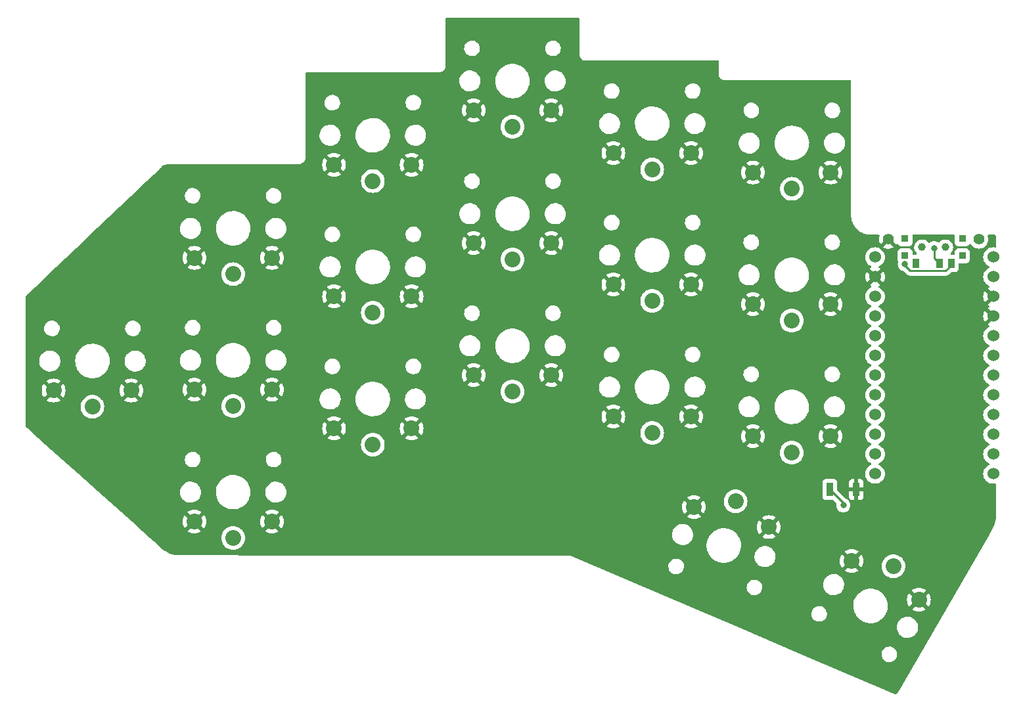
<source format=gbr>
%TF.GenerationSoftware,KiCad,Pcbnew,(6.0.2-0)*%
%TF.CreationDate,2022-03-04T16:27:52-06:00*%
%TF.ProjectId,Exkeylibur,45786b65-796c-4696-9275-722e6b696361,rev?*%
%TF.SameCoordinates,Original*%
%TF.FileFunction,Copper,L2,Bot*%
%TF.FilePolarity,Positive*%
%FSLAX46Y46*%
G04 Gerber Fmt 4.6, Leading zero omitted, Abs format (unit mm)*
G04 Created by KiCad (PCBNEW (6.0.2-0)) date 2022-03-04 16:27:52*
%MOMM*%
%LPD*%
G01*
G04 APERTURE LIST*
%TA.AperFunction,ComponentPad*%
%ADD10C,2.032000*%
%TD*%
%TA.AperFunction,ComponentPad*%
%ADD11C,1.524000*%
%TD*%
%TA.AperFunction,ComponentPad*%
%ADD12C,1.397000*%
%TD*%
%TA.AperFunction,WasherPad*%
%ADD13C,1.000000*%
%TD*%
%TA.AperFunction,SMDPad,CuDef*%
%ADD14R,0.900000X0.900000*%
%TD*%
%TA.AperFunction,SMDPad,CuDef*%
%ADD15R,0.900000X1.250000*%
%TD*%
%TA.AperFunction,SMDPad,CuDef*%
%ADD16R,0.900000X1.700000*%
%TD*%
%TA.AperFunction,ViaPad*%
%ADD17C,0.800000*%
%TD*%
%TA.AperFunction,Conductor*%
%ADD18C,0.250000*%
%TD*%
G04 APERTURE END LIST*
D10*
%TO.P,SW7,1,1*%
%TO.N,switch7*%
X112547457Y-84197463D03*
%TO.P,SW7,2,2*%
%TO.N,GND*%
X116833567Y-87520002D03*
X107174308Y-84931812D03*
%TD*%
D11*
%TO.P,U1,1,TX0/D3*%
%TO.N,switch6*%
X145728935Y-52721212D03*
%TO.P,U1,2,RX1/D2*%
%TO.N,switch5*%
X145728935Y-55261212D03*
%TO.P,U1,3,GND*%
%TO.N,GND*%
X145728935Y-57801212D03*
%TO.P,U1,4,GND*%
X145728935Y-60341212D03*
%TO.P,U1,5,2/D1/SDA*%
%TO.N,switch18*%
X145728935Y-62881212D03*
%TO.P,U1,6,3/D0/SCL*%
%TO.N,switch17*%
X145728935Y-65421212D03*
%TO.P,U1,7,4/D4*%
%TO.N,switch16*%
X145728935Y-67961212D03*
%TO.P,U1,8,5/C6*%
%TO.N,switch15*%
X145728935Y-70501212D03*
%TO.P,U1,9,6/D7*%
%TO.N,switch14*%
X145728935Y-73041212D03*
%TO.P,U1,10,7/E6*%
%TO.N,switch13*%
X145728935Y-75581212D03*
%TO.P,U1,11,8/B4*%
%TO.N,switch7*%
X145728935Y-78121212D03*
%TO.P,U1,12,9/B5*%
%TO.N,switch1*%
X145728935Y-80661212D03*
%TO.P,U1,13,B6/10*%
%TO.N,switch8*%
X130508935Y-80661212D03*
%TO.P,U1,14,B2/16*%
%TO.N,switch9*%
X130508935Y-78121212D03*
%TO.P,U1,15,B3/14*%
%TO.N,switch10*%
X130508935Y-75581212D03*
%TO.P,U1,16,B1/15*%
%TO.N,switch11*%
X130508935Y-73041212D03*
%TO.P,U1,17,F7/A0*%
%TO.N,switch12*%
X130508935Y-70501212D03*
%TO.P,U1,18,F6/A1*%
%TO.N,switch2*%
X130508935Y-67961212D03*
%TO.P,U1,19,F5/A2*%
%TO.N,switch3*%
X130508935Y-65421212D03*
%TO.P,U1,20,F4/A3*%
%TO.N,switch4*%
X130508935Y-62881212D03*
%TO.P,U1,21,VCC*%
%TO.N,VCC*%
X130508935Y-60341212D03*
%TO.P,U1,22,RST*%
%TO.N,Net-(RSW1-Pad1)*%
X130508935Y-57801212D03*
%TO.P,U1,23,GND*%
%TO.N,GND*%
X130508935Y-55261212D03*
%TO.P,U1,24,RAW*%
%TO.N,Net-(PWR_SW1-Pad3)*%
X130508935Y-52721212D03*
%TD*%
D10*
%TO.P,SW16,1,1*%
%TO.N,switch16*%
X83795535Y-70051212D03*
%TO.P,SW16,2,2*%
%TO.N,GND*%
X88795535Y-67951212D03*
X78795535Y-67951212D03*
%TD*%
%TO.P,SW1,1,1*%
%TO.N,switch1*%
X132880425Y-92576875D03*
%TO.P,SW1,2,2*%
%TO.N,GND*%
X136160552Y-96895528D03*
X127500298Y-91895528D03*
%TD*%
%TO.P,SW15,1,1*%
%TO.N,switch15*%
X65795535Y-76909212D03*
%TO.P,SW15,2,2*%
%TO.N,GND*%
X70795535Y-74809212D03*
X60795535Y-74809212D03*
%TD*%
%TO.P,SW13,1,1*%
%TO.N,switch13*%
X29660425Y-72016425D03*
%TO.P,SW13,2,2*%
%TO.N,GND*%
X24660425Y-69916425D03*
X34660425Y-69916425D03*
%TD*%
%TO.P,SW17,1,1*%
%TO.N,switch17*%
X101795535Y-75385212D03*
%TO.P,SW17,2,2*%
%TO.N,GND*%
X96795535Y-73285212D03*
X106795535Y-73285212D03*
%TD*%
%TO.P,SW18,1,1*%
%TO.N,switch18*%
X119775535Y-77925212D03*
%TO.P,SW18,2,2*%
%TO.N,GND*%
X114775535Y-75825212D03*
X124775535Y-75825212D03*
%TD*%
%TO.P,SW4,1,1*%
%TO.N,switch4*%
X83795535Y-35917212D03*
%TO.P,SW4,2,2*%
%TO.N,GND*%
X88795535Y-33817212D03*
X78795535Y-33817212D03*
%TD*%
%TO.P,SW3,1,1*%
%TO.N,switch3*%
X65795535Y-42917212D03*
%TO.P,SW3,2,2*%
%TO.N,GND*%
X70795535Y-40817212D03*
X60795535Y-40817212D03*
%TD*%
%TO.P,SW9,1,1*%
%TO.N,switch9*%
X65795535Y-59891212D03*
%TO.P,SW9,2,2*%
%TO.N,GND*%
X60795535Y-57791212D03*
X70795535Y-57791212D03*
%TD*%
%TO.P,SW14,1,1*%
%TO.N,switch14*%
X47795535Y-88917212D03*
%TO.P,SW14,2,2*%
%TO.N,GND*%
X52795535Y-86817212D03*
X42795535Y-86817212D03*
%TD*%
%TO.P,SW12,1,1*%
%TO.N,switch12*%
X119775535Y-60907212D03*
%TO.P,SW12,2,2*%
%TO.N,GND*%
X124775535Y-58807212D03*
X114775535Y-58807212D03*
%TD*%
%TO.P,SW11,1,1*%
%TO.N,switch11*%
X101795535Y-58367212D03*
%TO.P,SW11,2,2*%
%TO.N,GND*%
X96795535Y-56267212D03*
X106795535Y-56267212D03*
%TD*%
%TO.P,SW8,1,1*%
%TO.N,switch8*%
X47795535Y-71917212D03*
%TO.P,SW8,2,2*%
%TO.N,GND*%
X42795535Y-69817212D03*
X52795535Y-69817212D03*
%TD*%
%TO.P,SW6,1,1*%
%TO.N,switch6*%
X119795535Y-43917212D03*
%TO.P,SW6,2,2*%
%TO.N,GND*%
X124795535Y-41817212D03*
X114795535Y-41817212D03*
%TD*%
%TO.P,SW5,1,1*%
%TO.N,switch5*%
X101795535Y-41417212D03*
%TO.P,SW5,2,2*%
%TO.N,GND*%
X96795535Y-39317212D03*
X106795535Y-39317212D03*
%TD*%
%TO.P,SW2,1,1*%
%TO.N,switch2*%
X47795535Y-54917212D03*
%TO.P,SW2,2,2*%
%TO.N,GND*%
X42795535Y-52817212D03*
X52795535Y-52817212D03*
%TD*%
%TO.P,SW10,1,1*%
%TO.N,switch10*%
X83795535Y-53033212D03*
%TO.P,SW10,2,2*%
%TO.N,GND*%
X88795535Y-50933212D03*
X78795535Y-50933212D03*
%TD*%
D12*
%TO.P,BT_V1,1,1*%
%TO.N,Net-(BT_V1-Pad1)*%
X143905535Y-50435212D03*
%TD*%
%TO.P,BT_GND1,1,1*%
%TO.N,GND*%
X132221535Y-50435212D03*
%TD*%
D13*
%TO.P,PWR_SW1,*%
%TO.N,*%
X139566802Y-51454137D03*
X136566802Y-51454137D03*
%TD*%
%TO.P,PWR_SW1,*%
%TO.N,*%
X139563535Y-51451212D03*
X136563535Y-51451212D03*
D14*
%TO.P,PWR_SW1,0*%
%TO.N,N/C*%
X141763535Y-52551212D03*
X134363535Y-50351212D03*
X141763535Y-50351212D03*
X134363535Y-52551212D03*
D15*
%TO.P,PWR_SW1,1,A*%
%TO.N,unconnected-(PWR_SW1-Pad1)*%
X135813535Y-53526212D03*
%TO.P,PWR_SW1,2,B*%
%TO.N,Net-(BT_V1-Pad1)*%
X138813535Y-53526212D03*
%TO.P,PWR_SW1,3,C*%
%TO.N,Net-(PWR_SW1-Pad3)*%
X140313535Y-53526212D03*
%TD*%
D16*
%TO.P,RSW1,1,1*%
%TO.N,Net-(RSW1-Pad1)*%
X124686802Y-82691637D03*
%TO.P,RSW1,2,2*%
%TO.N,GND*%
X128086802Y-82691637D03*
%TD*%
D17*
%TO.N,Net-(BT_V1-Pad1)*%
X138106802Y-51571637D03*
%TO.N,Net-(RSW1-Pad1)*%
X126426802Y-84711637D03*
%TO.N,Net-(PWR_SW1-Pad3)*%
X134346802Y-53631637D03*
%TD*%
D18*
%TO.N,Net-(BT_V1-Pad1)*%
X138106802Y-51571637D02*
X138106802Y-52819479D01*
X138106802Y-52819479D02*
X138813535Y-53526212D01*
%TO.N,Net-(RSW1-Pad1)*%
X126426802Y-84431637D02*
X124686802Y-82691637D01*
X126426802Y-84711637D02*
X126426802Y-84431637D01*
%TO.N,Net-(PWR_SW1-Pad3)*%
X139592716Y-54475723D02*
X140313535Y-53754904D01*
X134346802Y-53783501D02*
X135039024Y-54475723D01*
X135039024Y-54475723D02*
X139592716Y-54475723D01*
X140313535Y-53754904D02*
X140313535Y-53526212D01*
X134346802Y-53631637D02*
X134346802Y-53783501D01*
%TD*%
%TA.AperFunction,Conductor*%
%TO.N,GND*%
G36*
X92385647Y-21889375D02*
G01*
X92432140Y-21943031D01*
X92443526Y-21995373D01*
X92443526Y-26599645D01*
X92443390Y-26601686D01*
X92442815Y-26603725D01*
X92442870Y-26609512D01*
X92442870Y-26609514D01*
X92443520Y-26677686D01*
X92443526Y-26678887D01*
X92443526Y-26708114D01*
X92443779Y-26709882D01*
X92443841Y-26711426D01*
X92444202Y-26749233D01*
X92446249Y-26761605D01*
X92447773Y-26766227D01*
X92451495Y-26777517D01*
X92456556Y-26799096D01*
X92458931Y-26815682D01*
X92465509Y-26830150D01*
X92472112Y-26848227D01*
X92488457Y-26906450D01*
X92556528Y-27040919D01*
X92649356Y-27159655D01*
X92763425Y-27258162D01*
X92894415Y-27332708D01*
X92900241Y-27334655D01*
X92900242Y-27334655D01*
X92965270Y-27356382D01*
X92978887Y-27361832D01*
X92992298Y-27368128D01*
X93001474Y-27372436D01*
X93010348Y-27373818D01*
X93012305Y-27374416D01*
X93015708Y-27375636D01*
X93015714Y-27375616D01*
X93020338Y-27377120D01*
X93024842Y-27378980D01*
X93029578Y-27380125D01*
X93029581Y-27380126D01*
X93030465Y-27380340D01*
X93037031Y-27381927D01*
X93041883Y-27382329D01*
X93041887Y-27382330D01*
X93086876Y-27386061D01*
X93095844Y-27387130D01*
X93102253Y-27388127D01*
X93111949Y-27389637D01*
X93124786Y-27389637D01*
X93135200Y-27390068D01*
X93182047Y-27393953D01*
X93190846Y-27392153D01*
X93191321Y-27392125D01*
X93215900Y-27389637D01*
X110277526Y-27389637D01*
X110345647Y-27409639D01*
X110392140Y-27463295D01*
X110403526Y-27515637D01*
X110403526Y-29155624D01*
X110402223Y-29173695D01*
X110398303Y-29200724D01*
X110398434Y-29213264D01*
X110401491Y-29231631D01*
X110402991Y-29240646D01*
X110403630Y-29244947D01*
X110419379Y-29365164D01*
X110471266Y-29509333D01*
X110552744Y-29639096D01*
X110660054Y-29748465D01*
X110788244Y-29832395D01*
X110794579Y-29834812D01*
X110794581Y-29834813D01*
X110813713Y-29842112D01*
X110844704Y-29853936D01*
X110853322Y-29857597D01*
X110881953Y-29871040D01*
X110903352Y-29881087D01*
X110903354Y-29881088D01*
X110911474Y-29884900D01*
X110920336Y-29886280D01*
X110920340Y-29886281D01*
X110930639Y-29887884D01*
X110930522Y-29888637D01*
X110932550Y-29888553D01*
X110932606Y-29888190D01*
X110934429Y-29888474D01*
X110934430Y-29888474D01*
X110937464Y-29888946D01*
X110937465Y-29888947D01*
X110996104Y-29898077D01*
X111021949Y-29902101D01*
X111046198Y-29902101D01*
X111060609Y-29902928D01*
X111075696Y-29904665D01*
X111084545Y-29903147D01*
X111091254Y-29902962D01*
X111101374Y-29902101D01*
X127288930Y-29902101D01*
X127357051Y-29922103D01*
X127402366Y-29973253D01*
X127411357Y-29991848D01*
X127422504Y-30027856D01*
X127424355Y-30040096D01*
X127425720Y-30059845D01*
X127424394Y-30068360D01*
X127425558Y-30077261D01*
X127425558Y-30077264D01*
X127428516Y-30099881D01*
X127429580Y-30116219D01*
X127429563Y-36583448D01*
X127429536Y-47357090D01*
X127428445Y-47373634D01*
X127424340Y-47404626D01*
X127424626Y-47417163D01*
X127425484Y-47421953D01*
X127425512Y-47422231D01*
X127426847Y-47431997D01*
X127453470Y-47712198D01*
X127453827Y-47715952D01*
X127517635Y-48009254D01*
X127518867Y-48012808D01*
X127518869Y-48012815D01*
X127614717Y-48289304D01*
X127614721Y-48289313D01*
X127615950Y-48292859D01*
X127747370Y-48562723D01*
X127910021Y-48814997D01*
X127912426Y-48817899D01*
X127912431Y-48817905D01*
X127989151Y-48910454D01*
X128101583Y-49046085D01*
X128104321Y-49048683D01*
X128294315Y-49228959D01*
X128319326Y-49252691D01*
X128560143Y-49431868D01*
X128820601Y-49581063D01*
X128824058Y-49582527D01*
X128824059Y-49582528D01*
X129093514Y-49696676D01*
X129093518Y-49696677D01*
X129096987Y-49698147D01*
X129100605Y-49699192D01*
X129100613Y-49699195D01*
X129325770Y-49764237D01*
X129385359Y-49781451D01*
X129681604Y-49829787D01*
X129685348Y-49829945D01*
X129685355Y-49829946D01*
X129845609Y-49836721D01*
X129949241Y-49841102D01*
X129962644Y-49842390D01*
X129963370Y-49842499D01*
X129968973Y-49843341D01*
X129975319Y-49843308D01*
X129976639Y-49843301D01*
X129976643Y-49843301D01*
X129981513Y-49843275D01*
X129986327Y-49842499D01*
X129986331Y-49842499D01*
X130003556Y-49839724D01*
X130023575Y-49838119D01*
X130177586Y-49838091D01*
X130972495Y-49837946D01*
X131040619Y-49857936D01*
X131087122Y-49911583D01*
X131097239Y-49981855D01*
X131092850Y-50001310D01*
X131038059Y-50177765D01*
X131035665Y-50189029D01*
X131010960Y-50397759D01*
X131010659Y-50409260D01*
X131024406Y-50618991D01*
X131026207Y-50630361D01*
X131077944Y-50834075D01*
X131081785Y-50844922D01*
X131169782Y-51035804D01*
X131175531Y-51045761D01*
X131196647Y-51075639D01*
X131207236Y-51084027D01*
X131220535Y-51077000D01*
X132132440Y-50165096D01*
X132194752Y-50131071D01*
X132265568Y-50136136D01*
X132310630Y-50165096D01*
X133224144Y-51078610D01*
X133236522Y-51085368D01*
X133243101Y-51080443D01*
X133252913Y-51062923D01*
X133303650Y-51013261D01*
X133373182Y-50998913D01*
X133439433Y-51024435D01*
X133463674Y-51048923D01*
X133550274Y-51164473D01*
X133666830Y-51251827D01*
X133803219Y-51302957D01*
X133865401Y-51309712D01*
X134861669Y-51309712D01*
X134923851Y-51302957D01*
X135060240Y-51251827D01*
X135176796Y-51164473D01*
X135264150Y-51047917D01*
X135315280Y-50911528D01*
X135322035Y-50849346D01*
X135322035Y-49963125D01*
X135342037Y-49895004D01*
X135395693Y-49848511D01*
X135448012Y-49837125D01*
X137977146Y-49836661D01*
X140679014Y-49836165D01*
X140747136Y-49856155D01*
X140793639Y-49909802D01*
X140805035Y-49962165D01*
X140805035Y-50849346D01*
X140811790Y-50911528D01*
X140862920Y-51047917D01*
X140950274Y-51164473D01*
X141066830Y-51251827D01*
X141203219Y-51302957D01*
X141265401Y-51309712D01*
X142261669Y-51309712D01*
X142323851Y-51302957D01*
X142460240Y-51251827D01*
X142576796Y-51164473D01*
X142618553Y-51108757D01*
X142661668Y-51051229D01*
X142718527Y-51008714D01*
X142789346Y-51003688D01*
X142851639Y-51037748D01*
X142865705Y-51054521D01*
X142977387Y-51214021D01*
X143126726Y-51363360D01*
X143131234Y-51366517D01*
X143131237Y-51366519D01*
X143295220Y-51481341D01*
X143299729Y-51484498D01*
X143304711Y-51486821D01*
X143304716Y-51486824D01*
X143485240Y-51571003D01*
X143491140Y-51573754D01*
X143496448Y-51575176D01*
X143496450Y-51575177D01*
X143689826Y-51626992D01*
X143689828Y-51626992D01*
X143695141Y-51628416D01*
X143905535Y-51646823D01*
X144115929Y-51628416D01*
X144121242Y-51626992D01*
X144121244Y-51626992D01*
X144314620Y-51575177D01*
X144314622Y-51575176D01*
X144319930Y-51573754D01*
X144325830Y-51571003D01*
X144506354Y-51486824D01*
X144506359Y-51486821D01*
X144511341Y-51484498D01*
X144515850Y-51481341D01*
X144679833Y-51366519D01*
X144679836Y-51366517D01*
X144684344Y-51363360D01*
X144833683Y-51214021D01*
X144954821Y-51041017D01*
X144962554Y-51024435D01*
X145041754Y-50854589D01*
X145041755Y-50854588D01*
X145044077Y-50849607D01*
X145046845Y-50839279D01*
X145097315Y-50650921D01*
X145097315Y-50650919D01*
X145098739Y-50645606D01*
X145117146Y-50435212D01*
X145098739Y-50224818D01*
X145095172Y-50211505D01*
X145045500Y-50026127D01*
X145045499Y-50026125D01*
X145044077Y-50020817D01*
X145041176Y-50014596D01*
X145041085Y-50013998D01*
X145039871Y-50010662D01*
X145040541Y-50010418D01*
X145030514Y-49944405D01*
X145059492Y-49879592D01*
X145118911Y-49840734D01*
X145155347Y-49835344D01*
X145828240Y-49835221D01*
X145847646Y-49836721D01*
X145862392Y-49839017D01*
X145862396Y-49839017D01*
X145871265Y-49840398D01*
X145880166Y-49839234D01*
X145889141Y-49839344D01*
X145889131Y-49840161D01*
X145910622Y-49840453D01*
X145932603Y-49843934D01*
X145970098Y-49856116D01*
X146002000Y-49872371D01*
X146033892Y-49895543D01*
X146059204Y-49920855D01*
X146082376Y-49952747D01*
X146098631Y-49984649D01*
X146110813Y-50022142D01*
X146114159Y-50043269D01*
X146115589Y-50062978D01*
X146114349Y-50070942D01*
X146116173Y-50084890D01*
X146118471Y-50102463D01*
X146119535Y-50118801D01*
X146119535Y-51346347D01*
X146099533Y-51414468D01*
X146045877Y-51460961D01*
X145975603Y-51471065D01*
X145960928Y-51468055D01*
X145955715Y-51466658D01*
X145955708Y-51466657D01*
X145950398Y-51465234D01*
X145728935Y-51445859D01*
X145507472Y-51465234D01*
X145385271Y-51497978D01*
X145298049Y-51521349D01*
X145298047Y-51521350D01*
X145292739Y-51522772D01*
X145287758Y-51525094D01*
X145287757Y-51525095D01*
X145096246Y-51614398D01*
X145096241Y-51614401D01*
X145091259Y-51616724D01*
X145086752Y-51619880D01*
X145086750Y-51619881D01*
X144913665Y-51741076D01*
X144913662Y-51741078D01*
X144909154Y-51744235D01*
X144751958Y-51901431D01*
X144748801Y-51905939D01*
X144748799Y-51905942D01*
X144627604Y-52079027D01*
X144624447Y-52083536D01*
X144622124Y-52088518D01*
X144622121Y-52088523D01*
X144547392Y-52248780D01*
X144530495Y-52285016D01*
X144529073Y-52290324D01*
X144529072Y-52290326D01*
X144523864Y-52309762D01*
X144472957Y-52499749D01*
X144453582Y-52721212D01*
X144472957Y-52942675D01*
X144530495Y-53157408D01*
X144532817Y-53162389D01*
X144532818Y-53162390D01*
X144622121Y-53353901D01*
X144622124Y-53353906D01*
X144624447Y-53358888D01*
X144627603Y-53363395D01*
X144627604Y-53363397D01*
X144744593Y-53530474D01*
X144751958Y-53540993D01*
X144909154Y-53698189D01*
X144913662Y-53701346D01*
X144913665Y-53701348D01*
X144985821Y-53751872D01*
X145091258Y-53825700D01*
X145096240Y-53828023D01*
X145096245Y-53828026D01*
X145201308Y-53877017D01*
X145254593Y-53923934D01*
X145274054Y-53992211D01*
X145253512Y-54060171D01*
X145201308Y-54105407D01*
X145096246Y-54154398D01*
X145096241Y-54154401D01*
X145091259Y-54156724D01*
X145086752Y-54159880D01*
X145086750Y-54159881D01*
X144913665Y-54281076D01*
X144913662Y-54281078D01*
X144909154Y-54284235D01*
X144751958Y-54441431D01*
X144748801Y-54445939D01*
X144748799Y-54445942D01*
X144627604Y-54619027D01*
X144624447Y-54623536D01*
X144622124Y-54628518D01*
X144622121Y-54628523D01*
X144535088Y-54815166D01*
X144530495Y-54825016D01*
X144529073Y-54830324D01*
X144529072Y-54830326D01*
X144513574Y-54888166D01*
X144472957Y-55039749D01*
X144453582Y-55261212D01*
X144472957Y-55482675D01*
X144530495Y-55697408D01*
X144532817Y-55702389D01*
X144532818Y-55702390D01*
X144622121Y-55893901D01*
X144622124Y-55893906D01*
X144624447Y-55898888D01*
X144627603Y-55903395D01*
X144627604Y-55903397D01*
X144744593Y-56070474D01*
X144751958Y-56080993D01*
X144909154Y-56238189D01*
X144913662Y-56241346D01*
X144913665Y-56241348D01*
X144964816Y-56277164D01*
X145091258Y-56365700D01*
X145096240Y-56368023D01*
X145096245Y-56368026D01*
X145201900Y-56417293D01*
X145255185Y-56464210D01*
X145274646Y-56532487D01*
X145254104Y-56600447D01*
X145201900Y-56645683D01*
X145096494Y-56694835D01*
X145087003Y-56700315D01*
X145043170Y-56731006D01*
X145034795Y-56741483D01*
X145041863Y-56754930D01*
X145999050Y-57712117D01*
X146033076Y-57774429D01*
X146028011Y-57845244D01*
X145999050Y-57890307D01*
X145041142Y-58848215D01*
X145034712Y-58859989D01*
X145044009Y-58872005D01*
X145087004Y-58902110D01*
X145096490Y-58907588D01*
X145202492Y-58957017D01*
X145255777Y-59003934D01*
X145275238Y-59072211D01*
X145254696Y-59140171D01*
X145202492Y-59185407D01*
X145096494Y-59234835D01*
X145087003Y-59240315D01*
X145043170Y-59271006D01*
X145034795Y-59281483D01*
X145041863Y-59294930D01*
X145999050Y-60252117D01*
X146033076Y-60314429D01*
X146028011Y-60385244D01*
X145999050Y-60430307D01*
X145041142Y-61388215D01*
X145034712Y-61399989D01*
X145044009Y-61412005D01*
X145087004Y-61442110D01*
X145096490Y-61447588D01*
X145201900Y-61496741D01*
X145255185Y-61543658D01*
X145274646Y-61611935D01*
X145254104Y-61679895D01*
X145201900Y-61725131D01*
X145096246Y-61774398D01*
X145096241Y-61774401D01*
X145091259Y-61776724D01*
X145086752Y-61779880D01*
X145086750Y-61779881D01*
X144913665Y-61901076D01*
X144913662Y-61901078D01*
X144909154Y-61904235D01*
X144751958Y-62061431D01*
X144748801Y-62065939D01*
X144748799Y-62065942D01*
X144664570Y-62186234D01*
X144624447Y-62243536D01*
X144622124Y-62248518D01*
X144622121Y-62248523D01*
X144534015Y-62437468D01*
X144530495Y-62445016D01*
X144529073Y-62450324D01*
X144529072Y-62450326D01*
X144527514Y-62456140D01*
X144472957Y-62659749D01*
X144453582Y-62881212D01*
X144472957Y-63102675D01*
X144530495Y-63317408D01*
X144532817Y-63322389D01*
X144532818Y-63322390D01*
X144622121Y-63513901D01*
X144622124Y-63513906D01*
X144624447Y-63518888D01*
X144627603Y-63523395D01*
X144627604Y-63523397D01*
X144707797Y-63637924D01*
X144751958Y-63700993D01*
X144909154Y-63858189D01*
X144913662Y-63861346D01*
X144913665Y-63861348D01*
X144979927Y-63907745D01*
X145091258Y-63985700D01*
X145096240Y-63988023D01*
X145096245Y-63988026D01*
X145201308Y-64037017D01*
X145254593Y-64083934D01*
X145274054Y-64152211D01*
X145253512Y-64220171D01*
X145201308Y-64265407D01*
X145096246Y-64314398D01*
X145096241Y-64314401D01*
X145091259Y-64316724D01*
X145086752Y-64319880D01*
X145086750Y-64319881D01*
X144913665Y-64441076D01*
X144913662Y-64441078D01*
X144909154Y-64444235D01*
X144751958Y-64601431D01*
X144748801Y-64605939D01*
X144748799Y-64605942D01*
X144627604Y-64779027D01*
X144624447Y-64783536D01*
X144622124Y-64788518D01*
X144622121Y-64788523D01*
X144546591Y-64950498D01*
X144530495Y-64985016D01*
X144529073Y-64990324D01*
X144529072Y-64990326D01*
X144519520Y-65025976D01*
X144472957Y-65199749D01*
X144453582Y-65421212D01*
X144472957Y-65642675D01*
X144509683Y-65779737D01*
X144520525Y-65820198D01*
X144530495Y-65857408D01*
X144532817Y-65862389D01*
X144532818Y-65862390D01*
X144622121Y-66053901D01*
X144622124Y-66053906D01*
X144624447Y-66058888D01*
X144627603Y-66063395D01*
X144627604Y-66063397D01*
X144739059Y-66222571D01*
X144751958Y-66240993D01*
X144909154Y-66398189D01*
X144913662Y-66401346D01*
X144913665Y-66401348D01*
X144944426Y-66422887D01*
X145091258Y-66525700D01*
X145096240Y-66528023D01*
X145096245Y-66528026D01*
X145201308Y-66577017D01*
X145254593Y-66623934D01*
X145274054Y-66692211D01*
X145253512Y-66760171D01*
X145201308Y-66805407D01*
X145096246Y-66854398D01*
X145096241Y-66854401D01*
X145091259Y-66856724D01*
X145086752Y-66859880D01*
X145086750Y-66859881D01*
X144913665Y-66981076D01*
X144913662Y-66981078D01*
X144909154Y-66984235D01*
X144751958Y-67141431D01*
X144748801Y-67145939D01*
X144748799Y-67145942D01*
X144631267Y-67313796D01*
X144624447Y-67323536D01*
X144622124Y-67328518D01*
X144622121Y-67328523D01*
X144542170Y-67499978D01*
X144530495Y-67525016D01*
X144472957Y-67739749D01*
X144453582Y-67961212D01*
X144472957Y-68182675D01*
X144511047Y-68324828D01*
X144521869Y-68365214D01*
X144530495Y-68397408D01*
X144532817Y-68402389D01*
X144532818Y-68402390D01*
X144622121Y-68593901D01*
X144622124Y-68593906D01*
X144624447Y-68598888D01*
X144627603Y-68603395D01*
X144627604Y-68603397D01*
X144738658Y-68761998D01*
X144751958Y-68780993D01*
X144909154Y-68938189D01*
X144913662Y-68941346D01*
X144913665Y-68941348D01*
X144950537Y-68967166D01*
X145091258Y-69065700D01*
X145096240Y-69068023D01*
X145096245Y-69068026D01*
X145201308Y-69117017D01*
X145254593Y-69163934D01*
X145274054Y-69232211D01*
X145253512Y-69300171D01*
X145201308Y-69345407D01*
X145096246Y-69394398D01*
X145096241Y-69394401D01*
X145091259Y-69396724D01*
X145086752Y-69399880D01*
X145086750Y-69399881D01*
X144913665Y-69521076D01*
X144913662Y-69521078D01*
X144909154Y-69524235D01*
X144751958Y-69681431D01*
X144748801Y-69685939D01*
X144748799Y-69685942D01*
X144631267Y-69853796D01*
X144624447Y-69863536D01*
X144622124Y-69868518D01*
X144622121Y-69868523D01*
X144561512Y-69998500D01*
X144530495Y-70065016D01*
X144472957Y-70279749D01*
X144453582Y-70501212D01*
X144472957Y-70722675D01*
X144503785Y-70837726D01*
X144529018Y-70931894D01*
X144530495Y-70937408D01*
X144532817Y-70942389D01*
X144532818Y-70942390D01*
X144622121Y-71133901D01*
X144622124Y-71133906D01*
X144624447Y-71138888D01*
X144627603Y-71143395D01*
X144627604Y-71143397D01*
X144738658Y-71301998D01*
X144751958Y-71320993D01*
X144909154Y-71478189D01*
X144913662Y-71481346D01*
X144913665Y-71481348D01*
X144972436Y-71522500D01*
X145091258Y-71605700D01*
X145096240Y-71608023D01*
X145096245Y-71608026D01*
X145201308Y-71657017D01*
X145254593Y-71703934D01*
X145274054Y-71772211D01*
X145253512Y-71840171D01*
X145201308Y-71885407D01*
X145096246Y-71934398D01*
X145096241Y-71934401D01*
X145091259Y-71936724D01*
X145086752Y-71939880D01*
X145086750Y-71939881D01*
X144913665Y-72061076D01*
X144913662Y-72061078D01*
X144909154Y-72064235D01*
X144751958Y-72221431D01*
X144748801Y-72225939D01*
X144748799Y-72225942D01*
X144630887Y-72394338D01*
X144624447Y-72403536D01*
X144622124Y-72408518D01*
X144622121Y-72408523D01*
X144534809Y-72595765D01*
X144530495Y-72605016D01*
X144472957Y-72819749D01*
X144453582Y-73041212D01*
X144472957Y-73262675D01*
X144530495Y-73477408D01*
X144532817Y-73482389D01*
X144532818Y-73482390D01*
X144622121Y-73673901D01*
X144622124Y-73673906D01*
X144624447Y-73678888D01*
X144627603Y-73683395D01*
X144627604Y-73683397D01*
X144682771Y-73762183D01*
X144751958Y-73860993D01*
X144909154Y-74018189D01*
X144913662Y-74021346D01*
X144913665Y-74021348D01*
X144915556Y-74022672D01*
X145091258Y-74145700D01*
X145096240Y-74148023D01*
X145096245Y-74148026D01*
X145201308Y-74197017D01*
X145254593Y-74243934D01*
X145274054Y-74312211D01*
X145253512Y-74380171D01*
X145201308Y-74425407D01*
X145096246Y-74474398D01*
X145096241Y-74474401D01*
X145091259Y-74476724D01*
X145086752Y-74479880D01*
X145086750Y-74479881D01*
X144913665Y-74601076D01*
X144913662Y-74601078D01*
X144909154Y-74604235D01*
X144751958Y-74761431D01*
X144748801Y-74765939D01*
X144748799Y-74765942D01*
X144637819Y-74924439D01*
X144624447Y-74943536D01*
X144622124Y-74948518D01*
X144622121Y-74948523D01*
X144537440Y-75130122D01*
X144530495Y-75145016D01*
X144529073Y-75150324D01*
X144529072Y-75150326D01*
X144522795Y-75173751D01*
X144472957Y-75359749D01*
X144453582Y-75581212D01*
X144472957Y-75802675D01*
X144488944Y-75862338D01*
X144527598Y-76006595D01*
X144530495Y-76017408D01*
X144532817Y-76022389D01*
X144532818Y-76022390D01*
X144622121Y-76213901D01*
X144622124Y-76213906D01*
X144624447Y-76218888D01*
X144627603Y-76223395D01*
X144627604Y-76223397D01*
X144707526Y-76337537D01*
X144751958Y-76400993D01*
X144909154Y-76558189D01*
X144913662Y-76561346D01*
X144913665Y-76561348D01*
X144915556Y-76562672D01*
X145091258Y-76685700D01*
X145096240Y-76688023D01*
X145096245Y-76688026D01*
X145201308Y-76737017D01*
X145254593Y-76783934D01*
X145274054Y-76852211D01*
X145253512Y-76920171D01*
X145201308Y-76965407D01*
X145096246Y-77014398D01*
X145096241Y-77014401D01*
X145091259Y-77016724D01*
X145086752Y-77019880D01*
X145086750Y-77019881D01*
X144913665Y-77141076D01*
X144913662Y-77141078D01*
X144909154Y-77144235D01*
X144751958Y-77301431D01*
X144748801Y-77305939D01*
X144748799Y-77305942D01*
X144649269Y-77448086D01*
X144624447Y-77483536D01*
X144622124Y-77488518D01*
X144622121Y-77488523D01*
X144532818Y-77680034D01*
X144530495Y-77685016D01*
X144472957Y-77899749D01*
X144453582Y-78121212D01*
X144472957Y-78342675D01*
X144530495Y-78557408D01*
X144532817Y-78562389D01*
X144532818Y-78562390D01*
X144622121Y-78753901D01*
X144622124Y-78753906D01*
X144624447Y-78758888D01*
X144627603Y-78763395D01*
X144627604Y-78763397D01*
X144699798Y-78866500D01*
X144751958Y-78940993D01*
X144909154Y-79098189D01*
X144913662Y-79101346D01*
X144913665Y-79101348D01*
X144989430Y-79154399D01*
X145091258Y-79225700D01*
X145096240Y-79228023D01*
X145096245Y-79228026D01*
X145201308Y-79277017D01*
X145254593Y-79323934D01*
X145274054Y-79392211D01*
X145253512Y-79460171D01*
X145201308Y-79505407D01*
X145096246Y-79554398D01*
X145096241Y-79554401D01*
X145091259Y-79556724D01*
X145086752Y-79559880D01*
X145086750Y-79559881D01*
X144913665Y-79681076D01*
X144913662Y-79681078D01*
X144909154Y-79684235D01*
X144751958Y-79841431D01*
X144624447Y-80023536D01*
X144622124Y-80028518D01*
X144622121Y-80028523D01*
X144532818Y-80220034D01*
X144530495Y-80225016D01*
X144472957Y-80439749D01*
X144453582Y-80661212D01*
X144472957Y-80882675D01*
X144474381Y-80887988D01*
X144518391Y-81052234D01*
X144530495Y-81097408D01*
X144532817Y-81102389D01*
X144532818Y-81102390D01*
X144622121Y-81293901D01*
X144622124Y-81293906D01*
X144624447Y-81298888D01*
X144627603Y-81303395D01*
X144627604Y-81303397D01*
X144746608Y-81473352D01*
X144751958Y-81480993D01*
X144909154Y-81638189D01*
X144913662Y-81641346D01*
X144913665Y-81641348D01*
X144957371Y-81671951D01*
X145091258Y-81765700D01*
X145096240Y-81768023D01*
X145096245Y-81768026D01*
X145287757Y-81857329D01*
X145292739Y-81859652D01*
X145298047Y-81861074D01*
X145298049Y-81861075D01*
X145343830Y-81873342D01*
X145507472Y-81917190D01*
X145728935Y-81936565D01*
X145950398Y-81917190D01*
X145955712Y-81915766D01*
X145961129Y-81914811D01*
X145961339Y-81916002D01*
X146026336Y-81917543D01*
X146085136Y-81957332D01*
X146113090Y-82022594D01*
X146113982Y-82037608D01*
X146112717Y-85651832D01*
X146112460Y-86386859D01*
X146112449Y-86416930D01*
X146109343Y-86444689D01*
X146107537Y-86452673D01*
X146038967Y-86755748D01*
X146036738Y-86764220D01*
X145930516Y-87117542D01*
X145927704Y-87125839D01*
X145797184Y-87470939D01*
X145793803Y-87479017D01*
X145780844Y-87507190D01*
X145639622Y-87814207D01*
X145635686Y-87822035D01*
X145458583Y-88145705D01*
X145454113Y-88153239D01*
X145276514Y-88430191D01*
X145261832Y-88448921D01*
X145251889Y-88459395D01*
X145225472Y-88510768D01*
X145222484Y-88516238D01*
X133465060Y-108819984D01*
X133454285Y-108835711D01*
X133438695Y-108855133D01*
X133435266Y-108863430D01*
X133430697Y-108871154D01*
X133430612Y-108871104D01*
X133419961Y-108889712D01*
X133392781Y-108925620D01*
X133370654Y-108948262D01*
X133321793Y-108987048D01*
X133294720Y-109003460D01*
X133237735Y-109028840D01*
X133207428Y-109037985D01*
X133145901Y-109048361D01*
X133114276Y-109049662D01*
X133052108Y-109044373D01*
X133021156Y-109037749D01*
X132982771Y-109024308D01*
X132966793Y-109017441D01*
X132962458Y-109015212D01*
X132955139Y-109010017D01*
X132935993Y-109003400D01*
X132907004Y-108993381D01*
X132898699Y-108990178D01*
X121167483Y-103983020D01*
X131343306Y-103983020D01*
X131373800Y-104184654D01*
X131444215Y-104376038D01*
X131551676Y-104549354D01*
X131691792Y-104697523D01*
X131697022Y-104701185D01*
X131697023Y-104701186D01*
X131853606Y-104810826D01*
X131858839Y-104814490D01*
X132045994Y-104895479D01*
X132052242Y-104896784D01*
X132052241Y-104896784D01*
X132240866Y-104936191D01*
X132240870Y-104936191D01*
X132245611Y-104937182D01*
X132250448Y-104937435D01*
X132250452Y-104937436D01*
X132250518Y-104937439D01*
X132252290Y-104937532D01*
X132402045Y-104937532D01*
X132474691Y-104930153D01*
X132547612Y-104922746D01*
X132547613Y-104922746D01*
X132553961Y-104922101D01*
X132748556Y-104861118D01*
X132926915Y-104762253D01*
X133081751Y-104629542D01*
X133206739Y-104468408D01*
X133296774Y-104285433D01*
X133298384Y-104279253D01*
X133346568Y-104094273D01*
X133346568Y-104094270D01*
X133348178Y-104088091D01*
X133358850Y-103884444D01*
X133328356Y-103682810D01*
X133257941Y-103491426D01*
X133150480Y-103318110D01*
X133010364Y-103169941D01*
X132913503Y-103102118D01*
X132848550Y-103056638D01*
X132848549Y-103056637D01*
X132843317Y-103052974D01*
X132656162Y-102971985D01*
X132605705Y-102961444D01*
X132461290Y-102931273D01*
X132461286Y-102931273D01*
X132456545Y-102930282D01*
X132451708Y-102930029D01*
X132451704Y-102930028D01*
X132451638Y-102930025D01*
X132449866Y-102929932D01*
X132300111Y-102929932D01*
X132227465Y-102937311D01*
X132154544Y-102944718D01*
X132154543Y-102944718D01*
X132148195Y-102945363D01*
X131953600Y-103006346D01*
X131775241Y-103105211D01*
X131620405Y-103237922D01*
X131495417Y-103399056D01*
X131405382Y-103582031D01*
X131403773Y-103588209D01*
X131403772Y-103588211D01*
X131380693Y-103676814D01*
X131353978Y-103779373D01*
X131343306Y-103983020D01*
X121167483Y-103983020D01*
X112707631Y-100372157D01*
X133330765Y-100372157D01*
X133339419Y-100602693D01*
X133386793Y-100828475D01*
X133471532Y-101043047D01*
X133591212Y-101240274D01*
X133594709Y-101244304D01*
X133681333Y-101344129D01*
X133742412Y-101414517D01*
X133746543Y-101417904D01*
X133916680Y-101557409D01*
X133916686Y-101557413D01*
X133920808Y-101560793D01*
X134121300Y-101674919D01*
X134126316Y-101676740D01*
X134126321Y-101676742D01*
X134333140Y-101751814D01*
X134333144Y-101751815D01*
X134338155Y-101753634D01*
X134343404Y-101754583D01*
X134343407Y-101754584D01*
X134561088Y-101793947D01*
X134561095Y-101793948D01*
X134565172Y-101794685D01*
X134582909Y-101795521D01*
X134587857Y-101795755D01*
X134587864Y-101795755D01*
X134589345Y-101795825D01*
X134751490Y-101795825D01*
X134818446Y-101790144D01*
X134918127Y-101781686D01*
X134918131Y-101781685D01*
X134923438Y-101781235D01*
X134928593Y-101779897D01*
X134928599Y-101779896D01*
X135141568Y-101724620D01*
X135141572Y-101724619D01*
X135146737Y-101723278D01*
X135151603Y-101721086D01*
X135151606Y-101721085D01*
X135352214Y-101630718D01*
X135357080Y-101628526D01*
X135361500Y-101625550D01*
X135361504Y-101625548D01*
X135462713Y-101557409D01*
X135548450Y-101499687D01*
X135715377Y-101340447D01*
X135853086Y-101155359D01*
X135907870Y-101047608D01*
X135955223Y-100954471D01*
X135955223Y-100954470D01*
X135957642Y-100949713D01*
X135996908Y-100823256D01*
X136024470Y-100734495D01*
X136024471Y-100734489D01*
X136026054Y-100729392D01*
X136056365Y-100500693D01*
X136047711Y-100270157D01*
X136000337Y-100044375D01*
X135915598Y-99829803D01*
X135808682Y-99653610D01*
X135798687Y-99637139D01*
X135798686Y-99637138D01*
X135795918Y-99632576D01*
X135708993Y-99532403D01*
X135648218Y-99462366D01*
X135648216Y-99462364D01*
X135644718Y-99458333D01*
X135579062Y-99404498D01*
X135470450Y-99315441D01*
X135470444Y-99315437D01*
X135466322Y-99312057D01*
X135265830Y-99197931D01*
X135260814Y-99196110D01*
X135260809Y-99196108D01*
X135053990Y-99121036D01*
X135053986Y-99121035D01*
X135048975Y-99119216D01*
X135043726Y-99118267D01*
X135043723Y-99118266D01*
X134826042Y-99078903D01*
X134826035Y-99078902D01*
X134821958Y-99078165D01*
X134804221Y-99077329D01*
X134799273Y-99077095D01*
X134799266Y-99077095D01*
X134797785Y-99077025D01*
X134635640Y-99077025D01*
X134568684Y-99082706D01*
X134469003Y-99091164D01*
X134468999Y-99091165D01*
X134463692Y-99091615D01*
X134458537Y-99092953D01*
X134458531Y-99092954D01*
X134245562Y-99148230D01*
X134245558Y-99148231D01*
X134240393Y-99149572D01*
X134235527Y-99151764D01*
X134235524Y-99151765D01*
X134214000Y-99161461D01*
X134030050Y-99244324D01*
X134025630Y-99247300D01*
X134025626Y-99247302D01*
X134016499Y-99253447D01*
X133838680Y-99373163D01*
X133671753Y-99532403D01*
X133662123Y-99545346D01*
X133545015Y-99702746D01*
X133534044Y-99717491D01*
X133531629Y-99722241D01*
X133436460Y-99909425D01*
X133429488Y-99923137D01*
X133395282Y-100033298D01*
X133362660Y-100138355D01*
X133362659Y-100138361D01*
X133361076Y-100143458D01*
X133330765Y-100372157D01*
X112707631Y-100372157D01*
X108937601Y-98763020D01*
X122302000Y-98763020D01*
X122332494Y-98964654D01*
X122334700Y-98970649D01*
X122334700Y-98970650D01*
X122374258Y-99078165D01*
X122402909Y-99156038D01*
X122481110Y-99282162D01*
X122501744Y-99315441D01*
X122510370Y-99329354D01*
X122650486Y-99477523D01*
X122655716Y-99481185D01*
X122655717Y-99481186D01*
X122812300Y-99590826D01*
X122817533Y-99594490D01*
X123004688Y-99675479D01*
X123010936Y-99676784D01*
X123010935Y-99676784D01*
X123199560Y-99716191D01*
X123199564Y-99716191D01*
X123204305Y-99717182D01*
X123209142Y-99717435D01*
X123209146Y-99717436D01*
X123209212Y-99717439D01*
X123210984Y-99717532D01*
X123360739Y-99717532D01*
X123433385Y-99710153D01*
X123506306Y-99702746D01*
X123506307Y-99702746D01*
X123512655Y-99702101D01*
X123707250Y-99641118D01*
X123885609Y-99542253D01*
X124040445Y-99409542D01*
X124165433Y-99248408D01*
X124255468Y-99065433D01*
X124267033Y-99021035D01*
X124305262Y-98874273D01*
X124305262Y-98874270D01*
X124306872Y-98868091D01*
X124317544Y-98664444D01*
X124287050Y-98462810D01*
X124216635Y-98271426D01*
X124109174Y-98098110D01*
X123969058Y-97949941D01*
X123941438Y-97930601D01*
X123807244Y-97836638D01*
X123807243Y-97836637D01*
X123802011Y-97832974D01*
X123654816Y-97769277D01*
X123620712Y-97754519D01*
X123620711Y-97754519D01*
X123614856Y-97751985D01*
X123524384Y-97733084D01*
X127702939Y-97733084D01*
X127703302Y-97737232D01*
X127703302Y-97737236D01*
X127707599Y-97786346D01*
X127728677Y-98027274D01*
X127729587Y-98031346D01*
X127729588Y-98031351D01*
X127784590Y-98277416D01*
X127793097Y-98315475D01*
X127895069Y-98592624D01*
X128032799Y-98853852D01*
X128074255Y-98912186D01*
X128201444Y-99091160D01*
X128201447Y-99091164D01*
X128203868Y-99094570D01*
X128206712Y-99097620D01*
X128206717Y-99097626D01*
X128298553Y-99196108D01*
X128405271Y-99310549D01*
X128633470Y-99497993D01*
X128884454Y-99653610D01*
X128888271Y-99655326D01*
X128888274Y-99655327D01*
X128936018Y-99676784D01*
X129153815Y-99774666D01*
X129436820Y-99859033D01*
X129440940Y-99859686D01*
X129440942Y-99859686D01*
X129725017Y-99904680D01*
X129725023Y-99904681D01*
X129728498Y-99905231D01*
X129753057Y-99906346D01*
X129819442Y-99909361D01*
X129819463Y-99909361D01*
X129820862Y-99909425D01*
X130005326Y-99909425D01*
X130225089Y-99894828D01*
X130229188Y-99894002D01*
X130229192Y-99894001D01*
X130402615Y-99859033D01*
X130514576Y-99836458D01*
X130793800Y-99740313D01*
X130963514Y-99655327D01*
X131054120Y-99609955D01*
X131054122Y-99609954D01*
X131057856Y-99608084D01*
X131302103Y-99442093D01*
X131522252Y-99245257D01*
X131560550Y-99200574D01*
X131711714Y-99024209D01*
X131711717Y-99024205D01*
X131714434Y-99021035D01*
X131716708Y-99017533D01*
X131716712Y-99017528D01*
X131872995Y-98776874D01*
X131872998Y-98776869D01*
X131875274Y-98773364D01*
X132001944Y-98506597D01*
X132013975Y-98469127D01*
X132090940Y-98229408D01*
X132090940Y-98229407D01*
X132092220Y-98225421D01*
X132107620Y-98139834D01*
X135281076Y-98139834D01*
X135286803Y-98147484D01*
X135462311Y-98255035D01*
X135471105Y-98259516D01*
X135683581Y-98347526D01*
X135692966Y-98350575D01*
X135916596Y-98404265D01*
X135926343Y-98405808D01*
X136155622Y-98423853D01*
X136165482Y-98423853D01*
X136394761Y-98405808D01*
X136404508Y-98404265D01*
X136628138Y-98350575D01*
X136637523Y-98347526D01*
X136849999Y-98259516D01*
X136858793Y-98255035D01*
X137030635Y-98149731D01*
X137040095Y-98139275D01*
X137036311Y-98130497D01*
X136173364Y-97267550D01*
X136159420Y-97259936D01*
X136157587Y-97260067D01*
X136150972Y-97264318D01*
X135287836Y-98127454D01*
X135281076Y-98139834D01*
X132107620Y-98139834D01*
X132115127Y-98098110D01*
X132143776Y-97938884D01*
X132143777Y-97938879D01*
X132144515Y-97934775D01*
X132146578Y-97889362D01*
X132157722Y-97643936D01*
X132157722Y-97643931D01*
X132157911Y-97639766D01*
X132153118Y-97584975D01*
X132132537Y-97349737D01*
X132132173Y-97345576D01*
X132131262Y-97341499D01*
X132068665Y-97061453D01*
X132068663Y-97061446D01*
X132067753Y-97057375D01*
X132010018Y-96900458D01*
X134632227Y-96900458D01*
X134650272Y-97129737D01*
X134651815Y-97139484D01*
X134705505Y-97363114D01*
X134708554Y-97372499D01*
X134796564Y-97584975D01*
X134801045Y-97593769D01*
X134906349Y-97765611D01*
X134916805Y-97775071D01*
X134925583Y-97771287D01*
X135788530Y-96908340D01*
X135794908Y-96896660D01*
X136524960Y-96896660D01*
X136525091Y-96898493D01*
X136529342Y-96905108D01*
X137392478Y-97768244D01*
X137404858Y-97775004D01*
X137412508Y-97769277D01*
X137520059Y-97593769D01*
X137524540Y-97584975D01*
X137612550Y-97372499D01*
X137615599Y-97363114D01*
X137669289Y-97139484D01*
X137670832Y-97129737D01*
X137688877Y-96900458D01*
X137688877Y-96890598D01*
X137670832Y-96661319D01*
X137669289Y-96651572D01*
X137615599Y-96427942D01*
X137612550Y-96418557D01*
X137524540Y-96206081D01*
X137520059Y-96197287D01*
X137414755Y-96025445D01*
X137404299Y-96015985D01*
X137395521Y-96019769D01*
X136532574Y-96882716D01*
X136524960Y-96896660D01*
X135794908Y-96896660D01*
X135796144Y-96894396D01*
X135796013Y-96892563D01*
X135791762Y-96885948D01*
X134928626Y-96022812D01*
X134916246Y-96016052D01*
X134908596Y-96021779D01*
X134801045Y-96197287D01*
X134796564Y-96206081D01*
X134708554Y-96418557D01*
X134705505Y-96427942D01*
X134651815Y-96651572D01*
X134650272Y-96661319D01*
X134632227Y-96890598D01*
X134632227Y-96900458D01*
X132010018Y-96900458D01*
X131965781Y-96780226D01*
X131828051Y-96518998D01*
X131763341Y-96427942D01*
X131659406Y-96281690D01*
X131659401Y-96281684D01*
X131656982Y-96278280D01*
X131654138Y-96275230D01*
X131654133Y-96275224D01*
X131458425Y-96065353D01*
X131455579Y-96062301D01*
X131227380Y-95874857D01*
X130976396Y-95719240D01*
X130826293Y-95651781D01*
X135281009Y-95651781D01*
X135284793Y-95660559D01*
X136147740Y-96523506D01*
X136161684Y-96531120D01*
X136163517Y-96530989D01*
X136170132Y-96526738D01*
X137033268Y-95663602D01*
X137040028Y-95651222D01*
X137034301Y-95643572D01*
X136858793Y-95536021D01*
X136849999Y-95531540D01*
X136637523Y-95443530D01*
X136628138Y-95440481D01*
X136404508Y-95386791D01*
X136394761Y-95385248D01*
X136165482Y-95367203D01*
X136155622Y-95367203D01*
X135926343Y-95385248D01*
X135916596Y-95386791D01*
X135692966Y-95440481D01*
X135683581Y-95443530D01*
X135471105Y-95531540D01*
X135462311Y-95536021D01*
X135290469Y-95641325D01*
X135281009Y-95651781D01*
X130826293Y-95651781D01*
X130707035Y-95598184D01*
X130424030Y-95513817D01*
X130419910Y-95513164D01*
X130419908Y-95513164D01*
X130135833Y-95468170D01*
X130135827Y-95468169D01*
X130132352Y-95467619D01*
X130107793Y-95466504D01*
X130041408Y-95463489D01*
X130041387Y-95463489D01*
X130039988Y-95463425D01*
X129855524Y-95463425D01*
X129635761Y-95478022D01*
X129631662Y-95478848D01*
X129631658Y-95478849D01*
X129489064Y-95507601D01*
X129346274Y-95536392D01*
X129067050Y-95632537D01*
X128932572Y-95699878D01*
X128851904Y-95740274D01*
X128802994Y-95764766D01*
X128558747Y-95930757D01*
X128555633Y-95933541D01*
X128555632Y-95933542D01*
X128485764Y-95996011D01*
X128338598Y-96127593D01*
X128335881Y-96130763D01*
X128335880Y-96130764D01*
X128183918Y-96308061D01*
X128146416Y-96351815D01*
X128144142Y-96355317D01*
X128144138Y-96355322D01*
X127987855Y-96595976D01*
X127985576Y-96599486D01*
X127858906Y-96866253D01*
X127857627Y-96870236D01*
X127857626Y-96870239D01*
X127850459Y-96892563D01*
X127768630Y-97147429D01*
X127767889Y-97151548D01*
X127733712Y-97341499D01*
X127716335Y-97438075D01*
X127716146Y-97442242D01*
X127716145Y-97442249D01*
X127703203Y-97727272D01*
X127702939Y-97733084D01*
X123524384Y-97733084D01*
X123504424Y-97728914D01*
X123419984Y-97711273D01*
X123419980Y-97711273D01*
X123415239Y-97710282D01*
X123410402Y-97710029D01*
X123410398Y-97710028D01*
X123410332Y-97710025D01*
X123408560Y-97709932D01*
X123258805Y-97709932D01*
X123186159Y-97717311D01*
X123113238Y-97724718D01*
X123113237Y-97724718D01*
X123106889Y-97725363D01*
X122912294Y-97786346D01*
X122733935Y-97885211D01*
X122579099Y-98017922D01*
X122454111Y-98179056D01*
X122364076Y-98362031D01*
X122362467Y-98368209D01*
X122362466Y-98368211D01*
X122339387Y-98456814D01*
X122312672Y-98559373D01*
X122302000Y-98763020D01*
X108937601Y-98763020D01*
X100949794Y-95353637D01*
X113967746Y-95353637D01*
X113998240Y-95555271D01*
X114000446Y-95561266D01*
X114000446Y-95561267D01*
X114057937Y-95717523D01*
X114068655Y-95746655D01*
X114176116Y-95919971D01*
X114316232Y-96068140D01*
X114321462Y-96071802D01*
X114321463Y-96071803D01*
X114464954Y-96172276D01*
X114483279Y-96185107D01*
X114670434Y-96266096D01*
X114676682Y-96267401D01*
X114676681Y-96267401D01*
X114865306Y-96306808D01*
X114865310Y-96306808D01*
X114870051Y-96307799D01*
X114874888Y-96308052D01*
X114874892Y-96308053D01*
X114874958Y-96308056D01*
X114876730Y-96308149D01*
X115026485Y-96308149D01*
X115099131Y-96300770D01*
X115172052Y-96293363D01*
X115172053Y-96293363D01*
X115178401Y-96292718D01*
X115372996Y-96231735D01*
X115551355Y-96132870D01*
X115706191Y-96000159D01*
X115831179Y-95839025D01*
X115921214Y-95656050D01*
X115922824Y-95649870D01*
X115971008Y-95464890D01*
X115971008Y-95464887D01*
X115972618Y-95458708D01*
X115983290Y-95255061D01*
X115952796Y-95053427D01*
X115933394Y-95000693D01*
X115886102Y-94872157D01*
X123804485Y-94872157D01*
X123804685Y-94877487D01*
X123804685Y-94877488D01*
X123808812Y-94987425D01*
X123813139Y-95102693D01*
X123860513Y-95328475D01*
X123862471Y-95333434D01*
X123862472Y-95333436D01*
X123882934Y-95385248D01*
X123945252Y-95543047D01*
X124013824Y-95656050D01*
X124053508Y-95721447D01*
X124064932Y-95740274D01*
X124068429Y-95744304D01*
X124184016Y-95877506D01*
X124216132Y-95914517D01*
X124235938Y-95930757D01*
X124390400Y-96057409D01*
X124390406Y-96057413D01*
X124394528Y-96060793D01*
X124595020Y-96174919D01*
X124600036Y-96176740D01*
X124600041Y-96176742D01*
X124806860Y-96251814D01*
X124806864Y-96251815D01*
X124811875Y-96253634D01*
X124817124Y-96254583D01*
X124817127Y-96254584D01*
X125034808Y-96293947D01*
X125034815Y-96293948D01*
X125038892Y-96294685D01*
X125056629Y-96295521D01*
X125061577Y-96295755D01*
X125061584Y-96295755D01*
X125063065Y-96295825D01*
X125225210Y-96295825D01*
X125292166Y-96290144D01*
X125391847Y-96281686D01*
X125391851Y-96281685D01*
X125397158Y-96281235D01*
X125402313Y-96279897D01*
X125402319Y-96279896D01*
X125615288Y-96224620D01*
X125615292Y-96224619D01*
X125620457Y-96223278D01*
X125625323Y-96221086D01*
X125625326Y-96221085D01*
X125825934Y-96130718D01*
X125830800Y-96128526D01*
X125835220Y-96125550D01*
X125835224Y-96125548D01*
X125936433Y-96057409D01*
X126022170Y-95999687D01*
X126189097Y-95840447D01*
X126277635Y-95721447D01*
X126323622Y-95659639D01*
X126323624Y-95659636D01*
X126326806Y-95655359D01*
X126381590Y-95547608D01*
X126428943Y-95454471D01*
X126428943Y-95454470D01*
X126431362Y-95449713D01*
X126491804Y-95255061D01*
X126498190Y-95234495D01*
X126498191Y-95234489D01*
X126499774Y-95229392D01*
X126530085Y-95000693D01*
X126528514Y-94958828D01*
X126521631Y-94775488D01*
X126521431Y-94770157D01*
X126474057Y-94544375D01*
X126389318Y-94329803D01*
X126269638Y-94132576D01*
X126180063Y-94029350D01*
X126121938Y-93962366D01*
X126121936Y-93962364D01*
X126118438Y-93958333D01*
X126076303Y-93923785D01*
X125944170Y-93815441D01*
X125944164Y-93815437D01*
X125940042Y-93812057D01*
X125739550Y-93697931D01*
X125734534Y-93696110D01*
X125734529Y-93696108D01*
X125527710Y-93621036D01*
X125527706Y-93621035D01*
X125522695Y-93619216D01*
X125517446Y-93618267D01*
X125517443Y-93618266D01*
X125299762Y-93578903D01*
X125299755Y-93578902D01*
X125295678Y-93578165D01*
X125277941Y-93577329D01*
X125272993Y-93577095D01*
X125272986Y-93577095D01*
X125271505Y-93577025D01*
X125109360Y-93577025D01*
X125042404Y-93582706D01*
X124942723Y-93591164D01*
X124942719Y-93591165D01*
X124937412Y-93591615D01*
X124932257Y-93592953D01*
X124932251Y-93592954D01*
X124719282Y-93648230D01*
X124719278Y-93648231D01*
X124714113Y-93649572D01*
X124709247Y-93651764D01*
X124709244Y-93651765D01*
X124687842Y-93661406D01*
X124503770Y-93744324D01*
X124499350Y-93747300D01*
X124499346Y-93747302D01*
X124407085Y-93809417D01*
X124312400Y-93873163D01*
X124145473Y-94032403D01*
X124007764Y-94217491D01*
X124005349Y-94222241D01*
X123950662Y-94329803D01*
X123903208Y-94423137D01*
X123886847Y-94475828D01*
X123836380Y-94638355D01*
X123836379Y-94638361D01*
X123834796Y-94643458D01*
X123804485Y-94872157D01*
X115886102Y-94872157D01*
X115884585Y-94868033D01*
X115884584Y-94868032D01*
X115882381Y-94862043D01*
X115774920Y-94688727D01*
X115634804Y-94540558D01*
X115537943Y-94472735D01*
X115472990Y-94427255D01*
X115472989Y-94427254D01*
X115467757Y-94423591D01*
X115280602Y-94342602D01*
X115197506Y-94325242D01*
X115085730Y-94301890D01*
X115085726Y-94301890D01*
X115080985Y-94300899D01*
X115076148Y-94300646D01*
X115076144Y-94300645D01*
X115076078Y-94300642D01*
X115074306Y-94300549D01*
X114924551Y-94300549D01*
X114851905Y-94307928D01*
X114778984Y-94315335D01*
X114778983Y-94315335D01*
X114772635Y-94315980D01*
X114578040Y-94376963D01*
X114399681Y-94475828D01*
X114244845Y-94608539D01*
X114119857Y-94769673D01*
X114029822Y-94952648D01*
X114028213Y-94958826D01*
X114028212Y-94958828D01*
X113992127Y-95097362D01*
X113978418Y-95149990D01*
X113978084Y-95156369D01*
X113968805Y-95333436D01*
X113967746Y-95353637D01*
X100949794Y-95353637D01*
X94619141Y-92651566D01*
X103883480Y-92651566D01*
X103913974Y-92853200D01*
X103984389Y-93044584D01*
X104091850Y-93217900D01*
X104231966Y-93366069D01*
X104237196Y-93369731D01*
X104237197Y-93369732D01*
X104382536Y-93471499D01*
X104399013Y-93483036D01*
X104586168Y-93564025D01*
X104592416Y-93565330D01*
X104592415Y-93565330D01*
X104781040Y-93604737D01*
X104781044Y-93604737D01*
X104785785Y-93605728D01*
X104790622Y-93605981D01*
X104790626Y-93605982D01*
X104790692Y-93605985D01*
X104792464Y-93606078D01*
X104942219Y-93606078D01*
X105014865Y-93598699D01*
X105087786Y-93591292D01*
X105087787Y-93591292D01*
X105094135Y-93590647D01*
X105288730Y-93529664D01*
X105467089Y-93430799D01*
X105621925Y-93298088D01*
X105744679Y-93139834D01*
X126620822Y-93139834D01*
X126626549Y-93147484D01*
X126802057Y-93255035D01*
X126810851Y-93259516D01*
X127023327Y-93347526D01*
X127032712Y-93350575D01*
X127256342Y-93404265D01*
X127266089Y-93405808D01*
X127495368Y-93423853D01*
X127505228Y-93423853D01*
X127734507Y-93405808D01*
X127744254Y-93404265D01*
X127967884Y-93350575D01*
X127977269Y-93347526D01*
X128189745Y-93259516D01*
X128198539Y-93255035D01*
X128370381Y-93149731D01*
X128379841Y-93139275D01*
X128376057Y-93130497D01*
X127513110Y-92267550D01*
X127499166Y-92259936D01*
X127497333Y-92260067D01*
X127490718Y-92264318D01*
X126627582Y-93127454D01*
X126620822Y-93139834D01*
X105744679Y-93139834D01*
X105746913Y-93136954D01*
X105836948Y-92953979D01*
X105838558Y-92947799D01*
X105886742Y-92762819D01*
X105886742Y-92762816D01*
X105888352Y-92756637D01*
X105894193Y-92645184D01*
X105898690Y-92559372D01*
X105898690Y-92559368D01*
X105899024Y-92552990D01*
X105868530Y-92351356D01*
X105863488Y-92337653D01*
X105800319Y-92165962D01*
X105800318Y-92165961D01*
X105798115Y-92159972D01*
X105690654Y-91986656D01*
X105616595Y-91908340D01*
X105554923Y-91843124D01*
X105550538Y-91838487D01*
X105535726Y-91828115D01*
X105388724Y-91725184D01*
X105388723Y-91725183D01*
X105383491Y-91721520D01*
X105196336Y-91640531D01*
X105133813Y-91627469D01*
X105001464Y-91599819D01*
X105001460Y-91599819D01*
X104996719Y-91598828D01*
X104991882Y-91598575D01*
X104991878Y-91598574D01*
X104991812Y-91598571D01*
X104990040Y-91598478D01*
X104840285Y-91598478D01*
X104767639Y-91605857D01*
X104694718Y-91613264D01*
X104694717Y-91613264D01*
X104688369Y-91613909D01*
X104493774Y-91674892D01*
X104315415Y-91773757D01*
X104160579Y-91906468D01*
X104035591Y-92067602D01*
X103945556Y-92250577D01*
X103943947Y-92256755D01*
X103943946Y-92256757D01*
X103895977Y-92440914D01*
X103894152Y-92447919D01*
X103893818Y-92454298D01*
X103885942Y-92604590D01*
X103883480Y-92651566D01*
X94619141Y-92651566D01*
X91251249Y-91214071D01*
X91247181Y-91212249D01*
X91198534Y-91189418D01*
X91198528Y-91189416D01*
X91190403Y-91185603D01*
X91181535Y-91184223D01*
X91181533Y-91184223D01*
X91151999Y-91179629D01*
X91138848Y-91176857D01*
X91101316Y-91166826D01*
X91092343Y-91167035D01*
X91092341Y-91167035D01*
X91034158Y-91168392D01*
X91031240Y-91168426D01*
X58271394Y-91173371D01*
X56511949Y-91173637D01*
X40634617Y-91163683D01*
X40623488Y-91163183D01*
X40615949Y-91162509D01*
X40607204Y-91160449D01*
X40598233Y-91160926D01*
X40587748Y-91161483D01*
X40565228Y-91160662D01*
X40277994Y-91124283D01*
X40265819Y-91122130D01*
X39954844Y-91051234D01*
X39942939Y-91047898D01*
X39640410Y-90946865D01*
X39628889Y-90942378D01*
X39337717Y-90812181D01*
X39326691Y-90806586D01*
X39049686Y-90648481D01*
X39039262Y-90641833D01*
X38779085Y-90457341D01*
X38769362Y-90449703D01*
X38758741Y-90440481D01*
X38551262Y-90260344D01*
X38528516Y-90240595D01*
X38519589Y-90232041D01*
X38377117Y-90081436D01*
X38325683Y-90027066D01*
X38310070Y-90006776D01*
X38308885Y-90004861D01*
X38304163Y-89997230D01*
X38297490Y-89991231D01*
X38297485Y-89991226D01*
X38278752Y-89974387D01*
X38278503Y-89974146D01*
X38278106Y-89973663D01*
X38257196Y-89955012D01*
X38195943Y-89899953D01*
X38195115Y-89899555D01*
X38194405Y-89899005D01*
X38039812Y-89761115D01*
X37093685Y-88917212D01*
X46266321Y-88917212D01*
X46285148Y-89156434D01*
X46286302Y-89161241D01*
X46286303Y-89161247D01*
X46294679Y-89196134D01*
X46341166Y-89389765D01*
X46343059Y-89394336D01*
X46343060Y-89394338D01*
X46425723Y-89593904D01*
X46432995Y-89611461D01*
X46558375Y-89816061D01*
X46561592Y-89819828D01*
X46561593Y-89819829D01*
X46590723Y-89853936D01*
X46714217Y-89998530D01*
X46896686Y-90154372D01*
X47101286Y-90279752D01*
X47105856Y-90281645D01*
X47105858Y-90281646D01*
X47318409Y-90369687D01*
X47322982Y-90371581D01*
X47379909Y-90385248D01*
X47551500Y-90426444D01*
X47551506Y-90426445D01*
X47556313Y-90427599D01*
X47795535Y-90446426D01*
X48034757Y-90427599D01*
X48039564Y-90426445D01*
X48039570Y-90426444D01*
X48211161Y-90385248D01*
X48268088Y-90371581D01*
X48272661Y-90369687D01*
X48485212Y-90281646D01*
X48485214Y-90281645D01*
X48489784Y-90279752D01*
X48694384Y-90154372D01*
X48876853Y-89998530D01*
X48924208Y-89943084D01*
X108792939Y-89943084D01*
X108793302Y-89947232D01*
X108793302Y-89947236D01*
X108805043Y-90081436D01*
X108818677Y-90237274D01*
X108819587Y-90241346D01*
X108819588Y-90241351D01*
X108867067Y-90453759D01*
X108883097Y-90525475D01*
X108884540Y-90529398D01*
X108884541Y-90529400D01*
X108886977Y-90536021D01*
X108985069Y-90802624D01*
X109122799Y-91063852D01*
X109125219Y-91067257D01*
X109291444Y-91301160D01*
X109291449Y-91301166D01*
X109293868Y-91304570D01*
X109296712Y-91307620D01*
X109296717Y-91307626D01*
X109471966Y-91495557D01*
X109495271Y-91520549D01*
X109723470Y-91707993D01*
X109974454Y-91863610D01*
X109978271Y-91865326D01*
X109978274Y-91865327D01*
X110034505Y-91890598D01*
X110243815Y-91984666D01*
X110409686Y-92034114D01*
X110522020Y-92067602D01*
X110526820Y-92069033D01*
X110530940Y-92069686D01*
X110530942Y-92069686D01*
X110815017Y-92114680D01*
X110815023Y-92114681D01*
X110818498Y-92115231D01*
X110843057Y-92116346D01*
X110909442Y-92119361D01*
X110909463Y-92119361D01*
X110910862Y-92119425D01*
X111095326Y-92119425D01*
X111315089Y-92104828D01*
X111319188Y-92104002D01*
X111319192Y-92104001D01*
X111461786Y-92075249D01*
X111604576Y-92046458D01*
X111883800Y-91950313D01*
X112053514Y-91865327D01*
X112144120Y-91819955D01*
X112144122Y-91819954D01*
X112147856Y-91818084D01*
X112392103Y-91652093D01*
X112405035Y-91640531D01*
X112609137Y-91458042D01*
X112612252Y-91455257D01*
X112635887Y-91427682D01*
X112783326Y-91255662D01*
X114970217Y-91255662D01*
X114978871Y-91486198D01*
X115026245Y-91711980D01*
X115028203Y-91716939D01*
X115028204Y-91716941D01*
X115050642Y-91773757D01*
X115110984Y-91926552D01*
X115230664Y-92123779D01*
X115234161Y-92127809D01*
X115348815Y-92259936D01*
X115381864Y-92298022D01*
X115385995Y-92301409D01*
X115556132Y-92440914D01*
X115556138Y-92440918D01*
X115560260Y-92444298D01*
X115760752Y-92558424D01*
X115765768Y-92560245D01*
X115765773Y-92560247D01*
X115972592Y-92635319D01*
X115972596Y-92635320D01*
X115977607Y-92637139D01*
X115982856Y-92638088D01*
X115982859Y-92638089D01*
X116200540Y-92677452D01*
X116200547Y-92677453D01*
X116204624Y-92678190D01*
X116222361Y-92679026D01*
X116227309Y-92679260D01*
X116227316Y-92679260D01*
X116228797Y-92679330D01*
X116390942Y-92679330D01*
X116457898Y-92673649D01*
X116557579Y-92665191D01*
X116557583Y-92665190D01*
X116562890Y-92664740D01*
X116568045Y-92663402D01*
X116568051Y-92663401D01*
X116781020Y-92608125D01*
X116781024Y-92608124D01*
X116786189Y-92606783D01*
X116791055Y-92604591D01*
X116791058Y-92604590D01*
X116991666Y-92514223D01*
X116996532Y-92512031D01*
X117000952Y-92509055D01*
X117000956Y-92509053D01*
X117102165Y-92440914D01*
X117187902Y-92383192D01*
X117354829Y-92223952D01*
X117432647Y-92119361D01*
X117489354Y-92043144D01*
X117489356Y-92043141D01*
X117492538Y-92038864D01*
X117547322Y-91931113D01*
X117562908Y-91900458D01*
X125971973Y-91900458D01*
X125990018Y-92129737D01*
X125991561Y-92139484D01*
X126045251Y-92363114D01*
X126048300Y-92372499D01*
X126136310Y-92584975D01*
X126140791Y-92593769D01*
X126246095Y-92765611D01*
X126256551Y-92775071D01*
X126265329Y-92771287D01*
X127128276Y-91908340D01*
X127134654Y-91896660D01*
X127864706Y-91896660D01*
X127864837Y-91898493D01*
X127869088Y-91905108D01*
X128732224Y-92768244D01*
X128744604Y-92775004D01*
X128752254Y-92769277D01*
X128859805Y-92593769D01*
X128864286Y-92584975D01*
X128867641Y-92576875D01*
X131351211Y-92576875D01*
X131370038Y-92816097D01*
X131371192Y-92820904D01*
X131371193Y-92820910D01*
X131380385Y-92859196D01*
X131426056Y-93049428D01*
X131427949Y-93053999D01*
X131427950Y-93054001D01*
X131467603Y-93149731D01*
X131517885Y-93271124D01*
X131643265Y-93475724D01*
X131646482Y-93479491D01*
X131646483Y-93479492D01*
X131729843Y-93577095D01*
X131799107Y-93658193D01*
X131981576Y-93814035D01*
X132186176Y-93939415D01*
X132190746Y-93941308D01*
X132190748Y-93941309D01*
X132403299Y-94029350D01*
X132407872Y-94031244D01*
X132489462Y-94050832D01*
X132636390Y-94086107D01*
X132636396Y-94086108D01*
X132641203Y-94087262D01*
X132880425Y-94106089D01*
X133119647Y-94087262D01*
X133124454Y-94086108D01*
X133124460Y-94086107D01*
X133271388Y-94050832D01*
X133352978Y-94031244D01*
X133357551Y-94029350D01*
X133570102Y-93941309D01*
X133570104Y-93941308D01*
X133574674Y-93939415D01*
X133779274Y-93814035D01*
X133961743Y-93658193D01*
X134031007Y-93577095D01*
X134114367Y-93479492D01*
X134114368Y-93479491D01*
X134117585Y-93475724D01*
X134242965Y-93271124D01*
X134293248Y-93149731D01*
X134332900Y-93054001D01*
X134332901Y-93053999D01*
X134334794Y-93049428D01*
X134380465Y-92859196D01*
X134389657Y-92820910D01*
X134389658Y-92820904D01*
X134390812Y-92816097D01*
X134409639Y-92576875D01*
X134390812Y-92337653D01*
X134389658Y-92332846D01*
X134389657Y-92332840D01*
X134352597Y-92178478D01*
X134334794Y-92104322D01*
X134321954Y-92073323D01*
X134244859Y-91887198D01*
X134244858Y-91887196D01*
X134242965Y-91882626D01*
X134117585Y-91678026D01*
X134062274Y-91613264D01*
X133964956Y-91499319D01*
X133961743Y-91495557D01*
X133831357Y-91384198D01*
X133783042Y-91342933D01*
X133783041Y-91342932D01*
X133779274Y-91339715D01*
X133574674Y-91214335D01*
X133570104Y-91212442D01*
X133570102Y-91212441D01*
X133357551Y-91124400D01*
X133357549Y-91124399D01*
X133352978Y-91122506D01*
X133271388Y-91102918D01*
X133124460Y-91067643D01*
X133124454Y-91067642D01*
X133119647Y-91066488D01*
X132880425Y-91047661D01*
X132641203Y-91066488D01*
X132636396Y-91067642D01*
X132636390Y-91067643D01*
X132489462Y-91102918D01*
X132407872Y-91122506D01*
X132403301Y-91124399D01*
X132403299Y-91124400D01*
X132190748Y-91212441D01*
X132190746Y-91212442D01*
X132186176Y-91214335D01*
X131981576Y-91339715D01*
X131977809Y-91342932D01*
X131977808Y-91342933D01*
X131929493Y-91384198D01*
X131799107Y-91495557D01*
X131795894Y-91499319D01*
X131698577Y-91613264D01*
X131643265Y-91678026D01*
X131517885Y-91882626D01*
X131515992Y-91887196D01*
X131515991Y-91887198D01*
X131438896Y-92073323D01*
X131426056Y-92104322D01*
X131408253Y-92178478D01*
X131371193Y-92332840D01*
X131371192Y-92332846D01*
X131370038Y-92337653D01*
X131351211Y-92576875D01*
X128867641Y-92576875D01*
X128952296Y-92372499D01*
X128955345Y-92363114D01*
X129009035Y-92139484D01*
X129010578Y-92129737D01*
X129028623Y-91900458D01*
X129028623Y-91890598D01*
X129010578Y-91661319D01*
X129009035Y-91651572D01*
X128955345Y-91427942D01*
X128952296Y-91418557D01*
X128864286Y-91206081D01*
X128859805Y-91197287D01*
X128754501Y-91025445D01*
X128744045Y-91015985D01*
X128735267Y-91019769D01*
X127872320Y-91882716D01*
X127864706Y-91896660D01*
X127134654Y-91896660D01*
X127135890Y-91894396D01*
X127135759Y-91892563D01*
X127131508Y-91885948D01*
X126268372Y-91022812D01*
X126255992Y-91016052D01*
X126248342Y-91021779D01*
X126140791Y-91197287D01*
X126136310Y-91206081D01*
X126048300Y-91418557D01*
X126045251Y-91427942D01*
X125991561Y-91651572D01*
X125990018Y-91661319D01*
X125971973Y-91890598D01*
X125971973Y-91900458D01*
X117562908Y-91900458D01*
X117594675Y-91837976D01*
X117594675Y-91837975D01*
X117597094Y-91833218D01*
X117646453Y-91674258D01*
X117663922Y-91618000D01*
X117663923Y-91617994D01*
X117665506Y-91612897D01*
X117686399Y-91455257D01*
X117695117Y-91389483D01*
X117695117Y-91389478D01*
X117695817Y-91384198D01*
X117687163Y-91153662D01*
X117639789Y-90927880D01*
X117555050Y-90713308D01*
X117517715Y-90651781D01*
X126620755Y-90651781D01*
X126624539Y-90660559D01*
X127487486Y-91523506D01*
X127501430Y-91531120D01*
X127503263Y-91530989D01*
X127509878Y-91526738D01*
X128373014Y-90663602D01*
X128379774Y-90651222D01*
X128374047Y-90643572D01*
X128198539Y-90536021D01*
X128189745Y-90531540D01*
X127977269Y-90443530D01*
X127967884Y-90440481D01*
X127744254Y-90386791D01*
X127734507Y-90385248D01*
X127505228Y-90367203D01*
X127495368Y-90367203D01*
X127266089Y-90385248D01*
X127256342Y-90386791D01*
X127032712Y-90440481D01*
X127023327Y-90443530D01*
X126810851Y-90531540D01*
X126802057Y-90536021D01*
X126630215Y-90641325D01*
X126620755Y-90651781D01*
X117517715Y-90651781D01*
X117443452Y-90529400D01*
X117438139Y-90520644D01*
X117438138Y-90520643D01*
X117435370Y-90516081D01*
X117358926Y-90427987D01*
X117287670Y-90345871D01*
X117287668Y-90345869D01*
X117284170Y-90341838D01*
X117205295Y-90277164D01*
X117109902Y-90198946D01*
X117109896Y-90198942D01*
X117105774Y-90195562D01*
X116905282Y-90081436D01*
X116900266Y-90079615D01*
X116900261Y-90079613D01*
X116693442Y-90004541D01*
X116693438Y-90004540D01*
X116688427Y-90002721D01*
X116683178Y-90001772D01*
X116683175Y-90001771D01*
X116465494Y-89962408D01*
X116465487Y-89962407D01*
X116461410Y-89961670D01*
X116443673Y-89960834D01*
X116438725Y-89960600D01*
X116438718Y-89960600D01*
X116437237Y-89960530D01*
X116275092Y-89960530D01*
X116208136Y-89966211D01*
X116108455Y-89974669D01*
X116108451Y-89974670D01*
X116103144Y-89975120D01*
X116097989Y-89976458D01*
X116097983Y-89976459D01*
X115885014Y-90031735D01*
X115885010Y-90031736D01*
X115879845Y-90033077D01*
X115874979Y-90035269D01*
X115874976Y-90035270D01*
X115776538Y-90079613D01*
X115669502Y-90127829D01*
X115665082Y-90130805D01*
X115665078Y-90130807D01*
X115626231Y-90156961D01*
X115478132Y-90256668D01*
X115311205Y-90415908D01*
X115308017Y-90420193D01*
X115221839Y-90536021D01*
X115173496Y-90600996D01*
X115171081Y-90605746D01*
X115116394Y-90713308D01*
X115068940Y-90806642D01*
X115034734Y-90916803D01*
X115002112Y-91021860D01*
X115002111Y-91021866D01*
X115000528Y-91026963D01*
X114988018Y-91121351D01*
X114973946Y-91227528D01*
X114970217Y-91255662D01*
X112783326Y-91255662D01*
X112801714Y-91234209D01*
X112801717Y-91234205D01*
X112804434Y-91231035D01*
X112806708Y-91227533D01*
X112806712Y-91227528D01*
X112962995Y-90986874D01*
X112962998Y-90986869D01*
X112965274Y-90983364D01*
X113091944Y-90716597D01*
X113094465Y-90708747D01*
X113180940Y-90439408D01*
X113180940Y-90439407D01*
X113182220Y-90435421D01*
X113213721Y-90260344D01*
X113233776Y-90148884D01*
X113233777Y-90148879D01*
X113234515Y-90144775D01*
X113235150Y-90130807D01*
X113247722Y-89853936D01*
X113247722Y-89853931D01*
X113247911Y-89849766D01*
X113246221Y-89830442D01*
X113222537Y-89559737D01*
X113222173Y-89555576D01*
X113217838Y-89536182D01*
X113158665Y-89271453D01*
X113158663Y-89271446D01*
X113157753Y-89267375D01*
X113055781Y-88990226D01*
X112936668Y-88764308D01*
X115954091Y-88764308D01*
X115959818Y-88771958D01*
X116135326Y-88879509D01*
X116144120Y-88883990D01*
X116356596Y-88972000D01*
X116365981Y-88975049D01*
X116589611Y-89028739D01*
X116599358Y-89030282D01*
X116828637Y-89048327D01*
X116838497Y-89048327D01*
X117067776Y-89030282D01*
X117077523Y-89028739D01*
X117301153Y-88975049D01*
X117310538Y-88972000D01*
X117523014Y-88883990D01*
X117531808Y-88879509D01*
X117703650Y-88774205D01*
X117713110Y-88763749D01*
X117709326Y-88754971D01*
X116846379Y-87892024D01*
X116832435Y-87884410D01*
X116830602Y-87884541D01*
X116823987Y-87888792D01*
X115960851Y-88751928D01*
X115954091Y-88764308D01*
X112936668Y-88764308D01*
X112918051Y-88728998D01*
X112857935Y-88644406D01*
X112749406Y-88491690D01*
X112749401Y-88491684D01*
X112746982Y-88488280D01*
X112744138Y-88485230D01*
X112744133Y-88485224D01*
X112548425Y-88275353D01*
X112545579Y-88272301D01*
X112317380Y-88084857D01*
X112066396Y-87929240D01*
X111797035Y-87808184D01*
X111615230Y-87753986D01*
X111518029Y-87725009D01*
X111518027Y-87725009D01*
X111514030Y-87723817D01*
X111509910Y-87723164D01*
X111509908Y-87723164D01*
X111225833Y-87678170D01*
X111225827Y-87678169D01*
X111222352Y-87677619D01*
X111197793Y-87676504D01*
X111131408Y-87673489D01*
X111131387Y-87673489D01*
X111129988Y-87673425D01*
X110945524Y-87673425D01*
X110725761Y-87688022D01*
X110721662Y-87688848D01*
X110721658Y-87688849D01*
X110579064Y-87717601D01*
X110436274Y-87746392D01*
X110157050Y-87842537D01*
X110022572Y-87909878D01*
X109913026Y-87964735D01*
X109892994Y-87974766D01*
X109648747Y-88140757D01*
X109428598Y-88337593D01*
X109425881Y-88340763D01*
X109425880Y-88340764D01*
X109296521Y-88491690D01*
X109236416Y-88561815D01*
X109234142Y-88565317D01*
X109234138Y-88565322D01*
X109077855Y-88805976D01*
X109075576Y-88809486D01*
X108948906Y-89076253D01*
X108947627Y-89080236D01*
X108947626Y-89080239D01*
X108911790Y-89191854D01*
X108858630Y-89357429D01*
X108857889Y-89361548D01*
X108823712Y-89551499D01*
X108806335Y-89648075D01*
X108806146Y-89652242D01*
X108806145Y-89652249D01*
X108793128Y-89938914D01*
X108792939Y-89943084D01*
X48924208Y-89943084D01*
X49000347Y-89853936D01*
X49029477Y-89819829D01*
X49029478Y-89819828D01*
X49032695Y-89816061D01*
X49158075Y-89611461D01*
X49165348Y-89593904D01*
X49248010Y-89394338D01*
X49248011Y-89394336D01*
X49249904Y-89389765D01*
X49296391Y-89196134D01*
X49304767Y-89161247D01*
X49304768Y-89161241D01*
X49305922Y-89156434D01*
X49324749Y-88917212D01*
X49305922Y-88677990D01*
X49304768Y-88673183D01*
X49304767Y-88673177D01*
X49261195Y-88491690D01*
X49249904Y-88444659D01*
X49237198Y-88413983D01*
X49234990Y-88408652D01*
X104345033Y-88408652D01*
X104345233Y-88413982D01*
X104345233Y-88413983D01*
X104347907Y-88485224D01*
X104353687Y-88639188D01*
X104401061Y-88864970D01*
X104403019Y-88869929D01*
X104403020Y-88869931D01*
X104421692Y-88917212D01*
X104485800Y-89079542D01*
X104556550Y-89196134D01*
X104599780Y-89267375D01*
X104605480Y-89276769D01*
X104608977Y-89280799D01*
X104703533Y-89389765D01*
X104756680Y-89451012D01*
X104760811Y-89454399D01*
X104930948Y-89593904D01*
X104930954Y-89593908D01*
X104935076Y-89597288D01*
X105135568Y-89711414D01*
X105140584Y-89713235D01*
X105140589Y-89713237D01*
X105347408Y-89788309D01*
X105347412Y-89788310D01*
X105352423Y-89790129D01*
X105357672Y-89791078D01*
X105357675Y-89791079D01*
X105575356Y-89830442D01*
X105575363Y-89830443D01*
X105579440Y-89831180D01*
X105597177Y-89832016D01*
X105602125Y-89832250D01*
X105602132Y-89832250D01*
X105603613Y-89832320D01*
X105765758Y-89832320D01*
X105832714Y-89826639D01*
X105932395Y-89818181D01*
X105932399Y-89818180D01*
X105937706Y-89817730D01*
X105942861Y-89816392D01*
X105942867Y-89816391D01*
X106155836Y-89761115D01*
X106155840Y-89761114D01*
X106161005Y-89759773D01*
X106165871Y-89757581D01*
X106165874Y-89757580D01*
X106366482Y-89667213D01*
X106371348Y-89665021D01*
X106375768Y-89662045D01*
X106375772Y-89662043D01*
X106476981Y-89593904D01*
X106562718Y-89536182D01*
X106729645Y-89376942D01*
X106867354Y-89191854D01*
X106924102Y-89080239D01*
X106969491Y-88990966D01*
X106969491Y-88990965D01*
X106971910Y-88986208D01*
X107011176Y-88859751D01*
X107038738Y-88770990D01*
X107038739Y-88770984D01*
X107040322Y-88765887D01*
X107057821Y-88633857D01*
X107069933Y-88542473D01*
X107069933Y-88542468D01*
X107070633Y-88537188D01*
X107068013Y-88467379D01*
X107063439Y-88345537D01*
X107061979Y-88306652D01*
X107014605Y-88080870D01*
X107006963Y-88061518D01*
X106966726Y-87959632D01*
X106929866Y-87866298D01*
X106810186Y-87669071D01*
X106723261Y-87568898D01*
X106685109Y-87524932D01*
X115305242Y-87524932D01*
X115323287Y-87754211D01*
X115324830Y-87763958D01*
X115378520Y-87987588D01*
X115381569Y-87996973D01*
X115469579Y-88209449D01*
X115474060Y-88218243D01*
X115579364Y-88390085D01*
X115589820Y-88399545D01*
X115598598Y-88395761D01*
X116461545Y-87532814D01*
X116467923Y-87521134D01*
X117197975Y-87521134D01*
X117198106Y-87522967D01*
X117202357Y-87529582D01*
X118065493Y-88392718D01*
X118077873Y-88399478D01*
X118085523Y-88393751D01*
X118193074Y-88218243D01*
X118197555Y-88209449D01*
X118285565Y-87996973D01*
X118288614Y-87987588D01*
X118342304Y-87763958D01*
X118343847Y-87754211D01*
X118361892Y-87524932D01*
X118361892Y-87515072D01*
X118343847Y-87285793D01*
X118342304Y-87276046D01*
X118288614Y-87052416D01*
X118285565Y-87043031D01*
X118197555Y-86830555D01*
X118193074Y-86821761D01*
X118087770Y-86649919D01*
X118077314Y-86640459D01*
X118068536Y-86644243D01*
X117205589Y-87507190D01*
X117197975Y-87521134D01*
X116467923Y-87521134D01*
X116469159Y-87518870D01*
X116469028Y-87517037D01*
X116464777Y-87510422D01*
X115601641Y-86647286D01*
X115589261Y-86640526D01*
X115581611Y-86646253D01*
X115474060Y-86821761D01*
X115469579Y-86830555D01*
X115381569Y-87043031D01*
X115378520Y-87052416D01*
X115324830Y-87276046D01*
X115323287Y-87285793D01*
X115305242Y-87515072D01*
X115305242Y-87524932D01*
X106685109Y-87524932D01*
X106662486Y-87498861D01*
X106662484Y-87498859D01*
X106658986Y-87494828D01*
X106600733Y-87447063D01*
X106484718Y-87351936D01*
X106484712Y-87351932D01*
X106480590Y-87348552D01*
X106280098Y-87234426D01*
X106275082Y-87232605D01*
X106275077Y-87232603D01*
X106068258Y-87157531D01*
X106068254Y-87157530D01*
X106063243Y-87155711D01*
X106057994Y-87154762D01*
X106057991Y-87154761D01*
X105840310Y-87115398D01*
X105840303Y-87115397D01*
X105836226Y-87114660D01*
X105818489Y-87113824D01*
X105813541Y-87113590D01*
X105813534Y-87113590D01*
X105812053Y-87113520D01*
X105649908Y-87113520D01*
X105582952Y-87119201D01*
X105483271Y-87127659D01*
X105483267Y-87127660D01*
X105477960Y-87128110D01*
X105472805Y-87129448D01*
X105472799Y-87129449D01*
X105259830Y-87184725D01*
X105259826Y-87184726D01*
X105254661Y-87186067D01*
X105249795Y-87188259D01*
X105249792Y-87188260D01*
X105247630Y-87189234D01*
X105044318Y-87280819D01*
X105039898Y-87283795D01*
X105039894Y-87283797D01*
X104947633Y-87345912D01*
X104852948Y-87409658D01*
X104686021Y-87568898D01*
X104682833Y-87573183D01*
X104554577Y-87745566D01*
X104548312Y-87753986D01*
X104545897Y-87758736D01*
X104491210Y-87866298D01*
X104443756Y-87959632D01*
X104415019Y-88052181D01*
X104376928Y-88174850D01*
X104376927Y-88174856D01*
X104375344Y-88179953D01*
X104369644Y-88222963D01*
X104346249Y-88399478D01*
X104345033Y-88408652D01*
X49234990Y-88408652D01*
X49159969Y-88227535D01*
X49159968Y-88227533D01*
X49158075Y-88222963D01*
X49059141Y-88061518D01*
X51916059Y-88061518D01*
X51921786Y-88069168D01*
X52097294Y-88176719D01*
X52106088Y-88181200D01*
X52318564Y-88269210D01*
X52327949Y-88272259D01*
X52551579Y-88325949D01*
X52561326Y-88327492D01*
X52790605Y-88345537D01*
X52800465Y-88345537D01*
X53029744Y-88327492D01*
X53039491Y-88325949D01*
X53263121Y-88272259D01*
X53272506Y-88269210D01*
X53484982Y-88181200D01*
X53493776Y-88176719D01*
X53665618Y-88071415D01*
X53675078Y-88060959D01*
X53671294Y-88052181D01*
X52808347Y-87189234D01*
X52794403Y-87181620D01*
X52792570Y-87181751D01*
X52785955Y-87186002D01*
X51922819Y-88049138D01*
X51916059Y-88061518D01*
X49059141Y-88061518D01*
X49032695Y-88018363D01*
X48876853Y-87835894D01*
X48846418Y-87809900D01*
X48698152Y-87683270D01*
X48698151Y-87683269D01*
X48694384Y-87680052D01*
X48489784Y-87554672D01*
X48485214Y-87552779D01*
X48485212Y-87552778D01*
X48272661Y-87464737D01*
X48272659Y-87464736D01*
X48268088Y-87462843D01*
X48186498Y-87443255D01*
X48039570Y-87407980D01*
X48039564Y-87407979D01*
X48034757Y-87406825D01*
X47795535Y-87387998D01*
X47556313Y-87406825D01*
X47551506Y-87407979D01*
X47551500Y-87407980D01*
X47404572Y-87443255D01*
X47322982Y-87462843D01*
X47318411Y-87464736D01*
X47318409Y-87464737D01*
X47105858Y-87552778D01*
X47105856Y-87552779D01*
X47101286Y-87554672D01*
X46896686Y-87680052D01*
X46892919Y-87683269D01*
X46892918Y-87683270D01*
X46744652Y-87809900D01*
X46714217Y-87835894D01*
X46558375Y-88018363D01*
X46432995Y-88222963D01*
X46431102Y-88227533D01*
X46431101Y-88227535D01*
X46353872Y-88413983D01*
X46341166Y-88444659D01*
X46329875Y-88491690D01*
X46286303Y-88673177D01*
X46286302Y-88673183D01*
X46285148Y-88677990D01*
X46266321Y-88917212D01*
X37093685Y-88917212D01*
X36134339Y-88061518D01*
X41916059Y-88061518D01*
X41921786Y-88069168D01*
X42097294Y-88176719D01*
X42106088Y-88181200D01*
X42318564Y-88269210D01*
X42327949Y-88272259D01*
X42551579Y-88325949D01*
X42561326Y-88327492D01*
X42790605Y-88345537D01*
X42800465Y-88345537D01*
X43029744Y-88327492D01*
X43039491Y-88325949D01*
X43263121Y-88272259D01*
X43272506Y-88269210D01*
X43484982Y-88181200D01*
X43493776Y-88176719D01*
X43665618Y-88071415D01*
X43675078Y-88060959D01*
X43671294Y-88052181D01*
X42808347Y-87189234D01*
X42794403Y-87181620D01*
X42792570Y-87181751D01*
X42785955Y-87186002D01*
X41922819Y-88049138D01*
X41916059Y-88061518D01*
X36134339Y-88061518D01*
X34744834Y-86822142D01*
X41267210Y-86822142D01*
X41285255Y-87051421D01*
X41286798Y-87061168D01*
X41340488Y-87284798D01*
X41343537Y-87294183D01*
X41431547Y-87506659D01*
X41436028Y-87515453D01*
X41541332Y-87687295D01*
X41551788Y-87696755D01*
X41560566Y-87692971D01*
X42423513Y-86830024D01*
X42429891Y-86818344D01*
X43159943Y-86818344D01*
X43160074Y-86820177D01*
X43164325Y-86826792D01*
X44027461Y-87689928D01*
X44039841Y-87696688D01*
X44047491Y-87690961D01*
X44155042Y-87515453D01*
X44159523Y-87506659D01*
X44247533Y-87294183D01*
X44250582Y-87284798D01*
X44304272Y-87061168D01*
X44305815Y-87051421D01*
X44323860Y-86822142D01*
X51267210Y-86822142D01*
X51285255Y-87051421D01*
X51286798Y-87061168D01*
X51340488Y-87284798D01*
X51343537Y-87294183D01*
X51431547Y-87506659D01*
X51436028Y-87515453D01*
X51541332Y-87687295D01*
X51551788Y-87696755D01*
X51560566Y-87692971D01*
X52423513Y-86830024D01*
X52429891Y-86818344D01*
X53159943Y-86818344D01*
X53160074Y-86820177D01*
X53164325Y-86826792D01*
X54027461Y-87689928D01*
X54039841Y-87696688D01*
X54047491Y-87690961D01*
X54155042Y-87515453D01*
X54159523Y-87506659D01*
X54247533Y-87294183D01*
X54250582Y-87284798D01*
X54304272Y-87061168D01*
X54305815Y-87051421D01*
X54323860Y-86822142D01*
X54323860Y-86812282D01*
X54305815Y-86583003D01*
X54304272Y-86573256D01*
X54250582Y-86349626D01*
X54247533Y-86340241D01*
X54179551Y-86176118D01*
X106294832Y-86176118D01*
X106300559Y-86183768D01*
X106476067Y-86291319D01*
X106484861Y-86295800D01*
X106697337Y-86383810D01*
X106706722Y-86386859D01*
X106930352Y-86440549D01*
X106940099Y-86442092D01*
X107169378Y-86460137D01*
X107179238Y-86460137D01*
X107408517Y-86442092D01*
X107418264Y-86440549D01*
X107641894Y-86386859D01*
X107651279Y-86383810D01*
X107863755Y-86295800D01*
X107872549Y-86291319D01*
X107897131Y-86276255D01*
X115954024Y-86276255D01*
X115957808Y-86285033D01*
X116820755Y-87147980D01*
X116834699Y-87155594D01*
X116836532Y-87155463D01*
X116843147Y-87151212D01*
X117706283Y-86288076D01*
X117713043Y-86275696D01*
X117707316Y-86268046D01*
X117531808Y-86160495D01*
X117523014Y-86156014D01*
X117310538Y-86068004D01*
X117301153Y-86064955D01*
X117077523Y-86011265D01*
X117067776Y-86009722D01*
X116838497Y-85991677D01*
X116828637Y-85991677D01*
X116599358Y-86009722D01*
X116589611Y-86011265D01*
X116365981Y-86064955D01*
X116356596Y-86068004D01*
X116144120Y-86156014D01*
X116135326Y-86160495D01*
X115963484Y-86265799D01*
X115954024Y-86276255D01*
X107897131Y-86276255D01*
X108044391Y-86186015D01*
X108053851Y-86175559D01*
X108050067Y-86166781D01*
X107187120Y-85303834D01*
X107173176Y-85296220D01*
X107171343Y-85296351D01*
X107164728Y-85300602D01*
X106301592Y-86163738D01*
X106294832Y-86176118D01*
X54179551Y-86176118D01*
X54159523Y-86127765D01*
X54155042Y-86118971D01*
X54049738Y-85947129D01*
X54039282Y-85937669D01*
X54030504Y-85941453D01*
X53167557Y-86804400D01*
X53159943Y-86818344D01*
X52429891Y-86818344D01*
X52431127Y-86816080D01*
X52430996Y-86814247D01*
X52426745Y-86807632D01*
X51563609Y-85944496D01*
X51551229Y-85937736D01*
X51543579Y-85943463D01*
X51436028Y-86118971D01*
X51431547Y-86127765D01*
X51343537Y-86340241D01*
X51340488Y-86349626D01*
X51286798Y-86573256D01*
X51285255Y-86583003D01*
X51267210Y-86812282D01*
X51267210Y-86822142D01*
X44323860Y-86822142D01*
X44323860Y-86812282D01*
X44305815Y-86583003D01*
X44304272Y-86573256D01*
X44250582Y-86349626D01*
X44247533Y-86340241D01*
X44159523Y-86127765D01*
X44155042Y-86118971D01*
X44049738Y-85947129D01*
X44039282Y-85937669D01*
X44030504Y-85941453D01*
X43167557Y-86804400D01*
X43159943Y-86818344D01*
X42429891Y-86818344D01*
X42431127Y-86816080D01*
X42430996Y-86814247D01*
X42426745Y-86807632D01*
X41563609Y-85944496D01*
X41551229Y-85937736D01*
X41543579Y-85943463D01*
X41436028Y-86118971D01*
X41431547Y-86127765D01*
X41343537Y-86340241D01*
X41340488Y-86349626D01*
X41286798Y-86573256D01*
X41285255Y-86583003D01*
X41267210Y-86812282D01*
X41267210Y-86822142D01*
X34744834Y-86822142D01*
X33344902Y-85573465D01*
X41915992Y-85573465D01*
X41919776Y-85582243D01*
X42782723Y-86445190D01*
X42796667Y-86452804D01*
X42798500Y-86452673D01*
X42805115Y-86448422D01*
X43668251Y-85585286D01*
X43674706Y-85573465D01*
X51915992Y-85573465D01*
X51919776Y-85582243D01*
X52782723Y-86445190D01*
X52796667Y-86452804D01*
X52798500Y-86452673D01*
X52805115Y-86448422D01*
X53668251Y-85585286D01*
X53675011Y-85572906D01*
X53669284Y-85565256D01*
X53493776Y-85457705D01*
X53484982Y-85453224D01*
X53272506Y-85365214D01*
X53263121Y-85362165D01*
X53039491Y-85308475D01*
X53029744Y-85306932D01*
X52800465Y-85288887D01*
X52790605Y-85288887D01*
X52561326Y-85306932D01*
X52551579Y-85308475D01*
X52327949Y-85362165D01*
X52318564Y-85365214D01*
X52106088Y-85453224D01*
X52097294Y-85457705D01*
X51925452Y-85563009D01*
X51915992Y-85573465D01*
X43674706Y-85573465D01*
X43675011Y-85572906D01*
X43669284Y-85565256D01*
X43493776Y-85457705D01*
X43484982Y-85453224D01*
X43272506Y-85365214D01*
X43263121Y-85362165D01*
X43039491Y-85308475D01*
X43029744Y-85306932D01*
X42800465Y-85288887D01*
X42790605Y-85288887D01*
X42561326Y-85306932D01*
X42551579Y-85308475D01*
X42327949Y-85362165D01*
X42318564Y-85365214D01*
X42106088Y-85453224D01*
X42097294Y-85457705D01*
X41925452Y-85563009D01*
X41915992Y-85573465D01*
X33344902Y-85573465D01*
X30406951Y-82952944D01*
X40932735Y-82952944D01*
X40932935Y-82958274D01*
X40932935Y-82958275D01*
X40936899Y-83063871D01*
X40941389Y-83183480D01*
X40988763Y-83409262D01*
X40990721Y-83414221D01*
X40990722Y-83414223D01*
X40994218Y-83423075D01*
X41073502Y-83623834D01*
X41193182Y-83821061D01*
X41196679Y-83825091D01*
X41283303Y-83924916D01*
X41344382Y-83995304D01*
X41348513Y-83998691D01*
X41518650Y-84138196D01*
X41518656Y-84138200D01*
X41522778Y-84141580D01*
X41723270Y-84255706D01*
X41728286Y-84257527D01*
X41728291Y-84257529D01*
X41935110Y-84332601D01*
X41935114Y-84332602D01*
X41940125Y-84334421D01*
X41945374Y-84335370D01*
X41945377Y-84335371D01*
X42163058Y-84374734D01*
X42163065Y-84374735D01*
X42167142Y-84375472D01*
X42184879Y-84376308D01*
X42189827Y-84376542D01*
X42189834Y-84376542D01*
X42191315Y-84376612D01*
X42353460Y-84376612D01*
X42420416Y-84370931D01*
X42520097Y-84362473D01*
X42520101Y-84362472D01*
X42525408Y-84362022D01*
X42530563Y-84360684D01*
X42530569Y-84360683D01*
X42743538Y-84305407D01*
X42743542Y-84305406D01*
X42748707Y-84304065D01*
X42753573Y-84301873D01*
X42753576Y-84301872D01*
X42954184Y-84211505D01*
X42959050Y-84209313D01*
X42963470Y-84206337D01*
X42963474Y-84206335D01*
X43110038Y-84107661D01*
X43150420Y-84080474D01*
X43317347Y-83921234D01*
X43455056Y-83736146D01*
X43509840Y-83628395D01*
X43557193Y-83535258D01*
X43557193Y-83535257D01*
X43559612Y-83530500D01*
X43613156Y-83358061D01*
X43626440Y-83315282D01*
X43626441Y-83315276D01*
X43628024Y-83310179D01*
X43653741Y-83116145D01*
X43657635Y-83086765D01*
X43657635Y-83086760D01*
X43658335Y-83081480D01*
X43657674Y-83063871D01*
X45568049Y-83063871D01*
X45568412Y-83068019D01*
X45568412Y-83068023D01*
X45570052Y-83086765D01*
X45593787Y-83358061D01*
X45594697Y-83362133D01*
X45594698Y-83362138D01*
X45653194Y-83623834D01*
X45658207Y-83646262D01*
X45659650Y-83650185D01*
X45659651Y-83650187D01*
X45670567Y-83679856D01*
X45760179Y-83923411D01*
X45762126Y-83927104D01*
X45762127Y-83927106D01*
X45796475Y-83992252D01*
X45897909Y-84184639D01*
X45900329Y-84188044D01*
X46066554Y-84421947D01*
X46066559Y-84421953D01*
X46068978Y-84425357D01*
X46071822Y-84428407D01*
X46071827Y-84428413D01*
X46206538Y-84572873D01*
X46270381Y-84641336D01*
X46498580Y-84828780D01*
X46749564Y-84984397D01*
X47018925Y-85105453D01*
X47301930Y-85189820D01*
X47306050Y-85190473D01*
X47306052Y-85190473D01*
X47590127Y-85235467D01*
X47590133Y-85235468D01*
X47593608Y-85236018D01*
X47618167Y-85237133D01*
X47684552Y-85240148D01*
X47684573Y-85240148D01*
X47685972Y-85240212D01*
X47870436Y-85240212D01*
X48090199Y-85225615D01*
X48094298Y-85224789D01*
X48094302Y-85224788D01*
X48267725Y-85189820D01*
X48379686Y-85167245D01*
X48658910Y-85071100D01*
X48828624Y-84986114D01*
X48919230Y-84940742D01*
X48919232Y-84940741D01*
X48922966Y-84938871D01*
X48926099Y-84936742D01*
X105645983Y-84936742D01*
X105664028Y-85166021D01*
X105665571Y-85175768D01*
X105719261Y-85399398D01*
X105722310Y-85408783D01*
X105810320Y-85621259D01*
X105814801Y-85630053D01*
X105920105Y-85801895D01*
X105930561Y-85811355D01*
X105939339Y-85807571D01*
X106802286Y-84944624D01*
X106808664Y-84932944D01*
X107538716Y-84932944D01*
X107538847Y-84934777D01*
X107543098Y-84941392D01*
X108406234Y-85804528D01*
X108418614Y-85811288D01*
X108426264Y-85805561D01*
X108533815Y-85630053D01*
X108538296Y-85621259D01*
X108626306Y-85408783D01*
X108629355Y-85399398D01*
X108683045Y-85175768D01*
X108684588Y-85166021D01*
X108702633Y-84936742D01*
X108702633Y-84926882D01*
X108684588Y-84697603D01*
X108683045Y-84687856D01*
X108629355Y-84464226D01*
X108626306Y-84454841D01*
X108538296Y-84242365D01*
X108533815Y-84233571D01*
X108511688Y-84197463D01*
X111018243Y-84197463D01*
X111037070Y-84436685D01*
X111038224Y-84441492D01*
X111038225Y-84441498D01*
X111068453Y-84567404D01*
X111093088Y-84670016D01*
X111094981Y-84674587D01*
X111094982Y-84674589D01*
X111159762Y-84830981D01*
X111184917Y-84891712D01*
X111310297Y-85096312D01*
X111466139Y-85278781D01*
X111648608Y-85434623D01*
X111853208Y-85560003D01*
X111857778Y-85561896D01*
X111857780Y-85561897D01*
X112070331Y-85649938D01*
X112074904Y-85651832D01*
X112156494Y-85671420D01*
X112303422Y-85706695D01*
X112303428Y-85706696D01*
X112308235Y-85707850D01*
X112547457Y-85726677D01*
X112786679Y-85707850D01*
X112791486Y-85706696D01*
X112791492Y-85706695D01*
X112938420Y-85671420D01*
X113020010Y-85651832D01*
X113024583Y-85649938D01*
X113237134Y-85561897D01*
X113237136Y-85561896D01*
X113241706Y-85560003D01*
X113446306Y-85434623D01*
X113628775Y-85278781D01*
X113784617Y-85096312D01*
X113909997Y-84891712D01*
X113935153Y-84830981D01*
X113999932Y-84674589D01*
X113999933Y-84674587D01*
X114001826Y-84670016D01*
X114026461Y-84567404D01*
X114056689Y-84441498D01*
X114056690Y-84441492D01*
X114057844Y-84436685D01*
X114076671Y-84197463D01*
X114057844Y-83958241D01*
X114056690Y-83953434D01*
X114056689Y-83953428D01*
X114005551Y-83740426D01*
X114001826Y-83724910D01*
X113991461Y-83699886D01*
X113945850Y-83589771D01*
X123728302Y-83589771D01*
X123735057Y-83651953D01*
X123786187Y-83788342D01*
X123873541Y-83904898D01*
X123990097Y-83992252D01*
X124126486Y-84043382D01*
X124188668Y-84050137D01*
X125097208Y-84050137D01*
X125165329Y-84070139D01*
X125186303Y-84087042D01*
X125500842Y-84401581D01*
X125534868Y-84463893D01*
X125534992Y-84516379D01*
X125533260Y-84521709D01*
X125532570Y-84528270D01*
X125532570Y-84528272D01*
X125521008Y-84638284D01*
X125513298Y-84711637D01*
X125533260Y-84901565D01*
X125592275Y-85083193D01*
X125687762Y-85248581D01*
X125692180Y-85253488D01*
X125692181Y-85253489D01*
X125730656Y-85296220D01*
X125815549Y-85390503D01*
X125970050Y-85502755D01*
X125976078Y-85505439D01*
X125976080Y-85505440D01*
X126105383Y-85563009D01*
X126144514Y-85580431D01*
X126237915Y-85600284D01*
X126324858Y-85618765D01*
X126324863Y-85618765D01*
X126331315Y-85620137D01*
X126522289Y-85620137D01*
X126528741Y-85618765D01*
X126528746Y-85618765D01*
X126615689Y-85600284D01*
X126709090Y-85580431D01*
X126748221Y-85563009D01*
X126877524Y-85505440D01*
X126877526Y-85505439D01*
X126883554Y-85502755D01*
X127038055Y-85390503D01*
X127122948Y-85296220D01*
X127161423Y-85253489D01*
X127161424Y-85253488D01*
X127165842Y-85248581D01*
X127261329Y-85083193D01*
X127320344Y-84901565D01*
X127340306Y-84711637D01*
X127332596Y-84638284D01*
X127321034Y-84528272D01*
X127321034Y-84528270D01*
X127320344Y-84521709D01*
X127261329Y-84340081D01*
X127257011Y-84332601D01*
X127211089Y-84253063D01*
X127165842Y-84174693D01*
X127055672Y-84052336D01*
X127042477Y-84037682D01*
X127042476Y-84037681D01*
X127038055Y-84032771D01*
X126883554Y-83920519D01*
X126877525Y-83917835D01*
X126877522Y-83917833D01*
X126775166Y-83872262D01*
X126737319Y-83846250D01*
X126477375Y-83586306D01*
X127128803Y-83586306D01*
X127129173Y-83593127D01*
X127134697Y-83643989D01*
X127138323Y-83659241D01*
X127183478Y-83779691D01*
X127192016Y-83795286D01*
X127268517Y-83897361D01*
X127281078Y-83909922D01*
X127383153Y-83986423D01*
X127398748Y-83994961D01*
X127519196Y-84040115D01*
X127534451Y-84043742D01*
X127585316Y-84049268D01*
X127592130Y-84049637D01*
X127814687Y-84049637D01*
X127829926Y-84045162D01*
X127831131Y-84043772D01*
X127832802Y-84036089D01*
X127832802Y-84031521D01*
X128340802Y-84031521D01*
X128345277Y-84046760D01*
X128346667Y-84047965D01*
X128354350Y-84049636D01*
X128581471Y-84049636D01*
X128588292Y-84049266D01*
X128639154Y-84043742D01*
X128654406Y-84040116D01*
X128774856Y-83994961D01*
X128790451Y-83986423D01*
X128892526Y-83909922D01*
X128905087Y-83897361D01*
X128981588Y-83795286D01*
X128990126Y-83779691D01*
X129035280Y-83659243D01*
X129038907Y-83643988D01*
X129044433Y-83593123D01*
X129044802Y-83586309D01*
X129044802Y-82963752D01*
X129040327Y-82948513D01*
X129038937Y-82947308D01*
X129031254Y-82945637D01*
X128358917Y-82945637D01*
X128343678Y-82950112D01*
X128342473Y-82951502D01*
X128340802Y-82959185D01*
X128340802Y-84031521D01*
X127832802Y-84031521D01*
X127832802Y-82963752D01*
X127828327Y-82948513D01*
X127826937Y-82947308D01*
X127819254Y-82945637D01*
X127146918Y-82945637D01*
X127131679Y-82950112D01*
X127130474Y-82951502D01*
X127128803Y-82959185D01*
X127128803Y-83586306D01*
X126477375Y-83586306D01*
X125682207Y-82791137D01*
X125648181Y-82728825D01*
X125645302Y-82702042D01*
X125645302Y-82419522D01*
X127128802Y-82419522D01*
X127133277Y-82434761D01*
X127134667Y-82435966D01*
X127142350Y-82437637D01*
X127814687Y-82437637D01*
X127829926Y-82433162D01*
X127831131Y-82431772D01*
X127832802Y-82424089D01*
X127832802Y-82419522D01*
X128340802Y-82419522D01*
X128345277Y-82434761D01*
X128346667Y-82435966D01*
X128354350Y-82437637D01*
X129026686Y-82437637D01*
X129041925Y-82433162D01*
X129043130Y-82431772D01*
X129044801Y-82424089D01*
X129044801Y-81796968D01*
X129044431Y-81790147D01*
X129038907Y-81739285D01*
X129035281Y-81724033D01*
X128990126Y-81603583D01*
X128981588Y-81587988D01*
X128905087Y-81485913D01*
X128892526Y-81473352D01*
X128790451Y-81396851D01*
X128774856Y-81388313D01*
X128654408Y-81343159D01*
X128639153Y-81339532D01*
X128588288Y-81334006D01*
X128581474Y-81333637D01*
X128358917Y-81333637D01*
X128343678Y-81338112D01*
X128342473Y-81339502D01*
X128340802Y-81347185D01*
X128340802Y-82419522D01*
X127832802Y-82419522D01*
X127832802Y-81351753D01*
X127828327Y-81336514D01*
X127826937Y-81335309D01*
X127819254Y-81333638D01*
X127592133Y-81333638D01*
X127585312Y-81334008D01*
X127534450Y-81339532D01*
X127519198Y-81343158D01*
X127398748Y-81388313D01*
X127383153Y-81396851D01*
X127281078Y-81473352D01*
X127268517Y-81485913D01*
X127192016Y-81587988D01*
X127183478Y-81603583D01*
X127138324Y-81724031D01*
X127134697Y-81739286D01*
X127129171Y-81790151D01*
X127128802Y-81796965D01*
X127128802Y-82419522D01*
X125645302Y-82419522D01*
X125645302Y-81793503D01*
X125638547Y-81731321D01*
X125587417Y-81594932D01*
X125500063Y-81478376D01*
X125383507Y-81391022D01*
X125247118Y-81339892D01*
X125184936Y-81333137D01*
X124188668Y-81333137D01*
X124126486Y-81339892D01*
X123990097Y-81391022D01*
X123873541Y-81478376D01*
X123786187Y-81594932D01*
X123735057Y-81731321D01*
X123728302Y-81793503D01*
X123728302Y-83589771D01*
X113945850Y-83589771D01*
X113911891Y-83507786D01*
X113911890Y-83507784D01*
X113909997Y-83503214D01*
X113784617Y-83298614D01*
X113628775Y-83116145D01*
X113446306Y-82960303D01*
X113241706Y-82834923D01*
X113237136Y-82833030D01*
X113237134Y-82833029D01*
X113024583Y-82744988D01*
X113024581Y-82744987D01*
X113020010Y-82743094D01*
X112920243Y-82719142D01*
X112791492Y-82688231D01*
X112791486Y-82688230D01*
X112786679Y-82687076D01*
X112547457Y-82668249D01*
X112308235Y-82687076D01*
X112303428Y-82688230D01*
X112303422Y-82688231D01*
X112174671Y-82719142D01*
X112074904Y-82743094D01*
X112070333Y-82744987D01*
X112070331Y-82744988D01*
X111857780Y-82833029D01*
X111857778Y-82833030D01*
X111853208Y-82834923D01*
X111648608Y-82960303D01*
X111466139Y-83116145D01*
X111310297Y-83298614D01*
X111184917Y-83503214D01*
X111183024Y-83507784D01*
X111183023Y-83507786D01*
X111103453Y-83699886D01*
X111093088Y-83724910D01*
X111089363Y-83740426D01*
X111038225Y-83953428D01*
X111038224Y-83953434D01*
X111037070Y-83958241D01*
X111018243Y-84197463D01*
X108511688Y-84197463D01*
X108428511Y-84061729D01*
X108418055Y-84052269D01*
X108409277Y-84056053D01*
X107546330Y-84919000D01*
X107538716Y-84932944D01*
X106808664Y-84932944D01*
X106809900Y-84930680D01*
X106809769Y-84928847D01*
X106805518Y-84922232D01*
X105942382Y-84059096D01*
X105930002Y-84052336D01*
X105922352Y-84058063D01*
X105814801Y-84233571D01*
X105810320Y-84242365D01*
X105722310Y-84454841D01*
X105719261Y-84464226D01*
X105665571Y-84687856D01*
X105664028Y-84697603D01*
X105645983Y-84926882D01*
X105645983Y-84936742D01*
X48926099Y-84936742D01*
X49167213Y-84772880D01*
X49387362Y-84576044D01*
X49390080Y-84572873D01*
X49576824Y-84354996D01*
X49576827Y-84354992D01*
X49579544Y-84351822D01*
X49581818Y-84348320D01*
X49581822Y-84348315D01*
X49738105Y-84107661D01*
X49738108Y-84107656D01*
X49740384Y-84104151D01*
X49750215Y-84083448D01*
X49832441Y-83910279D01*
X49867054Y-83837384D01*
X49937211Y-83618873D01*
X49956050Y-83560195D01*
X49956050Y-83560194D01*
X49957330Y-83556208D01*
X49984809Y-83403487D01*
X50008886Y-83269671D01*
X50008887Y-83269666D01*
X50009625Y-83265562D01*
X50013116Y-83188698D01*
X50022832Y-82974723D01*
X50022832Y-82974718D01*
X50023021Y-82970553D01*
X50022027Y-82959185D01*
X50021481Y-82952944D01*
X51932735Y-82952944D01*
X51932935Y-82958274D01*
X51932935Y-82958275D01*
X51936899Y-83063871D01*
X51941389Y-83183480D01*
X51988763Y-83409262D01*
X51990721Y-83414221D01*
X51990722Y-83414223D01*
X51994218Y-83423075D01*
X52073502Y-83623834D01*
X52193182Y-83821061D01*
X52196679Y-83825091D01*
X52283303Y-83924916D01*
X52344382Y-83995304D01*
X52348513Y-83998691D01*
X52518650Y-84138196D01*
X52518656Y-84138200D01*
X52522778Y-84141580D01*
X52723270Y-84255706D01*
X52728286Y-84257527D01*
X52728291Y-84257529D01*
X52935110Y-84332601D01*
X52935114Y-84332602D01*
X52940125Y-84334421D01*
X52945374Y-84335370D01*
X52945377Y-84335371D01*
X53163058Y-84374734D01*
X53163065Y-84374735D01*
X53167142Y-84375472D01*
X53184879Y-84376308D01*
X53189827Y-84376542D01*
X53189834Y-84376542D01*
X53191315Y-84376612D01*
X53353460Y-84376612D01*
X53420416Y-84370931D01*
X53520097Y-84362473D01*
X53520101Y-84362472D01*
X53525408Y-84362022D01*
X53530563Y-84360684D01*
X53530569Y-84360683D01*
X53743538Y-84305407D01*
X53743542Y-84305406D01*
X53748707Y-84304065D01*
X53753573Y-84301873D01*
X53753576Y-84301872D01*
X53954184Y-84211505D01*
X53959050Y-84209313D01*
X53963470Y-84206337D01*
X53963474Y-84206335D01*
X54110038Y-84107661D01*
X54150420Y-84080474D01*
X54317347Y-83921234D01*
X54455056Y-83736146D01*
X54479502Y-83688065D01*
X106294765Y-83688065D01*
X106298549Y-83696843D01*
X107161496Y-84559790D01*
X107175440Y-84567404D01*
X107177273Y-84567273D01*
X107183888Y-84563022D01*
X108047024Y-83699886D01*
X108053784Y-83687506D01*
X108048057Y-83679856D01*
X107872549Y-83572305D01*
X107863755Y-83567824D01*
X107651279Y-83479814D01*
X107641894Y-83476765D01*
X107418264Y-83423075D01*
X107408517Y-83421532D01*
X107179238Y-83403487D01*
X107169378Y-83403487D01*
X106940099Y-83421532D01*
X106930352Y-83423075D01*
X106706722Y-83476765D01*
X106697337Y-83479814D01*
X106484861Y-83567824D01*
X106476067Y-83572305D01*
X106304225Y-83677609D01*
X106294765Y-83688065D01*
X54479502Y-83688065D01*
X54509840Y-83628395D01*
X54557193Y-83535258D01*
X54557193Y-83535257D01*
X54559612Y-83530500D01*
X54613156Y-83358061D01*
X54626440Y-83315282D01*
X54626441Y-83315276D01*
X54628024Y-83310179D01*
X54653741Y-83116145D01*
X54657635Y-83086765D01*
X54657635Y-83086760D01*
X54658335Y-83081480D01*
X54657518Y-83059701D01*
X54649881Y-82856275D01*
X54649681Y-82850944D01*
X54602307Y-82625162D01*
X54517568Y-82410590D01*
X54397888Y-82213363D01*
X54310963Y-82113190D01*
X54250188Y-82043153D01*
X54250186Y-82043151D01*
X54246688Y-82039120D01*
X54204553Y-82004572D01*
X54072420Y-81896228D01*
X54072414Y-81896224D01*
X54068292Y-81892844D01*
X53867800Y-81778718D01*
X53862784Y-81776897D01*
X53862779Y-81776895D01*
X53655960Y-81701823D01*
X53655956Y-81701822D01*
X53650945Y-81700003D01*
X53645696Y-81699054D01*
X53645693Y-81699053D01*
X53428012Y-81659690D01*
X53428005Y-81659689D01*
X53423928Y-81658952D01*
X53406191Y-81658116D01*
X53401243Y-81657882D01*
X53401236Y-81657882D01*
X53399755Y-81657812D01*
X53237610Y-81657812D01*
X53170654Y-81663493D01*
X53070973Y-81671951D01*
X53070969Y-81671952D01*
X53065662Y-81672402D01*
X53060507Y-81673740D01*
X53060501Y-81673741D01*
X52847532Y-81729017D01*
X52847528Y-81729018D01*
X52842363Y-81730359D01*
X52837497Y-81732551D01*
X52837494Y-81732552D01*
X52636886Y-81822919D01*
X52632020Y-81825111D01*
X52627600Y-81828087D01*
X52627596Y-81828089D01*
X52578601Y-81861075D01*
X52440650Y-81953950D01*
X52273723Y-82113190D01*
X52136014Y-82298278D01*
X52133599Y-82303028D01*
X52078912Y-82410590D01*
X52031458Y-82503924D01*
X51997252Y-82614084D01*
X51964630Y-82719142D01*
X51964629Y-82719148D01*
X51963046Y-82724245D01*
X51932735Y-82952944D01*
X50021481Y-82952944D01*
X49997647Y-82680524D01*
X49997283Y-82676363D01*
X49995556Y-82668637D01*
X49933775Y-82392240D01*
X49933773Y-82392233D01*
X49932863Y-82388162D01*
X49830891Y-82111013D01*
X49795113Y-82043153D01*
X49738662Y-81936086D01*
X49693161Y-81849785D01*
X49633405Y-81765700D01*
X49524516Y-81612477D01*
X49524511Y-81612471D01*
X49522092Y-81609067D01*
X49519248Y-81606017D01*
X49519243Y-81606011D01*
X49323535Y-81396140D01*
X49320689Y-81393088D01*
X49092490Y-81205644D01*
X48841506Y-81050027D01*
X48572145Y-80928971D01*
X48289140Y-80844604D01*
X48285020Y-80843951D01*
X48285018Y-80843951D01*
X48000943Y-80798957D01*
X48000937Y-80798956D01*
X47997462Y-80798406D01*
X47972903Y-80797291D01*
X47906518Y-80794276D01*
X47906497Y-80794276D01*
X47905098Y-80794212D01*
X47720634Y-80794212D01*
X47500871Y-80808809D01*
X47496772Y-80809635D01*
X47496768Y-80809636D01*
X47354174Y-80838388D01*
X47211384Y-80867179D01*
X46932160Y-80963324D01*
X46928432Y-80965191D01*
X46759018Y-81050027D01*
X46668104Y-81095553D01*
X46423857Y-81261544D01*
X46203708Y-81458380D01*
X46200991Y-81461550D01*
X46200990Y-81461551D01*
X46019121Y-81673741D01*
X46011526Y-81682602D01*
X46009252Y-81686104D01*
X46009248Y-81686109D01*
X45859182Y-81917190D01*
X45850686Y-81930273D01*
X45848892Y-81934051D01*
X45848891Y-81934053D01*
X45839443Y-81953950D01*
X45724016Y-82197040D01*
X45722737Y-82201023D01*
X45722736Y-82201026D01*
X45635020Y-82474229D01*
X45633740Y-82478216D01*
X45628196Y-82509027D01*
X45585741Y-82744988D01*
X45581445Y-82768862D01*
X45581256Y-82773029D01*
X45581255Y-82773036D01*
X45572595Y-82963752D01*
X45568049Y-83063871D01*
X43657674Y-83063871D01*
X43657518Y-83059701D01*
X43649881Y-82856275D01*
X43649681Y-82850944D01*
X43602307Y-82625162D01*
X43517568Y-82410590D01*
X43397888Y-82213363D01*
X43310963Y-82113190D01*
X43250188Y-82043153D01*
X43250186Y-82043151D01*
X43246688Y-82039120D01*
X43204553Y-82004572D01*
X43072420Y-81896228D01*
X43072414Y-81896224D01*
X43068292Y-81892844D01*
X42867800Y-81778718D01*
X42862784Y-81776897D01*
X42862779Y-81776895D01*
X42655960Y-81701823D01*
X42655956Y-81701822D01*
X42650945Y-81700003D01*
X42645696Y-81699054D01*
X42645693Y-81699053D01*
X42428012Y-81659690D01*
X42428005Y-81659689D01*
X42423928Y-81658952D01*
X42406191Y-81658116D01*
X42401243Y-81657882D01*
X42401236Y-81657882D01*
X42399755Y-81657812D01*
X42237610Y-81657812D01*
X42170654Y-81663493D01*
X42070973Y-81671951D01*
X42070969Y-81671952D01*
X42065662Y-81672402D01*
X42060507Y-81673740D01*
X42060501Y-81673741D01*
X41847532Y-81729017D01*
X41847528Y-81729018D01*
X41842363Y-81730359D01*
X41837497Y-81732551D01*
X41837494Y-81732552D01*
X41636886Y-81822919D01*
X41632020Y-81825111D01*
X41627600Y-81828087D01*
X41627596Y-81828089D01*
X41578601Y-81861075D01*
X41440650Y-81953950D01*
X41273723Y-82113190D01*
X41136014Y-82298278D01*
X41133599Y-82303028D01*
X41078912Y-82410590D01*
X41031458Y-82503924D01*
X40997252Y-82614084D01*
X40964630Y-82719142D01*
X40964629Y-82719148D01*
X40963046Y-82724245D01*
X40932735Y-82952944D01*
X30406951Y-82952944D01*
X27837616Y-80661212D01*
X129233582Y-80661212D01*
X129252957Y-80882675D01*
X129254381Y-80887988D01*
X129298391Y-81052234D01*
X129310495Y-81097408D01*
X129312817Y-81102389D01*
X129312818Y-81102390D01*
X129402121Y-81293901D01*
X129402124Y-81293906D01*
X129404447Y-81298888D01*
X129407603Y-81303395D01*
X129407604Y-81303397D01*
X129526608Y-81473352D01*
X129531958Y-81480993D01*
X129689154Y-81638189D01*
X129693662Y-81641346D01*
X129693665Y-81641348D01*
X129737371Y-81671951D01*
X129871258Y-81765700D01*
X129876240Y-81768023D01*
X129876245Y-81768026D01*
X130067757Y-81857329D01*
X130072739Y-81859652D01*
X130078047Y-81861074D01*
X130078049Y-81861075D01*
X130123830Y-81873342D01*
X130287472Y-81917190D01*
X130508935Y-81936565D01*
X130730398Y-81917190D01*
X130894040Y-81873342D01*
X130939821Y-81861075D01*
X130939823Y-81861074D01*
X130945131Y-81859652D01*
X130950113Y-81857329D01*
X131141625Y-81768026D01*
X131141630Y-81768023D01*
X131146612Y-81765700D01*
X131280499Y-81671951D01*
X131324205Y-81641348D01*
X131324208Y-81641346D01*
X131328716Y-81638189D01*
X131485912Y-81480993D01*
X131491263Y-81473352D01*
X131610266Y-81303397D01*
X131610267Y-81303395D01*
X131613423Y-81298888D01*
X131615746Y-81293906D01*
X131615749Y-81293901D01*
X131705052Y-81102390D01*
X131705053Y-81102389D01*
X131707375Y-81097408D01*
X131719480Y-81052234D01*
X131763489Y-80887988D01*
X131764913Y-80882675D01*
X131784288Y-80661212D01*
X131764913Y-80439749D01*
X131707375Y-80225016D01*
X131705052Y-80220034D01*
X131615749Y-80028523D01*
X131615746Y-80028518D01*
X131613423Y-80023536D01*
X131485912Y-79841431D01*
X131328716Y-79684235D01*
X131324208Y-79681078D01*
X131324205Y-79681076D01*
X131186517Y-79584666D01*
X131146612Y-79556724D01*
X131141630Y-79554401D01*
X131141625Y-79554398D01*
X131036562Y-79505407D01*
X130983277Y-79458490D01*
X130963816Y-79390213D01*
X130984358Y-79322253D01*
X131036562Y-79277017D01*
X131141625Y-79228026D01*
X131141630Y-79228023D01*
X131146612Y-79225700D01*
X131248440Y-79154399D01*
X131324205Y-79101348D01*
X131324208Y-79101346D01*
X131328716Y-79098189D01*
X131485912Y-78940993D01*
X131538073Y-78866500D01*
X131610266Y-78763397D01*
X131610267Y-78763395D01*
X131613423Y-78758888D01*
X131615746Y-78753906D01*
X131615749Y-78753901D01*
X131705052Y-78562390D01*
X131705053Y-78562389D01*
X131707375Y-78557408D01*
X131764913Y-78342675D01*
X131784288Y-78121212D01*
X131764913Y-77899749D01*
X131707375Y-77685016D01*
X131705052Y-77680034D01*
X131615749Y-77488523D01*
X131615746Y-77488518D01*
X131613423Y-77483536D01*
X131588601Y-77448086D01*
X131489071Y-77305942D01*
X131489069Y-77305939D01*
X131485912Y-77301431D01*
X131328716Y-77144235D01*
X131324208Y-77141078D01*
X131324205Y-77141076D01*
X131204329Y-77057138D01*
X131146612Y-77016724D01*
X131141630Y-77014401D01*
X131141625Y-77014398D01*
X131036562Y-76965407D01*
X130983277Y-76918490D01*
X130963816Y-76850213D01*
X130984358Y-76782253D01*
X131036562Y-76737017D01*
X131141625Y-76688026D01*
X131141630Y-76688023D01*
X131146612Y-76685700D01*
X131322314Y-76562672D01*
X131324205Y-76561348D01*
X131324208Y-76561346D01*
X131328716Y-76558189D01*
X131485912Y-76400993D01*
X131530345Y-76337537D01*
X131610266Y-76223397D01*
X131610267Y-76223395D01*
X131613423Y-76218888D01*
X131615746Y-76213906D01*
X131615749Y-76213901D01*
X131705052Y-76022390D01*
X131705053Y-76022389D01*
X131707375Y-76017408D01*
X131710273Y-76006595D01*
X131748926Y-75862338D01*
X131764913Y-75802675D01*
X131784288Y-75581212D01*
X131764913Y-75359749D01*
X131715075Y-75173751D01*
X131708798Y-75150326D01*
X131708797Y-75150324D01*
X131707375Y-75145016D01*
X131700430Y-75130122D01*
X131615749Y-74948523D01*
X131615746Y-74948518D01*
X131613423Y-74943536D01*
X131600051Y-74924439D01*
X131489071Y-74765942D01*
X131489069Y-74765939D01*
X131485912Y-74761431D01*
X131328716Y-74604235D01*
X131324208Y-74601078D01*
X131324205Y-74601076D01*
X131204329Y-74517138D01*
X131146612Y-74476724D01*
X131141630Y-74474401D01*
X131141625Y-74474398D01*
X131036562Y-74425407D01*
X130983277Y-74378490D01*
X130963816Y-74310213D01*
X130984358Y-74242253D01*
X131036562Y-74197017D01*
X131141625Y-74148026D01*
X131141630Y-74148023D01*
X131146612Y-74145700D01*
X131322314Y-74022672D01*
X131324205Y-74021348D01*
X131324208Y-74021346D01*
X131328716Y-74018189D01*
X131485912Y-73860993D01*
X131555100Y-73762183D01*
X131610266Y-73683397D01*
X131610267Y-73683395D01*
X131613423Y-73678888D01*
X131615746Y-73673906D01*
X131615749Y-73673901D01*
X131705052Y-73482390D01*
X131705053Y-73482389D01*
X131707375Y-73477408D01*
X131764913Y-73262675D01*
X131784288Y-73041212D01*
X131764913Y-72819749D01*
X131707375Y-72605016D01*
X131703061Y-72595765D01*
X131615749Y-72408523D01*
X131615746Y-72408518D01*
X131613423Y-72403536D01*
X131606983Y-72394338D01*
X131489071Y-72225942D01*
X131489069Y-72225939D01*
X131485912Y-72221431D01*
X131328716Y-72064235D01*
X131324208Y-72061078D01*
X131324205Y-72061076D01*
X131248440Y-72008025D01*
X131146612Y-71936724D01*
X131141630Y-71934401D01*
X131141625Y-71934398D01*
X131036562Y-71885407D01*
X130983277Y-71838490D01*
X130963816Y-71770213D01*
X130984358Y-71702253D01*
X131036562Y-71657017D01*
X131141625Y-71608026D01*
X131141630Y-71608023D01*
X131146612Y-71605700D01*
X131265434Y-71522500D01*
X131324205Y-71481348D01*
X131324208Y-71481346D01*
X131328716Y-71478189D01*
X131485912Y-71320993D01*
X131499213Y-71301998D01*
X131610266Y-71143397D01*
X131610267Y-71143395D01*
X131613423Y-71138888D01*
X131615746Y-71133906D01*
X131615749Y-71133901D01*
X131705052Y-70942390D01*
X131705053Y-70942389D01*
X131707375Y-70937408D01*
X131708853Y-70931894D01*
X131734085Y-70837726D01*
X131764913Y-70722675D01*
X131784288Y-70501212D01*
X131764913Y-70279749D01*
X131707375Y-70065016D01*
X131676358Y-69998500D01*
X131615749Y-69868523D01*
X131615746Y-69868518D01*
X131613423Y-69863536D01*
X131606603Y-69853796D01*
X131489071Y-69685942D01*
X131489069Y-69685939D01*
X131485912Y-69681431D01*
X131328716Y-69524235D01*
X131324208Y-69521078D01*
X131324205Y-69521076D01*
X131212305Y-69442723D01*
X131146612Y-69396724D01*
X131141630Y-69394401D01*
X131141625Y-69394398D01*
X131036562Y-69345407D01*
X130983277Y-69298490D01*
X130963816Y-69230213D01*
X130984358Y-69162253D01*
X131036562Y-69117017D01*
X131141625Y-69068026D01*
X131141630Y-69068023D01*
X131146612Y-69065700D01*
X131287333Y-68967166D01*
X131324205Y-68941348D01*
X131324208Y-68941346D01*
X131328716Y-68938189D01*
X131485912Y-68780993D01*
X131499213Y-68761998D01*
X131610266Y-68603397D01*
X131610267Y-68603395D01*
X131613423Y-68598888D01*
X131615746Y-68593906D01*
X131615749Y-68593901D01*
X131705052Y-68402390D01*
X131705053Y-68402389D01*
X131707375Y-68397408D01*
X131716002Y-68365214D01*
X131726823Y-68324828D01*
X131764913Y-68182675D01*
X131784288Y-67961212D01*
X131764913Y-67739749D01*
X131707375Y-67525016D01*
X131695700Y-67499978D01*
X131615749Y-67328523D01*
X131615746Y-67328518D01*
X131613423Y-67323536D01*
X131606603Y-67313796D01*
X131489071Y-67145942D01*
X131489069Y-67145939D01*
X131485912Y-67141431D01*
X131328716Y-66984235D01*
X131324208Y-66981078D01*
X131324205Y-66981076D01*
X131241851Y-66923411D01*
X131146612Y-66856724D01*
X131141630Y-66854401D01*
X131141625Y-66854398D01*
X131036562Y-66805407D01*
X130983277Y-66758490D01*
X130963816Y-66690213D01*
X130984358Y-66622253D01*
X131036562Y-66577017D01*
X131141625Y-66528026D01*
X131141630Y-66528023D01*
X131146612Y-66525700D01*
X131293444Y-66422887D01*
X131324205Y-66401348D01*
X131324208Y-66401346D01*
X131328716Y-66398189D01*
X131485912Y-66240993D01*
X131498812Y-66222571D01*
X131610266Y-66063397D01*
X131610267Y-66063395D01*
X131613423Y-66058888D01*
X131615746Y-66053906D01*
X131615749Y-66053901D01*
X131705052Y-65862390D01*
X131705053Y-65862389D01*
X131707375Y-65857408D01*
X131717346Y-65820198D01*
X131728187Y-65779737D01*
X131764913Y-65642675D01*
X131784288Y-65421212D01*
X131764913Y-65199749D01*
X131718350Y-65025976D01*
X131708798Y-64990326D01*
X131708797Y-64990324D01*
X131707375Y-64985016D01*
X131691279Y-64950498D01*
X131615749Y-64788523D01*
X131615746Y-64788518D01*
X131613423Y-64783536D01*
X131610266Y-64779027D01*
X131489071Y-64605942D01*
X131489069Y-64605939D01*
X131485912Y-64601431D01*
X131328716Y-64444235D01*
X131324208Y-64441078D01*
X131324205Y-64441076D01*
X131206144Y-64358409D01*
X131146612Y-64316724D01*
X131141630Y-64314401D01*
X131141625Y-64314398D01*
X131036562Y-64265407D01*
X130983277Y-64218490D01*
X130963816Y-64150213D01*
X130984358Y-64082253D01*
X131036562Y-64037017D01*
X131141625Y-63988026D01*
X131141630Y-63988023D01*
X131146612Y-63985700D01*
X131257943Y-63907745D01*
X131324205Y-63861348D01*
X131324208Y-63861346D01*
X131328716Y-63858189D01*
X131485912Y-63700993D01*
X131530074Y-63637924D01*
X131610266Y-63523397D01*
X131610267Y-63523395D01*
X131613423Y-63518888D01*
X131615746Y-63513906D01*
X131615749Y-63513901D01*
X131705052Y-63322390D01*
X131705053Y-63322389D01*
X131707375Y-63317408D01*
X131764913Y-63102675D01*
X131784288Y-62881212D01*
X131764913Y-62659749D01*
X131710356Y-62456140D01*
X131708798Y-62450326D01*
X131708797Y-62450324D01*
X131707375Y-62445016D01*
X131703855Y-62437468D01*
X131615749Y-62248523D01*
X131615746Y-62248518D01*
X131613423Y-62243536D01*
X131573300Y-62186234D01*
X131489071Y-62065942D01*
X131489069Y-62065939D01*
X131485912Y-62061431D01*
X131328716Y-61904235D01*
X131324208Y-61901078D01*
X131324205Y-61901076D01*
X131248440Y-61848025D01*
X131146612Y-61776724D01*
X131141630Y-61774401D01*
X131141625Y-61774398D01*
X131036562Y-61725407D01*
X130983277Y-61678490D01*
X130963816Y-61610213D01*
X130984358Y-61542253D01*
X131036562Y-61497017D01*
X131141625Y-61448026D01*
X131141630Y-61448023D01*
X131146612Y-61445700D01*
X131287947Y-61346736D01*
X131324205Y-61321348D01*
X131324208Y-61321346D01*
X131328716Y-61318189D01*
X131485912Y-61160993D01*
X131492737Y-61151247D01*
X131610266Y-60983397D01*
X131610267Y-60983395D01*
X131613423Y-60978888D01*
X131615746Y-60973906D01*
X131615749Y-60973901D01*
X131705052Y-60782390D01*
X131705053Y-60782389D01*
X131707375Y-60777408D01*
X131764913Y-60562675D01*
X131783809Y-60346687D01*
X144454563Y-60346687D01*
X144472973Y-60557108D01*
X144474876Y-60567903D01*
X144529544Y-60771927D01*
X144533290Y-60782219D01*
X144622558Y-60973653D01*
X144628038Y-60983144D01*
X144658729Y-61026977D01*
X144669206Y-61035352D01*
X144682653Y-61028284D01*
X145356913Y-60354024D01*
X145364527Y-60340080D01*
X145364396Y-60338247D01*
X145360145Y-60331632D01*
X144681932Y-59653419D01*
X144670158Y-59646989D01*
X144658142Y-59656286D01*
X144628038Y-59699280D01*
X144622558Y-59708771D01*
X144533290Y-59900205D01*
X144529544Y-59910497D01*
X144474876Y-60114521D01*
X144472973Y-60125316D01*
X144454563Y-60335737D01*
X144454563Y-60346687D01*
X131783809Y-60346687D01*
X131784288Y-60341212D01*
X131764913Y-60119749D01*
X131707375Y-59905016D01*
X131705052Y-59900034D01*
X131615749Y-59708523D01*
X131615746Y-59708518D01*
X131613423Y-59703536D01*
X131601626Y-59686688D01*
X131489071Y-59525942D01*
X131489069Y-59525939D01*
X131485912Y-59521431D01*
X131328716Y-59364235D01*
X131324208Y-59361078D01*
X131324205Y-59361076D01*
X131236906Y-59299949D01*
X131146612Y-59236724D01*
X131141630Y-59234401D01*
X131141625Y-59234398D01*
X131036562Y-59185407D01*
X130983277Y-59138490D01*
X130963816Y-59070213D01*
X130984358Y-59002253D01*
X131036562Y-58957017D01*
X131141625Y-58908026D01*
X131141630Y-58908023D01*
X131146612Y-58905700D01*
X131268970Y-58820024D01*
X131324205Y-58781348D01*
X131324208Y-58781346D01*
X131328716Y-58778189D01*
X131485912Y-58620993D01*
X131492737Y-58611247D01*
X131610266Y-58443397D01*
X131610267Y-58443395D01*
X131613423Y-58438888D01*
X131615746Y-58433906D01*
X131615749Y-58433901D01*
X131705052Y-58242390D01*
X131705053Y-58242389D01*
X131707375Y-58237408D01*
X131764913Y-58022675D01*
X131783809Y-57806687D01*
X144454563Y-57806687D01*
X144472973Y-58017108D01*
X144474876Y-58027903D01*
X144529544Y-58231927D01*
X144533290Y-58242219D01*
X144622558Y-58433653D01*
X144628038Y-58443144D01*
X144658729Y-58486977D01*
X144669206Y-58495352D01*
X144682653Y-58488284D01*
X145356913Y-57814024D01*
X145364527Y-57800080D01*
X145364396Y-57798247D01*
X145360145Y-57791632D01*
X144681932Y-57113419D01*
X144670158Y-57106989D01*
X144658142Y-57116286D01*
X144628038Y-57159280D01*
X144622558Y-57168771D01*
X144533290Y-57360205D01*
X144529544Y-57370497D01*
X144474876Y-57574521D01*
X144472973Y-57585316D01*
X144454563Y-57795737D01*
X144454563Y-57806687D01*
X131783809Y-57806687D01*
X131784288Y-57801212D01*
X131764913Y-57579749D01*
X131707375Y-57365016D01*
X131702804Y-57355214D01*
X131615749Y-57168523D01*
X131615746Y-57168518D01*
X131613423Y-57163536D01*
X131610266Y-57159027D01*
X131489071Y-56985942D01*
X131489069Y-56985939D01*
X131485912Y-56981431D01*
X131328716Y-56824235D01*
X131324208Y-56821078D01*
X131324205Y-56821076D01*
X131237115Y-56760095D01*
X131146612Y-56696724D01*
X131141630Y-56694401D01*
X131141625Y-56694398D01*
X131035970Y-56645131D01*
X130982685Y-56598214D01*
X130963224Y-56529937D01*
X130983766Y-56461977D01*
X131035970Y-56416741D01*
X131141380Y-56367588D01*
X131150866Y-56362110D01*
X131194699Y-56331419D01*
X131203074Y-56320941D01*
X131196006Y-56307493D01*
X130521747Y-55633234D01*
X130507803Y-55625620D01*
X130505970Y-55625751D01*
X130499355Y-55630002D01*
X129821142Y-56308215D01*
X129814712Y-56319989D01*
X129824009Y-56332005D01*
X129867004Y-56362110D01*
X129876490Y-56367588D01*
X129981900Y-56416741D01*
X130035185Y-56463658D01*
X130054646Y-56531935D01*
X130034104Y-56599895D01*
X129981900Y-56645131D01*
X129876246Y-56694398D01*
X129876241Y-56694401D01*
X129871259Y-56696724D01*
X129866752Y-56699880D01*
X129866750Y-56699881D01*
X129693665Y-56821076D01*
X129693662Y-56821078D01*
X129689154Y-56824235D01*
X129531958Y-56981431D01*
X129528801Y-56985939D01*
X129528799Y-56985942D01*
X129407604Y-57159027D01*
X129404447Y-57163536D01*
X129402124Y-57168518D01*
X129402121Y-57168523D01*
X129315066Y-57355214D01*
X129310495Y-57365016D01*
X129252957Y-57579749D01*
X129233582Y-57801212D01*
X129252957Y-58022675D01*
X129310495Y-58237408D01*
X129312817Y-58242389D01*
X129312818Y-58242390D01*
X129402121Y-58433901D01*
X129402124Y-58433906D01*
X129404447Y-58438888D01*
X129407603Y-58443395D01*
X129407604Y-58443397D01*
X129525134Y-58611247D01*
X129531958Y-58620993D01*
X129689154Y-58778189D01*
X129693662Y-58781346D01*
X129693665Y-58781348D01*
X129748900Y-58820024D01*
X129871258Y-58905700D01*
X129876240Y-58908023D01*
X129876245Y-58908026D01*
X129981308Y-58957017D01*
X130034593Y-59003934D01*
X130054054Y-59072211D01*
X130033512Y-59140171D01*
X129981308Y-59185407D01*
X129876246Y-59234398D01*
X129876241Y-59234401D01*
X129871259Y-59236724D01*
X129866752Y-59239880D01*
X129866750Y-59239881D01*
X129693665Y-59361076D01*
X129693662Y-59361078D01*
X129689154Y-59364235D01*
X129531958Y-59521431D01*
X129528801Y-59525939D01*
X129528799Y-59525942D01*
X129416244Y-59686688D01*
X129404447Y-59703536D01*
X129402124Y-59708518D01*
X129402121Y-59708523D01*
X129312818Y-59900034D01*
X129310495Y-59905016D01*
X129252957Y-60119749D01*
X129233582Y-60341212D01*
X129252957Y-60562675D01*
X129310495Y-60777408D01*
X129312817Y-60782389D01*
X129312818Y-60782390D01*
X129402121Y-60973901D01*
X129402124Y-60973906D01*
X129404447Y-60978888D01*
X129407603Y-60983395D01*
X129407604Y-60983397D01*
X129525134Y-61151247D01*
X129531958Y-61160993D01*
X129689154Y-61318189D01*
X129693662Y-61321346D01*
X129693665Y-61321348D01*
X129729923Y-61346736D01*
X129871258Y-61445700D01*
X129876240Y-61448023D01*
X129876245Y-61448026D01*
X129981308Y-61497017D01*
X130034593Y-61543934D01*
X130054054Y-61612211D01*
X130033512Y-61680171D01*
X129981308Y-61725407D01*
X129876246Y-61774398D01*
X129876241Y-61774401D01*
X129871259Y-61776724D01*
X129866752Y-61779880D01*
X129866750Y-61779881D01*
X129693665Y-61901076D01*
X129693662Y-61901078D01*
X129689154Y-61904235D01*
X129531958Y-62061431D01*
X129528801Y-62065939D01*
X129528799Y-62065942D01*
X129444570Y-62186234D01*
X129404447Y-62243536D01*
X129402124Y-62248518D01*
X129402121Y-62248523D01*
X129314015Y-62437468D01*
X129310495Y-62445016D01*
X129309073Y-62450324D01*
X129309072Y-62450326D01*
X129307514Y-62456140D01*
X129252957Y-62659749D01*
X129233582Y-62881212D01*
X129252957Y-63102675D01*
X129310495Y-63317408D01*
X129312817Y-63322389D01*
X129312818Y-63322390D01*
X129402121Y-63513901D01*
X129402124Y-63513906D01*
X129404447Y-63518888D01*
X129407603Y-63523395D01*
X129407604Y-63523397D01*
X129487797Y-63637924D01*
X129531958Y-63700993D01*
X129689154Y-63858189D01*
X129693662Y-63861346D01*
X129693665Y-63861348D01*
X129759927Y-63907745D01*
X129871258Y-63985700D01*
X129876240Y-63988023D01*
X129876245Y-63988026D01*
X129981308Y-64037017D01*
X130034593Y-64083934D01*
X130054054Y-64152211D01*
X130033512Y-64220171D01*
X129981308Y-64265407D01*
X129876246Y-64314398D01*
X129876241Y-64314401D01*
X129871259Y-64316724D01*
X129866752Y-64319880D01*
X129866750Y-64319881D01*
X129693665Y-64441076D01*
X129693662Y-64441078D01*
X129689154Y-64444235D01*
X129531958Y-64601431D01*
X129528801Y-64605939D01*
X129528799Y-64605942D01*
X129407604Y-64779027D01*
X129404447Y-64783536D01*
X129402124Y-64788518D01*
X129402121Y-64788523D01*
X129326591Y-64950498D01*
X129310495Y-64985016D01*
X129309073Y-64990324D01*
X129309072Y-64990326D01*
X129299520Y-65025976D01*
X129252957Y-65199749D01*
X129233582Y-65421212D01*
X129252957Y-65642675D01*
X129289683Y-65779737D01*
X129300525Y-65820198D01*
X129310495Y-65857408D01*
X129312817Y-65862389D01*
X129312818Y-65862390D01*
X129402121Y-66053901D01*
X129402124Y-66053906D01*
X129404447Y-66058888D01*
X129407603Y-66063395D01*
X129407604Y-66063397D01*
X129519059Y-66222571D01*
X129531958Y-66240993D01*
X129689154Y-66398189D01*
X129693662Y-66401346D01*
X129693665Y-66401348D01*
X129724426Y-66422887D01*
X129871258Y-66525700D01*
X129876240Y-66528023D01*
X129876245Y-66528026D01*
X129981308Y-66577017D01*
X130034593Y-66623934D01*
X130054054Y-66692211D01*
X130033512Y-66760171D01*
X129981308Y-66805407D01*
X129876246Y-66854398D01*
X129876241Y-66854401D01*
X129871259Y-66856724D01*
X129866752Y-66859880D01*
X129866750Y-66859881D01*
X129693665Y-66981076D01*
X129693662Y-66981078D01*
X129689154Y-66984235D01*
X129531958Y-67141431D01*
X129528801Y-67145939D01*
X129528799Y-67145942D01*
X129411267Y-67313796D01*
X129404447Y-67323536D01*
X129402124Y-67328518D01*
X129402121Y-67328523D01*
X129322170Y-67499978D01*
X129310495Y-67525016D01*
X129252957Y-67739749D01*
X129233582Y-67961212D01*
X129252957Y-68182675D01*
X129291047Y-68324828D01*
X129301869Y-68365214D01*
X129310495Y-68397408D01*
X129312817Y-68402389D01*
X129312818Y-68402390D01*
X129402121Y-68593901D01*
X129402124Y-68593906D01*
X129404447Y-68598888D01*
X129407603Y-68603395D01*
X129407604Y-68603397D01*
X129518658Y-68761998D01*
X129531958Y-68780993D01*
X129689154Y-68938189D01*
X129693662Y-68941346D01*
X129693665Y-68941348D01*
X129730537Y-68967166D01*
X129871258Y-69065700D01*
X129876240Y-69068023D01*
X129876245Y-69068026D01*
X129981308Y-69117017D01*
X130034593Y-69163934D01*
X130054054Y-69232211D01*
X130033512Y-69300171D01*
X129981308Y-69345407D01*
X129876246Y-69394398D01*
X129876241Y-69394401D01*
X129871259Y-69396724D01*
X129866752Y-69399880D01*
X129866750Y-69399881D01*
X129693665Y-69521076D01*
X129693662Y-69521078D01*
X129689154Y-69524235D01*
X129531958Y-69681431D01*
X129528801Y-69685939D01*
X129528799Y-69685942D01*
X129411267Y-69853796D01*
X129404447Y-69863536D01*
X129402124Y-69868518D01*
X129402121Y-69868523D01*
X129341512Y-69998500D01*
X129310495Y-70065016D01*
X129252957Y-70279749D01*
X129233582Y-70501212D01*
X129252957Y-70722675D01*
X129283785Y-70837726D01*
X129309018Y-70931894D01*
X129310495Y-70937408D01*
X129312817Y-70942389D01*
X129312818Y-70942390D01*
X129402121Y-71133901D01*
X129402124Y-71133906D01*
X129404447Y-71138888D01*
X129407603Y-71143395D01*
X129407604Y-71143397D01*
X129518658Y-71301998D01*
X129531958Y-71320993D01*
X129689154Y-71478189D01*
X129693662Y-71481346D01*
X129693665Y-71481348D01*
X129752436Y-71522500D01*
X129871258Y-71605700D01*
X129876240Y-71608023D01*
X129876245Y-71608026D01*
X129981308Y-71657017D01*
X130034593Y-71703934D01*
X130054054Y-71772211D01*
X130033512Y-71840171D01*
X129981308Y-71885407D01*
X129876246Y-71934398D01*
X129876241Y-71934401D01*
X129871259Y-71936724D01*
X129866752Y-71939880D01*
X129866750Y-71939881D01*
X129693665Y-72061076D01*
X129693662Y-72061078D01*
X129689154Y-72064235D01*
X129531958Y-72221431D01*
X129528801Y-72225939D01*
X129528799Y-72225942D01*
X129410887Y-72394338D01*
X129404447Y-72403536D01*
X129402124Y-72408518D01*
X129402121Y-72408523D01*
X129314809Y-72595765D01*
X129310495Y-72605016D01*
X129252957Y-72819749D01*
X129233582Y-73041212D01*
X129252957Y-73262675D01*
X129310495Y-73477408D01*
X129312817Y-73482389D01*
X129312818Y-73482390D01*
X129402121Y-73673901D01*
X129402124Y-73673906D01*
X129404447Y-73678888D01*
X129407603Y-73683395D01*
X129407604Y-73683397D01*
X129462771Y-73762183D01*
X129531958Y-73860993D01*
X129689154Y-74018189D01*
X129693662Y-74021346D01*
X129693665Y-74021348D01*
X129695556Y-74022672D01*
X129871258Y-74145700D01*
X129876240Y-74148023D01*
X129876245Y-74148026D01*
X129981308Y-74197017D01*
X130034593Y-74243934D01*
X130054054Y-74312211D01*
X130033512Y-74380171D01*
X129981308Y-74425407D01*
X129876246Y-74474398D01*
X129876241Y-74474401D01*
X129871259Y-74476724D01*
X129866752Y-74479880D01*
X129866750Y-74479881D01*
X129693665Y-74601076D01*
X129693662Y-74601078D01*
X129689154Y-74604235D01*
X129531958Y-74761431D01*
X129528801Y-74765939D01*
X129528799Y-74765942D01*
X129417819Y-74924439D01*
X129404447Y-74943536D01*
X129402124Y-74948518D01*
X129402121Y-74948523D01*
X129317440Y-75130122D01*
X129310495Y-75145016D01*
X129309073Y-75150324D01*
X129309072Y-75150326D01*
X129302795Y-75173751D01*
X129252957Y-75359749D01*
X129233582Y-75581212D01*
X129252957Y-75802675D01*
X129268944Y-75862338D01*
X129307598Y-76006595D01*
X129310495Y-76017408D01*
X129312817Y-76022389D01*
X129312818Y-76022390D01*
X129402121Y-76213901D01*
X129402124Y-76213906D01*
X129404447Y-76218888D01*
X129407603Y-76223395D01*
X129407604Y-76223397D01*
X129487526Y-76337537D01*
X129531958Y-76400993D01*
X129689154Y-76558189D01*
X129693662Y-76561346D01*
X129693665Y-76561348D01*
X129695556Y-76562672D01*
X129871258Y-76685700D01*
X129876240Y-76688023D01*
X129876245Y-76688026D01*
X129981308Y-76737017D01*
X130034593Y-76783934D01*
X130054054Y-76852211D01*
X130033512Y-76920171D01*
X129981308Y-76965407D01*
X129876246Y-77014398D01*
X129876241Y-77014401D01*
X129871259Y-77016724D01*
X129866752Y-77019880D01*
X129866750Y-77019881D01*
X129693665Y-77141076D01*
X129693662Y-77141078D01*
X129689154Y-77144235D01*
X129531958Y-77301431D01*
X129528801Y-77305939D01*
X129528799Y-77305942D01*
X129429269Y-77448086D01*
X129404447Y-77483536D01*
X129402124Y-77488518D01*
X129402121Y-77488523D01*
X129312818Y-77680034D01*
X129310495Y-77685016D01*
X129252957Y-77899749D01*
X129233582Y-78121212D01*
X129252957Y-78342675D01*
X129310495Y-78557408D01*
X129312817Y-78562389D01*
X129312818Y-78562390D01*
X129402121Y-78753901D01*
X129402124Y-78753906D01*
X129404447Y-78758888D01*
X129407603Y-78763395D01*
X129407604Y-78763397D01*
X129479798Y-78866500D01*
X129531958Y-78940993D01*
X129689154Y-79098189D01*
X129693662Y-79101346D01*
X129693665Y-79101348D01*
X129769430Y-79154399D01*
X129871258Y-79225700D01*
X129876240Y-79228023D01*
X129876245Y-79228026D01*
X129981308Y-79277017D01*
X130034593Y-79323934D01*
X130054054Y-79392211D01*
X130033512Y-79460171D01*
X129981308Y-79505407D01*
X129876246Y-79554398D01*
X129876241Y-79554401D01*
X129871259Y-79556724D01*
X129866752Y-79559880D01*
X129866750Y-79559881D01*
X129693665Y-79681076D01*
X129693662Y-79681078D01*
X129689154Y-79684235D01*
X129531958Y-79841431D01*
X129404447Y-80023536D01*
X129402124Y-80028518D01*
X129402121Y-80028523D01*
X129312818Y-80220034D01*
X129310495Y-80225016D01*
X129252957Y-80439749D01*
X129233582Y-80661212D01*
X27837616Y-80661212D01*
X25825507Y-78866500D01*
X41567763Y-78866500D01*
X41598257Y-79068134D01*
X41600463Y-79074129D01*
X41600463Y-79074130D01*
X41656230Y-79225700D01*
X41668672Y-79259518D01*
X41776133Y-79432834D01*
X41780514Y-79437467D01*
X41780515Y-79437468D01*
X41801984Y-79460171D01*
X41916249Y-79581003D01*
X41921479Y-79584665D01*
X41921480Y-79584666D01*
X42063680Y-79684235D01*
X42083296Y-79697970D01*
X42270451Y-79778959D01*
X42276699Y-79780264D01*
X42276698Y-79780264D01*
X42465323Y-79819671D01*
X42465327Y-79819671D01*
X42470068Y-79820662D01*
X42474905Y-79820915D01*
X42474909Y-79820916D01*
X42474975Y-79820919D01*
X42476747Y-79821012D01*
X42626502Y-79821012D01*
X42699148Y-79813633D01*
X42772069Y-79806226D01*
X42772070Y-79806226D01*
X42778418Y-79805581D01*
X42973013Y-79744598D01*
X43151372Y-79645733D01*
X43306208Y-79513022D01*
X43431196Y-79351888D01*
X43521231Y-79168913D01*
X43523773Y-79159154D01*
X43571025Y-78977753D01*
X43571025Y-78977750D01*
X43572635Y-78971571D01*
X43578141Y-78866500D01*
X52007763Y-78866500D01*
X52038257Y-79068134D01*
X52040463Y-79074129D01*
X52040463Y-79074130D01*
X52096230Y-79225700D01*
X52108672Y-79259518D01*
X52216133Y-79432834D01*
X52220514Y-79437467D01*
X52220515Y-79437468D01*
X52241984Y-79460171D01*
X52356249Y-79581003D01*
X52361479Y-79584665D01*
X52361480Y-79584666D01*
X52503680Y-79684235D01*
X52523296Y-79697970D01*
X52710451Y-79778959D01*
X52716699Y-79780264D01*
X52716698Y-79780264D01*
X52905323Y-79819671D01*
X52905327Y-79819671D01*
X52910068Y-79820662D01*
X52914905Y-79820915D01*
X52914909Y-79820916D01*
X52914975Y-79820919D01*
X52916747Y-79821012D01*
X53066502Y-79821012D01*
X53139148Y-79813633D01*
X53212069Y-79806226D01*
X53212070Y-79806226D01*
X53218418Y-79805581D01*
X53413013Y-79744598D01*
X53591372Y-79645733D01*
X53746208Y-79513022D01*
X53871196Y-79351888D01*
X53961231Y-79168913D01*
X53963773Y-79159154D01*
X54011025Y-78977753D01*
X54011025Y-78977750D01*
X54012635Y-78971571D01*
X54023307Y-78767924D01*
X53992813Y-78566290D01*
X53945626Y-78438038D01*
X53924602Y-78380896D01*
X53924601Y-78380895D01*
X53922398Y-78374906D01*
X53814937Y-78201590D01*
X53779801Y-78164434D01*
X53679206Y-78058058D01*
X53674821Y-78053421D01*
X53577960Y-77985598D01*
X53513007Y-77940118D01*
X53513006Y-77940117D01*
X53507774Y-77936454D01*
X53320619Y-77855465D01*
X53270162Y-77844924D01*
X53125747Y-77814753D01*
X53125743Y-77814753D01*
X53121002Y-77813762D01*
X53116165Y-77813509D01*
X53116161Y-77813508D01*
X53116095Y-77813505D01*
X53114323Y-77813412D01*
X52964568Y-77813412D01*
X52891922Y-77820791D01*
X52819001Y-77828198D01*
X52819000Y-77828198D01*
X52812652Y-77828843D01*
X52618057Y-77889826D01*
X52439698Y-77988691D01*
X52284862Y-78121402D01*
X52159874Y-78282536D01*
X52069839Y-78465511D01*
X52068230Y-78471689D01*
X52068229Y-78471691D01*
X52030929Y-78614889D01*
X52018435Y-78662853D01*
X52018101Y-78669232D01*
X52009790Y-78827829D01*
X52007763Y-78866500D01*
X43578141Y-78866500D01*
X43583307Y-78767924D01*
X43552813Y-78566290D01*
X43505626Y-78438038D01*
X43484602Y-78380896D01*
X43484601Y-78380895D01*
X43482398Y-78374906D01*
X43374937Y-78201590D01*
X43339801Y-78164434D01*
X43239206Y-78058058D01*
X43234821Y-78053421D01*
X43137960Y-77985598D01*
X43073007Y-77940118D01*
X43073006Y-77940117D01*
X43067774Y-77936454D01*
X42880619Y-77855465D01*
X42830162Y-77844924D01*
X42685747Y-77814753D01*
X42685743Y-77814753D01*
X42681002Y-77813762D01*
X42676165Y-77813509D01*
X42676161Y-77813508D01*
X42676095Y-77813505D01*
X42674323Y-77813412D01*
X42524568Y-77813412D01*
X42451922Y-77820791D01*
X42379001Y-77828198D01*
X42379000Y-77828198D01*
X42372652Y-77828843D01*
X42178057Y-77889826D01*
X41999698Y-77988691D01*
X41844862Y-78121402D01*
X41719874Y-78282536D01*
X41629839Y-78465511D01*
X41628230Y-78471689D01*
X41628229Y-78471691D01*
X41590929Y-78614889D01*
X41578435Y-78662853D01*
X41578101Y-78669232D01*
X41569790Y-78827829D01*
X41567763Y-78866500D01*
X25825507Y-78866500D01*
X23631128Y-76909212D01*
X64266321Y-76909212D01*
X64285148Y-77148434D01*
X64286302Y-77153241D01*
X64286303Y-77153247D01*
X64306059Y-77235535D01*
X64341166Y-77381765D01*
X64343059Y-77386336D01*
X64343060Y-77386338D01*
X64383321Y-77483536D01*
X64432995Y-77603461D01*
X64558375Y-77808061D01*
X64561592Y-77811828D01*
X64561593Y-77811829D01*
X64601026Y-77857999D01*
X64714217Y-77990530D01*
X64717979Y-77993743D01*
X64873638Y-78126687D01*
X64896686Y-78146372D01*
X65101286Y-78271752D01*
X65105856Y-78273645D01*
X65105858Y-78273646D01*
X65318409Y-78361687D01*
X65322982Y-78363581D01*
X65347566Y-78369483D01*
X65551500Y-78418444D01*
X65551506Y-78418445D01*
X65556313Y-78419599D01*
X65795535Y-78438426D01*
X66034757Y-78419599D01*
X66039564Y-78418445D01*
X66039570Y-78418444D01*
X66243504Y-78369483D01*
X66268088Y-78363581D01*
X66272661Y-78361687D01*
X66485212Y-78273646D01*
X66485214Y-78273645D01*
X66489784Y-78271752D01*
X66694384Y-78146372D01*
X66717433Y-78126687D01*
X66873091Y-77993743D01*
X66876853Y-77990530D01*
X66932639Y-77925212D01*
X118246321Y-77925212D01*
X118265148Y-78164434D01*
X118266302Y-78169241D01*
X118266303Y-78169247D01*
X118292292Y-78277497D01*
X118321166Y-78397765D01*
X118323059Y-78402336D01*
X118323060Y-78402338D01*
X118393588Y-78572607D01*
X118412995Y-78619461D01*
X118538375Y-78824061D01*
X118694217Y-79006530D01*
X118697979Y-79009743D01*
X118805236Y-79101348D01*
X118876686Y-79162372D01*
X119081286Y-79287752D01*
X119085856Y-79289645D01*
X119085858Y-79289646D01*
X119298409Y-79377687D01*
X119302982Y-79379581D01*
X119355590Y-79392211D01*
X119531500Y-79434444D01*
X119531506Y-79434445D01*
X119536313Y-79435599D01*
X119775535Y-79454426D01*
X120014757Y-79435599D01*
X120019564Y-79434445D01*
X120019570Y-79434444D01*
X120195480Y-79392211D01*
X120248088Y-79379581D01*
X120252661Y-79377687D01*
X120465212Y-79289646D01*
X120465214Y-79289645D01*
X120469784Y-79287752D01*
X120674384Y-79162372D01*
X120745835Y-79101348D01*
X120853091Y-79009743D01*
X120856853Y-79006530D01*
X121012695Y-78824061D01*
X121138075Y-78619461D01*
X121157483Y-78572607D01*
X121228010Y-78402338D01*
X121228011Y-78402336D01*
X121229904Y-78397765D01*
X121258778Y-78277497D01*
X121284767Y-78169247D01*
X121284768Y-78169241D01*
X121285922Y-78164434D01*
X121304749Y-77925212D01*
X121285922Y-77685990D01*
X121284768Y-77681183D01*
X121284767Y-77681177D01*
X121231059Y-77457471D01*
X121229904Y-77452659D01*
X121167264Y-77301431D01*
X121139969Y-77235535D01*
X121139968Y-77235533D01*
X121138075Y-77230963D01*
X121039141Y-77069518D01*
X123896059Y-77069518D01*
X123901786Y-77077168D01*
X124077294Y-77184719D01*
X124086088Y-77189200D01*
X124298564Y-77277210D01*
X124307949Y-77280259D01*
X124531579Y-77333949D01*
X124541326Y-77335492D01*
X124770605Y-77353537D01*
X124780465Y-77353537D01*
X125009744Y-77335492D01*
X125019491Y-77333949D01*
X125243121Y-77280259D01*
X125252506Y-77277210D01*
X125464982Y-77189200D01*
X125473776Y-77184719D01*
X125645618Y-77079415D01*
X125655078Y-77068959D01*
X125651294Y-77060181D01*
X124788347Y-76197234D01*
X124774403Y-76189620D01*
X124772570Y-76189751D01*
X124765955Y-76194002D01*
X123902819Y-77057138D01*
X123896059Y-77069518D01*
X121039141Y-77069518D01*
X121012695Y-77026363D01*
X120920564Y-76918490D01*
X120860066Y-76847656D01*
X120856853Y-76843894D01*
X120693941Y-76704755D01*
X120678152Y-76691270D01*
X120678151Y-76691269D01*
X120674384Y-76688052D01*
X120469784Y-76562672D01*
X120465214Y-76560779D01*
X120465212Y-76560778D01*
X120252661Y-76472737D01*
X120252659Y-76472736D01*
X120248088Y-76470843D01*
X120166498Y-76451255D01*
X120019570Y-76415980D01*
X120019564Y-76415979D01*
X120014757Y-76414825D01*
X119775535Y-76395998D01*
X119536313Y-76414825D01*
X119531506Y-76415979D01*
X119531500Y-76415980D01*
X119384572Y-76451255D01*
X119302982Y-76470843D01*
X119298411Y-76472736D01*
X119298409Y-76472737D01*
X119085858Y-76560778D01*
X119085856Y-76560779D01*
X119081286Y-76562672D01*
X118876686Y-76688052D01*
X118872919Y-76691269D01*
X118872918Y-76691270D01*
X118857129Y-76704755D01*
X118694217Y-76843894D01*
X118691004Y-76847656D01*
X118630507Y-76918490D01*
X118538375Y-77026363D01*
X118412995Y-77230963D01*
X118411102Y-77235533D01*
X118411101Y-77235535D01*
X118383806Y-77301431D01*
X118321166Y-77452659D01*
X118320011Y-77457471D01*
X118266303Y-77681177D01*
X118266302Y-77681183D01*
X118265148Y-77685990D01*
X118246321Y-77925212D01*
X66932639Y-77925212D01*
X66990044Y-77857999D01*
X67029477Y-77811829D01*
X67029478Y-77811828D01*
X67032695Y-77808061D01*
X67158075Y-77603461D01*
X67207750Y-77483536D01*
X67248010Y-77386338D01*
X67248011Y-77386336D01*
X67249904Y-77381765D01*
X67285011Y-77235535D01*
X67304767Y-77153247D01*
X67304768Y-77153241D01*
X67305922Y-77148434D01*
X67312133Y-77069518D01*
X113896059Y-77069518D01*
X113901786Y-77077168D01*
X114077294Y-77184719D01*
X114086088Y-77189200D01*
X114298564Y-77277210D01*
X114307949Y-77280259D01*
X114531579Y-77333949D01*
X114541326Y-77335492D01*
X114770605Y-77353537D01*
X114780465Y-77353537D01*
X115009744Y-77335492D01*
X115019491Y-77333949D01*
X115243121Y-77280259D01*
X115252506Y-77277210D01*
X115464982Y-77189200D01*
X115473776Y-77184719D01*
X115645618Y-77079415D01*
X115655078Y-77068959D01*
X115651294Y-77060181D01*
X114788347Y-76197234D01*
X114774403Y-76189620D01*
X114772570Y-76189751D01*
X114765955Y-76194002D01*
X113902819Y-77057138D01*
X113896059Y-77069518D01*
X67312133Y-77069518D01*
X67324749Y-76909212D01*
X67305922Y-76669990D01*
X67304768Y-76665183D01*
X67304767Y-76665177D01*
X67268630Y-76514659D01*
X67249904Y-76436659D01*
X67240860Y-76414825D01*
X67159969Y-76219535D01*
X67159968Y-76219533D01*
X67158075Y-76214963D01*
X67059141Y-76053518D01*
X69916059Y-76053518D01*
X69921786Y-76061168D01*
X70097294Y-76168719D01*
X70106088Y-76173200D01*
X70318564Y-76261210D01*
X70327949Y-76264259D01*
X70551579Y-76317949D01*
X70561326Y-76319492D01*
X70790605Y-76337537D01*
X70800465Y-76337537D01*
X71029744Y-76319492D01*
X71039491Y-76317949D01*
X71263121Y-76264259D01*
X71272506Y-76261210D01*
X71484982Y-76173200D01*
X71493776Y-76168719D01*
X71665618Y-76063415D01*
X71675078Y-76052959D01*
X71671294Y-76044181D01*
X70808347Y-75181234D01*
X70794403Y-75173620D01*
X70792570Y-75173751D01*
X70785955Y-75178002D01*
X69922819Y-76041138D01*
X69916059Y-76053518D01*
X67059141Y-76053518D01*
X67032695Y-76010363D01*
X66876853Y-75827894D01*
X66713941Y-75688755D01*
X66698152Y-75675270D01*
X66698151Y-75675269D01*
X66694384Y-75672052D01*
X66489784Y-75546672D01*
X66485214Y-75544779D01*
X66485212Y-75544778D01*
X66272661Y-75456737D01*
X66272659Y-75456736D01*
X66268088Y-75454843D01*
X66186498Y-75435255D01*
X66039570Y-75399980D01*
X66039564Y-75399979D01*
X66034757Y-75398825D01*
X65795535Y-75379998D01*
X65556313Y-75398825D01*
X65551506Y-75399979D01*
X65551500Y-75399980D01*
X65404572Y-75435255D01*
X65322982Y-75454843D01*
X65318411Y-75456736D01*
X65318409Y-75456737D01*
X65105858Y-75544778D01*
X65105856Y-75544779D01*
X65101286Y-75546672D01*
X64896686Y-75672052D01*
X64892919Y-75675269D01*
X64892918Y-75675270D01*
X64877129Y-75688755D01*
X64714217Y-75827894D01*
X64558375Y-76010363D01*
X64432995Y-76214963D01*
X64431102Y-76219533D01*
X64431101Y-76219535D01*
X64350210Y-76414825D01*
X64341166Y-76436659D01*
X64322440Y-76514659D01*
X64286303Y-76665177D01*
X64286302Y-76665183D01*
X64285148Y-76669990D01*
X64266321Y-76909212D01*
X23631128Y-76909212D01*
X22671782Y-76053518D01*
X59916059Y-76053518D01*
X59921786Y-76061168D01*
X60097294Y-76168719D01*
X60106088Y-76173200D01*
X60318564Y-76261210D01*
X60327949Y-76264259D01*
X60551579Y-76317949D01*
X60561326Y-76319492D01*
X60790605Y-76337537D01*
X60800465Y-76337537D01*
X61029744Y-76319492D01*
X61039491Y-76317949D01*
X61263121Y-76264259D01*
X61272506Y-76261210D01*
X61484982Y-76173200D01*
X61493776Y-76168719D01*
X61665618Y-76063415D01*
X61675078Y-76052959D01*
X61671294Y-76044181D01*
X60808347Y-75181234D01*
X60794403Y-75173620D01*
X60792570Y-75173751D01*
X60785955Y-75178002D01*
X59922819Y-76041138D01*
X59916059Y-76053518D01*
X22671782Y-76053518D01*
X21282277Y-74814142D01*
X59267210Y-74814142D01*
X59285255Y-75043421D01*
X59286798Y-75053168D01*
X59340488Y-75276798D01*
X59343537Y-75286183D01*
X59431547Y-75498659D01*
X59436028Y-75507453D01*
X59541332Y-75679295D01*
X59551788Y-75688755D01*
X59560566Y-75684971D01*
X60423513Y-74822024D01*
X60429891Y-74810344D01*
X61159943Y-74810344D01*
X61160074Y-74812177D01*
X61164325Y-74818792D01*
X62027461Y-75681928D01*
X62039841Y-75688688D01*
X62047491Y-75682961D01*
X62155042Y-75507453D01*
X62159523Y-75498659D01*
X62247533Y-75286183D01*
X62250582Y-75276798D01*
X62304272Y-75053168D01*
X62305815Y-75043421D01*
X62323860Y-74814142D01*
X69267210Y-74814142D01*
X69285255Y-75043421D01*
X69286798Y-75053168D01*
X69340488Y-75276798D01*
X69343537Y-75286183D01*
X69431547Y-75498659D01*
X69436028Y-75507453D01*
X69541332Y-75679295D01*
X69551788Y-75688755D01*
X69560566Y-75684971D01*
X70423513Y-74822024D01*
X70429891Y-74810344D01*
X71159943Y-74810344D01*
X71160074Y-74812177D01*
X71164325Y-74818792D01*
X72027461Y-75681928D01*
X72039841Y-75688688D01*
X72047491Y-75682961D01*
X72155042Y-75507453D01*
X72159523Y-75498659D01*
X72206514Y-75385212D01*
X100266321Y-75385212D01*
X100285148Y-75624434D01*
X100286302Y-75629241D01*
X100286303Y-75629247D01*
X100300574Y-75688688D01*
X100341166Y-75857765D01*
X100343059Y-75862336D01*
X100343060Y-75862338D01*
X100428732Y-76069168D01*
X100432995Y-76079461D01*
X100558375Y-76284061D01*
X100561592Y-76287828D01*
X100561593Y-76287829D01*
X100587318Y-76317949D01*
X100714217Y-76466530D01*
X100717979Y-76469743D01*
X100825236Y-76561348D01*
X100896686Y-76622372D01*
X101101286Y-76747752D01*
X101105856Y-76749645D01*
X101105858Y-76749646D01*
X101318409Y-76837687D01*
X101322982Y-76839581D01*
X101375590Y-76852211D01*
X101551500Y-76894444D01*
X101551506Y-76894445D01*
X101556313Y-76895599D01*
X101795535Y-76914426D01*
X102034757Y-76895599D01*
X102039564Y-76894445D01*
X102039570Y-76894444D01*
X102215480Y-76852211D01*
X102268088Y-76839581D01*
X102272661Y-76837687D01*
X102485212Y-76749646D01*
X102485214Y-76749645D01*
X102489784Y-76747752D01*
X102694384Y-76622372D01*
X102765835Y-76561348D01*
X102873091Y-76469743D01*
X102876853Y-76466530D01*
X103003752Y-76317949D01*
X103029477Y-76287829D01*
X103029478Y-76287828D01*
X103032695Y-76284061D01*
X103158075Y-76079461D01*
X103162339Y-76069168D01*
X103248010Y-75862338D01*
X103248011Y-75862336D01*
X103249904Y-75857765D01*
X103256536Y-75830142D01*
X113247210Y-75830142D01*
X113265255Y-76059421D01*
X113266798Y-76069168D01*
X113320488Y-76292798D01*
X113323537Y-76302183D01*
X113411547Y-76514659D01*
X113416028Y-76523453D01*
X113521332Y-76695295D01*
X113531788Y-76704755D01*
X113540566Y-76700971D01*
X114403513Y-75838024D01*
X114409891Y-75826344D01*
X115139943Y-75826344D01*
X115140074Y-75828177D01*
X115144325Y-75834792D01*
X116007461Y-76697928D01*
X116019841Y-76704688D01*
X116027491Y-76698961D01*
X116135042Y-76523453D01*
X116139523Y-76514659D01*
X116227533Y-76302183D01*
X116230582Y-76292798D01*
X116284272Y-76069168D01*
X116285815Y-76059421D01*
X116303860Y-75830142D01*
X123247210Y-75830142D01*
X123265255Y-76059421D01*
X123266798Y-76069168D01*
X123320488Y-76292798D01*
X123323537Y-76302183D01*
X123411547Y-76514659D01*
X123416028Y-76523453D01*
X123521332Y-76695295D01*
X123531788Y-76704755D01*
X123540566Y-76700971D01*
X124403513Y-75838024D01*
X124409891Y-75826344D01*
X125139943Y-75826344D01*
X125140074Y-75828177D01*
X125144325Y-75834792D01*
X126007461Y-76697928D01*
X126019841Y-76704688D01*
X126027491Y-76698961D01*
X126135042Y-76523453D01*
X126139523Y-76514659D01*
X126227533Y-76302183D01*
X126230582Y-76292798D01*
X126284272Y-76069168D01*
X126285815Y-76059421D01*
X126303860Y-75830142D01*
X126303860Y-75820282D01*
X126285815Y-75591003D01*
X126284272Y-75581256D01*
X126230582Y-75357626D01*
X126227533Y-75348241D01*
X126139523Y-75135765D01*
X126135042Y-75126971D01*
X126029738Y-74955129D01*
X126019282Y-74945669D01*
X126010504Y-74949453D01*
X125147557Y-75812400D01*
X125139943Y-75826344D01*
X124409891Y-75826344D01*
X124411127Y-75824080D01*
X124410996Y-75822247D01*
X124406745Y-75815632D01*
X123543609Y-74952496D01*
X123531229Y-74945736D01*
X123523579Y-74951463D01*
X123416028Y-75126971D01*
X123411547Y-75135765D01*
X123323537Y-75348241D01*
X123320488Y-75357626D01*
X123266798Y-75581256D01*
X123265255Y-75591003D01*
X123247210Y-75820282D01*
X123247210Y-75830142D01*
X116303860Y-75830142D01*
X116303860Y-75820282D01*
X116285815Y-75591003D01*
X116284272Y-75581256D01*
X116230582Y-75357626D01*
X116227533Y-75348241D01*
X116139523Y-75135765D01*
X116135042Y-75126971D01*
X116029738Y-74955129D01*
X116019282Y-74945669D01*
X116010504Y-74949453D01*
X115147557Y-75812400D01*
X115139943Y-75826344D01*
X114409891Y-75826344D01*
X114411127Y-75824080D01*
X114410996Y-75822247D01*
X114406745Y-75815632D01*
X113543609Y-74952496D01*
X113531229Y-74945736D01*
X113523579Y-74951463D01*
X113416028Y-75126971D01*
X113411547Y-75135765D01*
X113323537Y-75348241D01*
X113320488Y-75357626D01*
X113266798Y-75581256D01*
X113265255Y-75591003D01*
X113247210Y-75820282D01*
X113247210Y-75830142D01*
X103256536Y-75830142D01*
X103290496Y-75688688D01*
X103304767Y-75629247D01*
X103304768Y-75629241D01*
X103305922Y-75624434D01*
X103324749Y-75385212D01*
X103305922Y-75145990D01*
X103304768Y-75141183D01*
X103304767Y-75141177D01*
X103251059Y-74917471D01*
X103249904Y-74912659D01*
X103203087Y-74799632D01*
X103159969Y-74695535D01*
X103159968Y-74695533D01*
X103158075Y-74690963D01*
X103059141Y-74529518D01*
X105916059Y-74529518D01*
X105921786Y-74537168D01*
X106097294Y-74644719D01*
X106106088Y-74649200D01*
X106318564Y-74737210D01*
X106327949Y-74740259D01*
X106551579Y-74793949D01*
X106561326Y-74795492D01*
X106790605Y-74813537D01*
X106800465Y-74813537D01*
X107029744Y-74795492D01*
X107039491Y-74793949D01*
X107263121Y-74740259D01*
X107272506Y-74737210D01*
X107484982Y-74649200D01*
X107493776Y-74644719D01*
X107596998Y-74581465D01*
X113895992Y-74581465D01*
X113899776Y-74590243D01*
X114762723Y-75453190D01*
X114776667Y-75460804D01*
X114778500Y-75460673D01*
X114785115Y-75456422D01*
X115648251Y-74593286D01*
X115654706Y-74581465D01*
X123895992Y-74581465D01*
X123899776Y-74590243D01*
X124762723Y-75453190D01*
X124776667Y-75460804D01*
X124778500Y-75460673D01*
X124785115Y-75456422D01*
X125648251Y-74593286D01*
X125655011Y-74580906D01*
X125649284Y-74573256D01*
X125473776Y-74465705D01*
X125464982Y-74461224D01*
X125252506Y-74373214D01*
X125243121Y-74370165D01*
X125019491Y-74316475D01*
X125009744Y-74314932D01*
X124780465Y-74296887D01*
X124770605Y-74296887D01*
X124541326Y-74314932D01*
X124531579Y-74316475D01*
X124307949Y-74370165D01*
X124298564Y-74373214D01*
X124086088Y-74461224D01*
X124077294Y-74465705D01*
X123905452Y-74571009D01*
X123895992Y-74581465D01*
X115654706Y-74581465D01*
X115655011Y-74580906D01*
X115649284Y-74573256D01*
X115473776Y-74465705D01*
X115464982Y-74461224D01*
X115252506Y-74373214D01*
X115243121Y-74370165D01*
X115019491Y-74316475D01*
X115009744Y-74314932D01*
X114780465Y-74296887D01*
X114770605Y-74296887D01*
X114541326Y-74314932D01*
X114531579Y-74316475D01*
X114307949Y-74370165D01*
X114298564Y-74373214D01*
X114086088Y-74461224D01*
X114077294Y-74465705D01*
X113905452Y-74571009D01*
X113895992Y-74581465D01*
X107596998Y-74581465D01*
X107665618Y-74539415D01*
X107675078Y-74528959D01*
X107671294Y-74520181D01*
X106808347Y-73657234D01*
X106794403Y-73649620D01*
X106792570Y-73649751D01*
X106785955Y-73654002D01*
X105922819Y-74517138D01*
X105916059Y-74529518D01*
X103059141Y-74529518D01*
X103032695Y-74486363D01*
X103011225Y-74461224D01*
X102880066Y-74307656D01*
X102876853Y-74303894D01*
X102811582Y-74248148D01*
X102698152Y-74151270D01*
X102698151Y-74151269D01*
X102694384Y-74148052D01*
X102489784Y-74022672D01*
X102485214Y-74020779D01*
X102485212Y-74020778D01*
X102272661Y-73932737D01*
X102272659Y-73932736D01*
X102268088Y-73930843D01*
X102186498Y-73911255D01*
X102039570Y-73875980D01*
X102039564Y-73875979D01*
X102034757Y-73874825D01*
X101795535Y-73855998D01*
X101556313Y-73874825D01*
X101551506Y-73875979D01*
X101551500Y-73875980D01*
X101404572Y-73911255D01*
X101322982Y-73930843D01*
X101318411Y-73932736D01*
X101318409Y-73932737D01*
X101105858Y-74020778D01*
X101105856Y-74020779D01*
X101101286Y-74022672D01*
X100896686Y-74148052D01*
X100892919Y-74151269D01*
X100892918Y-74151270D01*
X100779488Y-74248148D01*
X100714217Y-74303894D01*
X100711004Y-74307656D01*
X100579846Y-74461224D01*
X100558375Y-74486363D01*
X100432995Y-74690963D01*
X100431102Y-74695533D01*
X100431101Y-74695535D01*
X100387983Y-74799632D01*
X100341166Y-74912659D01*
X100340011Y-74917471D01*
X100286303Y-75141177D01*
X100286302Y-75141183D01*
X100285148Y-75145990D01*
X100266321Y-75385212D01*
X72206514Y-75385212D01*
X72247533Y-75286183D01*
X72250582Y-75276798D01*
X72304272Y-75053168D01*
X72305815Y-75043421D01*
X72323860Y-74814142D01*
X72323860Y-74804282D01*
X72305815Y-74575003D01*
X72304272Y-74565256D01*
X72295692Y-74529518D01*
X95916059Y-74529518D01*
X95921786Y-74537168D01*
X96097294Y-74644719D01*
X96106088Y-74649200D01*
X96318564Y-74737210D01*
X96327949Y-74740259D01*
X96551579Y-74793949D01*
X96561326Y-74795492D01*
X96790605Y-74813537D01*
X96800465Y-74813537D01*
X97029744Y-74795492D01*
X97039491Y-74793949D01*
X97263121Y-74740259D01*
X97272506Y-74737210D01*
X97484982Y-74649200D01*
X97493776Y-74644719D01*
X97665618Y-74539415D01*
X97675078Y-74528959D01*
X97671294Y-74520181D01*
X96808347Y-73657234D01*
X96794403Y-73649620D01*
X96792570Y-73649751D01*
X96785955Y-73654002D01*
X95922819Y-74517138D01*
X95916059Y-74529518D01*
X72295692Y-74529518D01*
X72250582Y-74341626D01*
X72247533Y-74332241D01*
X72159523Y-74119765D01*
X72155042Y-74110971D01*
X72049738Y-73939129D01*
X72039282Y-73929669D01*
X72030504Y-73933453D01*
X71167557Y-74796400D01*
X71159943Y-74810344D01*
X70429891Y-74810344D01*
X70431127Y-74808080D01*
X70430996Y-74806247D01*
X70426745Y-74799632D01*
X69563609Y-73936496D01*
X69551229Y-73929736D01*
X69543579Y-73935463D01*
X69436028Y-74110971D01*
X69431547Y-74119765D01*
X69343537Y-74332241D01*
X69340488Y-74341626D01*
X69286798Y-74565256D01*
X69285255Y-74575003D01*
X69267210Y-74804282D01*
X69267210Y-74814142D01*
X62323860Y-74814142D01*
X62323860Y-74804282D01*
X62305815Y-74575003D01*
X62304272Y-74565256D01*
X62250582Y-74341626D01*
X62247533Y-74332241D01*
X62159523Y-74119765D01*
X62155042Y-74110971D01*
X62049738Y-73939129D01*
X62039282Y-73929669D01*
X62030504Y-73933453D01*
X61167557Y-74796400D01*
X61159943Y-74810344D01*
X60429891Y-74810344D01*
X60431127Y-74808080D01*
X60430996Y-74806247D01*
X60426745Y-74799632D01*
X59563609Y-73936496D01*
X59551229Y-73929736D01*
X59543579Y-73935463D01*
X59436028Y-74110971D01*
X59431547Y-74119765D01*
X59343537Y-74332241D01*
X59340488Y-74341626D01*
X59286798Y-74565256D01*
X59285255Y-74575003D01*
X59267210Y-74804282D01*
X59267210Y-74814142D01*
X21282277Y-74814142D01*
X21263328Y-74797240D01*
X21247236Y-74779912D01*
X21244661Y-74776555D01*
X21244659Y-74776553D01*
X21239198Y-74769436D01*
X21231021Y-74763451D01*
X21209412Y-74743352D01*
X21206785Y-74740259D01*
X21164907Y-74690963D01*
X21146507Y-74669303D01*
X21131645Y-74647556D01*
X21122711Y-74630998D01*
X21075905Y-74544242D01*
X21065891Y-74519885D01*
X21053231Y-74476724D01*
X21041634Y-74437190D01*
X21032848Y-74407238D01*
X21028117Y-74381324D01*
X21021260Y-74291137D01*
X21022109Y-74275324D01*
X21021212Y-74275287D01*
X21021580Y-74266318D01*
X21023217Y-74257490D01*
X21021841Y-74243934D01*
X21019199Y-74217924D01*
X21018554Y-74204882D01*
X21018556Y-74204322D01*
X21020135Y-73565465D01*
X59915992Y-73565465D01*
X59919776Y-73574243D01*
X60782723Y-74437190D01*
X60796667Y-74444804D01*
X60798500Y-74444673D01*
X60805115Y-74440422D01*
X61668251Y-73577286D01*
X61674706Y-73565465D01*
X69915992Y-73565465D01*
X69919776Y-73574243D01*
X70782723Y-74437190D01*
X70796667Y-74444804D01*
X70798500Y-74444673D01*
X70805115Y-74440422D01*
X71668251Y-73577286D01*
X71675011Y-73564906D01*
X71669284Y-73557256D01*
X71493776Y-73449705D01*
X71484982Y-73445224D01*
X71272506Y-73357214D01*
X71263121Y-73354165D01*
X71039491Y-73300475D01*
X71029744Y-73298932D01*
X70918059Y-73290142D01*
X95267210Y-73290142D01*
X95285255Y-73519421D01*
X95286798Y-73529168D01*
X95340488Y-73752798D01*
X95343537Y-73762183D01*
X95431547Y-73974659D01*
X95436028Y-73983453D01*
X95541332Y-74155295D01*
X95551788Y-74164755D01*
X95560566Y-74160971D01*
X96423513Y-73298024D01*
X96429891Y-73286344D01*
X97159943Y-73286344D01*
X97160074Y-73288177D01*
X97164325Y-73294792D01*
X98027461Y-74157928D01*
X98039841Y-74164688D01*
X98047491Y-74158961D01*
X98155042Y-73983453D01*
X98159523Y-73974659D01*
X98247533Y-73762183D01*
X98250582Y-73752798D01*
X98304272Y-73529168D01*
X98305815Y-73519421D01*
X98323860Y-73290142D01*
X105267210Y-73290142D01*
X105285255Y-73519421D01*
X105286798Y-73529168D01*
X105340488Y-73752798D01*
X105343537Y-73762183D01*
X105431547Y-73974659D01*
X105436028Y-73983453D01*
X105541332Y-74155295D01*
X105551788Y-74164755D01*
X105560566Y-74160971D01*
X106423513Y-73298024D01*
X106429891Y-73286344D01*
X107159943Y-73286344D01*
X107160074Y-73288177D01*
X107164325Y-73294792D01*
X108027461Y-74157928D01*
X108039841Y-74164688D01*
X108047491Y-74158961D01*
X108155042Y-73983453D01*
X108159523Y-73974659D01*
X108247533Y-73762183D01*
X108250582Y-73752798D01*
X108304272Y-73529168D01*
X108305815Y-73519421D01*
X108323860Y-73290142D01*
X108323860Y-73280282D01*
X108305815Y-73051003D01*
X108304272Y-73041256D01*
X108250582Y-72817626D01*
X108247533Y-72808241D01*
X108159523Y-72595765D01*
X108155042Y-72586971D01*
X108049738Y-72415129D01*
X108039282Y-72405669D01*
X108030504Y-72409453D01*
X107167557Y-73272400D01*
X107159943Y-73286344D01*
X106429891Y-73286344D01*
X106431127Y-73284080D01*
X106430996Y-73282247D01*
X106426745Y-73275632D01*
X105563609Y-72412496D01*
X105551229Y-72405736D01*
X105543579Y-72411463D01*
X105436028Y-72586971D01*
X105431547Y-72595765D01*
X105343537Y-72808241D01*
X105340488Y-72817626D01*
X105286798Y-73041256D01*
X105285255Y-73051003D01*
X105267210Y-73280282D01*
X105267210Y-73290142D01*
X98323860Y-73290142D01*
X98323860Y-73280282D01*
X98305815Y-73051003D01*
X98304272Y-73041256D01*
X98250582Y-72817626D01*
X98247533Y-72808241D01*
X98159523Y-72595765D01*
X98155042Y-72586971D01*
X98049738Y-72415129D01*
X98039282Y-72405669D01*
X98030504Y-72409453D01*
X97167557Y-73272400D01*
X97159943Y-73286344D01*
X96429891Y-73286344D01*
X96431127Y-73284080D01*
X96430996Y-73282247D01*
X96426745Y-73275632D01*
X95563609Y-72412496D01*
X95551229Y-72405736D01*
X95543579Y-72411463D01*
X95436028Y-72586971D01*
X95431547Y-72595765D01*
X95343537Y-72808241D01*
X95340488Y-72817626D01*
X95286798Y-73041256D01*
X95285255Y-73051003D01*
X95267210Y-73280282D01*
X95267210Y-73290142D01*
X70918059Y-73290142D01*
X70800465Y-73280887D01*
X70790605Y-73280887D01*
X70561326Y-73298932D01*
X70551579Y-73300475D01*
X70327949Y-73354165D01*
X70318564Y-73357214D01*
X70106088Y-73445224D01*
X70097294Y-73449705D01*
X69925452Y-73555009D01*
X69915992Y-73565465D01*
X61674706Y-73565465D01*
X61675011Y-73564906D01*
X61669284Y-73557256D01*
X61493776Y-73449705D01*
X61484982Y-73445224D01*
X61272506Y-73357214D01*
X61263121Y-73354165D01*
X61039491Y-73300475D01*
X61029744Y-73298932D01*
X60800465Y-73280887D01*
X60790605Y-73280887D01*
X60561326Y-73298932D01*
X60551579Y-73300475D01*
X60327949Y-73354165D01*
X60318564Y-73357214D01*
X60106088Y-73445224D01*
X60097294Y-73449705D01*
X59925452Y-73555009D01*
X59915992Y-73565465D01*
X21020135Y-73565465D01*
X21023965Y-72016425D01*
X28131211Y-72016425D01*
X28150038Y-72255647D01*
X28151192Y-72260454D01*
X28151193Y-72260460D01*
X28177525Y-72370138D01*
X28206056Y-72488978D01*
X28207949Y-72493549D01*
X28207950Y-72493551D01*
X28274519Y-72654262D01*
X28297885Y-72710674D01*
X28423265Y-72915274D01*
X28426482Y-72919041D01*
X28426483Y-72919042D01*
X28476935Y-72978114D01*
X28579107Y-73097743D01*
X28582869Y-73100956D01*
X28730996Y-73227467D01*
X28761576Y-73253585D01*
X28966176Y-73378965D01*
X28970746Y-73380858D01*
X28970748Y-73380859D01*
X29104868Y-73436413D01*
X29187872Y-73470794D01*
X29236173Y-73482390D01*
X29416390Y-73525657D01*
X29416396Y-73525658D01*
X29421203Y-73526812D01*
X29660425Y-73545639D01*
X29899647Y-73526812D01*
X29904454Y-73525658D01*
X29904460Y-73525657D01*
X30084677Y-73482390D01*
X30132978Y-73470794D01*
X30215982Y-73436413D01*
X30350102Y-73380859D01*
X30350104Y-73380858D01*
X30354674Y-73378965D01*
X30559274Y-73253585D01*
X30589855Y-73227467D01*
X30737981Y-73100956D01*
X30741743Y-73097743D01*
X30843915Y-72978114D01*
X30894367Y-72919042D01*
X30894368Y-72919041D01*
X30897585Y-72915274D01*
X31022965Y-72710674D01*
X31046332Y-72654262D01*
X31112900Y-72493551D01*
X31112901Y-72493549D01*
X31114794Y-72488978D01*
X31143325Y-72370138D01*
X31169657Y-72260460D01*
X31169658Y-72260454D01*
X31170812Y-72255647D01*
X31189639Y-72016425D01*
X31181831Y-71917212D01*
X46266321Y-71917212D01*
X46285148Y-72156434D01*
X46286302Y-72161241D01*
X46286303Y-72161247D01*
X46318144Y-72293872D01*
X46341166Y-72389765D01*
X46343059Y-72394336D01*
X46343060Y-72394338D01*
X46426494Y-72595765D01*
X46432995Y-72611461D01*
X46558375Y-72816061D01*
X46714217Y-72998530D01*
X46896686Y-73154372D01*
X47101286Y-73279752D01*
X47105856Y-73281645D01*
X47105858Y-73281646D01*
X47318409Y-73369687D01*
X47322982Y-73371581D01*
X47377260Y-73384612D01*
X47551500Y-73426444D01*
X47551506Y-73426445D01*
X47556313Y-73427599D01*
X47795535Y-73446426D01*
X48034757Y-73427599D01*
X48039564Y-73426445D01*
X48039570Y-73426444D01*
X48213810Y-73384612D01*
X48268088Y-73371581D01*
X48272661Y-73369687D01*
X48485212Y-73281646D01*
X48485214Y-73281645D01*
X48489784Y-73279752D01*
X48694384Y-73154372D01*
X48876853Y-72998530D01*
X49032695Y-72816061D01*
X49158075Y-72611461D01*
X49164577Y-72595765D01*
X49248010Y-72394338D01*
X49248011Y-72394336D01*
X49249904Y-72389765D01*
X49272926Y-72293872D01*
X49304767Y-72161247D01*
X49304768Y-72161241D01*
X49305922Y-72156434D01*
X49324749Y-71917212D01*
X49305922Y-71677990D01*
X49304768Y-71673183D01*
X49304767Y-71673177D01*
X49252174Y-71454114D01*
X49249904Y-71444659D01*
X49239106Y-71418590D01*
X49159969Y-71227535D01*
X49159968Y-71227533D01*
X49158075Y-71222963D01*
X49059141Y-71061518D01*
X51916059Y-71061518D01*
X51921786Y-71069168D01*
X52097294Y-71176719D01*
X52106088Y-71181200D01*
X52318564Y-71269210D01*
X52327949Y-71272259D01*
X52551579Y-71325949D01*
X52561326Y-71327492D01*
X52790605Y-71345537D01*
X52800465Y-71345537D01*
X53029744Y-71327492D01*
X53039491Y-71325949D01*
X53263121Y-71272259D01*
X53272506Y-71269210D01*
X53484982Y-71181200D01*
X53493776Y-71176719D01*
X53665618Y-71071415D01*
X53675078Y-71060959D01*
X53671294Y-71052181D01*
X53564057Y-70944944D01*
X58932735Y-70944944D01*
X58932935Y-70950274D01*
X58932935Y-70950275D01*
X58936761Y-71052181D01*
X58941389Y-71175480D01*
X58988763Y-71401262D01*
X58990721Y-71406221D01*
X58990722Y-71406223D01*
X58998811Y-71426705D01*
X59073502Y-71615834D01*
X59193182Y-71813061D01*
X59196679Y-71817091D01*
X59340407Y-71982723D01*
X59344382Y-71987304D01*
X59348513Y-71990691D01*
X59518650Y-72130196D01*
X59518656Y-72130200D01*
X59522778Y-72133580D01*
X59723270Y-72247706D01*
X59728286Y-72249527D01*
X59728291Y-72249529D01*
X59935110Y-72324601D01*
X59935114Y-72324602D01*
X59940125Y-72326421D01*
X59945374Y-72327370D01*
X59945377Y-72327371D01*
X60163058Y-72366734D01*
X60163065Y-72366735D01*
X60167142Y-72367472D01*
X60184879Y-72368308D01*
X60189827Y-72368542D01*
X60189834Y-72368542D01*
X60191315Y-72368612D01*
X60353460Y-72368612D01*
X60420416Y-72362931D01*
X60520097Y-72354473D01*
X60520101Y-72354472D01*
X60525408Y-72354022D01*
X60530563Y-72352684D01*
X60530569Y-72352683D01*
X60743538Y-72297407D01*
X60743542Y-72297406D01*
X60748707Y-72296065D01*
X60753573Y-72293873D01*
X60753576Y-72293872D01*
X60954184Y-72203505D01*
X60959050Y-72201313D01*
X60963470Y-72198337D01*
X60963474Y-72198335D01*
X61110038Y-72099661D01*
X61150420Y-72072474D01*
X61317347Y-71913234D01*
X61372958Y-71838490D01*
X61451872Y-71732426D01*
X61451874Y-71732423D01*
X61455056Y-71728146D01*
X61509840Y-71620395D01*
X61557193Y-71527258D01*
X61557193Y-71527257D01*
X61559612Y-71522500D01*
X61613156Y-71350061D01*
X61626440Y-71307282D01*
X61626441Y-71307276D01*
X61628024Y-71302179D01*
X61648412Y-71148351D01*
X61657635Y-71078765D01*
X61657635Y-71078760D01*
X61658335Y-71073480D01*
X61657674Y-71055871D01*
X63568049Y-71055871D01*
X63568412Y-71060019D01*
X63568412Y-71060023D01*
X63586980Y-71272259D01*
X63593787Y-71350061D01*
X63594697Y-71354133D01*
X63594698Y-71354138D01*
X63653194Y-71615834D01*
X63658207Y-71638262D01*
X63659650Y-71642185D01*
X63659651Y-71642187D01*
X63665403Y-71657820D01*
X63760179Y-71915411D01*
X63762126Y-71919104D01*
X63762127Y-71919106D01*
X63798084Y-71987304D01*
X63897909Y-72176639D01*
X63929741Y-72221431D01*
X64066554Y-72413947D01*
X64066559Y-72413953D01*
X64068978Y-72417357D01*
X64071822Y-72420407D01*
X64071827Y-72420413D01*
X64239326Y-72600034D01*
X64270381Y-72633336D01*
X64498580Y-72820780D01*
X64749564Y-72976397D01*
X64753381Y-72978113D01*
X64753384Y-72978114D01*
X64816971Y-73006691D01*
X65018925Y-73097453D01*
X65301930Y-73181820D01*
X65306050Y-73182473D01*
X65306052Y-73182473D01*
X65590127Y-73227467D01*
X65590133Y-73227468D01*
X65593608Y-73228018D01*
X65618167Y-73229133D01*
X65684552Y-73232148D01*
X65684573Y-73232148D01*
X65685972Y-73232212D01*
X65870436Y-73232212D01*
X66090199Y-73217615D01*
X66094298Y-73216789D01*
X66094302Y-73216788D01*
X66267725Y-73181820D01*
X66379686Y-73159245D01*
X66658910Y-73063100D01*
X66828624Y-72978114D01*
X66919230Y-72932742D01*
X66919232Y-72932741D01*
X66922966Y-72930871D01*
X67167213Y-72764880D01*
X67387362Y-72568044D01*
X67417058Y-72533397D01*
X67576824Y-72346996D01*
X67576827Y-72346992D01*
X67579544Y-72343822D01*
X67581818Y-72340320D01*
X67581822Y-72340315D01*
X67738105Y-72099661D01*
X67738108Y-72099656D01*
X67740384Y-72096151D01*
X67749942Y-72076023D01*
X67798195Y-71974401D01*
X67867054Y-71829384D01*
X67882224Y-71782137D01*
X67956050Y-71552195D01*
X67956050Y-71552194D01*
X67957330Y-71548208D01*
X67980652Y-71418590D01*
X68008886Y-71261671D01*
X68008887Y-71261666D01*
X68009625Y-71257562D01*
X68010989Y-71227535D01*
X68022832Y-70966723D01*
X68022832Y-70966718D01*
X68023021Y-70962553D01*
X68021559Y-70945836D01*
X68021481Y-70944944D01*
X69932735Y-70944944D01*
X69932935Y-70950274D01*
X69932935Y-70950275D01*
X69936761Y-71052181D01*
X69941389Y-71175480D01*
X69988763Y-71401262D01*
X69990721Y-71406221D01*
X69990722Y-71406223D01*
X69998811Y-71426705D01*
X70073502Y-71615834D01*
X70193182Y-71813061D01*
X70196679Y-71817091D01*
X70340407Y-71982723D01*
X70344382Y-71987304D01*
X70348513Y-71990691D01*
X70518650Y-72130196D01*
X70518656Y-72130200D01*
X70522778Y-72133580D01*
X70723270Y-72247706D01*
X70728286Y-72249527D01*
X70728291Y-72249529D01*
X70935110Y-72324601D01*
X70935114Y-72324602D01*
X70940125Y-72326421D01*
X70945374Y-72327370D01*
X70945377Y-72327371D01*
X71163058Y-72366734D01*
X71163065Y-72366735D01*
X71167142Y-72367472D01*
X71184879Y-72368308D01*
X71189827Y-72368542D01*
X71189834Y-72368542D01*
X71191315Y-72368612D01*
X71353460Y-72368612D01*
X71420416Y-72362931D01*
X71520097Y-72354473D01*
X71520101Y-72354472D01*
X71525408Y-72354022D01*
X71530563Y-72352684D01*
X71530569Y-72352683D01*
X71743538Y-72297407D01*
X71743542Y-72297406D01*
X71748707Y-72296065D01*
X71753573Y-72293873D01*
X71753576Y-72293872D01*
X71954184Y-72203505D01*
X71959050Y-72201313D01*
X71963470Y-72198337D01*
X71963474Y-72198335D01*
X72110038Y-72099661D01*
X72150420Y-72072474D01*
X72182926Y-72041465D01*
X95915992Y-72041465D01*
X95919776Y-72050243D01*
X96782723Y-72913190D01*
X96796667Y-72920804D01*
X96798500Y-72920673D01*
X96805115Y-72916422D01*
X97668251Y-72053286D01*
X97674706Y-72041465D01*
X105915992Y-72041465D01*
X105919776Y-72050243D01*
X106782723Y-72913190D01*
X106796667Y-72920804D01*
X106798500Y-72920673D01*
X106805115Y-72916422D01*
X107668251Y-72053286D01*
X107675011Y-72040906D01*
X107669284Y-72033256D01*
X107551281Y-71960944D01*
X112912735Y-71960944D01*
X112912935Y-71966274D01*
X112912935Y-71966275D01*
X112916759Y-72068132D01*
X112921389Y-72191480D01*
X112968763Y-72417262D01*
X113053502Y-72631834D01*
X113124252Y-72748426D01*
X113169493Y-72822981D01*
X113173182Y-72829061D01*
X113176679Y-72833091D01*
X113263303Y-72932916D01*
X113324382Y-73003304D01*
X113328513Y-73006691D01*
X113498650Y-73146196D01*
X113498656Y-73146200D01*
X113502778Y-73149580D01*
X113703270Y-73263706D01*
X113708286Y-73265527D01*
X113708291Y-73265529D01*
X113915110Y-73340601D01*
X113915114Y-73340602D01*
X113920125Y-73342421D01*
X113925374Y-73343370D01*
X113925377Y-73343371D01*
X114143058Y-73382734D01*
X114143065Y-73382735D01*
X114147142Y-73383472D01*
X114164879Y-73384308D01*
X114169827Y-73384542D01*
X114169834Y-73384542D01*
X114171315Y-73384612D01*
X114333460Y-73384612D01*
X114400416Y-73378931D01*
X114500097Y-73370473D01*
X114500101Y-73370472D01*
X114505408Y-73370022D01*
X114510563Y-73368684D01*
X114510569Y-73368683D01*
X114723538Y-73313407D01*
X114723542Y-73313406D01*
X114728707Y-73312065D01*
X114733573Y-73309873D01*
X114733576Y-73309872D01*
X114934184Y-73219505D01*
X114939050Y-73217313D01*
X114943470Y-73214337D01*
X114943474Y-73214335D01*
X115090038Y-73115661D01*
X115130420Y-73088474D01*
X115297347Y-72929234D01*
X115371878Y-72829061D01*
X115431872Y-72748426D01*
X115431874Y-72748423D01*
X115435056Y-72744146D01*
X115491395Y-72633336D01*
X115537193Y-72543258D01*
X115537193Y-72543257D01*
X115539612Y-72538500D01*
X115579058Y-72411463D01*
X115606440Y-72323282D01*
X115606441Y-72323276D01*
X115608024Y-72318179D01*
X115630115Y-72151500D01*
X115637635Y-72094765D01*
X115637635Y-72094760D01*
X115638335Y-72089480D01*
X115637674Y-72071871D01*
X117548049Y-72071871D01*
X117548412Y-72076019D01*
X117548412Y-72076023D01*
X117559565Y-72203505D01*
X117573787Y-72366061D01*
X117574697Y-72370133D01*
X117574698Y-72370138D01*
X117634122Y-72635985D01*
X117638207Y-72654262D01*
X117740179Y-72931411D01*
X117742126Y-72935104D01*
X117742127Y-72935106D01*
X117798094Y-73041256D01*
X117877909Y-73192639D01*
X117903165Y-73228178D01*
X118046554Y-73429947D01*
X118046559Y-73429953D01*
X118048978Y-73433357D01*
X118051822Y-73436407D01*
X118051827Y-73436413D01*
X118186538Y-73580873D01*
X118250381Y-73649336D01*
X118478580Y-73836780D01*
X118729564Y-73992397D01*
X118998925Y-74113453D01*
X119281930Y-74197820D01*
X119286050Y-74198473D01*
X119286052Y-74198473D01*
X119570127Y-74243467D01*
X119570133Y-74243468D01*
X119573608Y-74244018D01*
X119598167Y-74245133D01*
X119664552Y-74248148D01*
X119664573Y-74248148D01*
X119665972Y-74248212D01*
X119850436Y-74248212D01*
X120070199Y-74233615D01*
X120074298Y-74232789D01*
X120074302Y-74232788D01*
X120251707Y-74197017D01*
X120359686Y-74175245D01*
X120638910Y-74079100D01*
X120808624Y-73994114D01*
X120899230Y-73948742D01*
X120899232Y-73948741D01*
X120902966Y-73946871D01*
X121147213Y-73780880D01*
X121168125Y-73762183D01*
X121364247Y-73586829D01*
X121367362Y-73584044D01*
X121373154Y-73577286D01*
X121556824Y-73362996D01*
X121556827Y-73362992D01*
X121559544Y-73359822D01*
X121561818Y-73356320D01*
X121561822Y-73356315D01*
X121718105Y-73115661D01*
X121718108Y-73115656D01*
X121720384Y-73112151D01*
X121727226Y-73097743D01*
X121845258Y-72849166D01*
X121847054Y-72845384D01*
X121853526Y-72825228D01*
X121936050Y-72568195D01*
X121936050Y-72568194D01*
X121937330Y-72564208D01*
X121963203Y-72420413D01*
X121988886Y-72277671D01*
X121988887Y-72277666D01*
X121989625Y-72273562D01*
X121990439Y-72255647D01*
X122002832Y-71982723D01*
X122002832Y-71982718D01*
X122003021Y-71978553D01*
X122001481Y-71960944D01*
X123912735Y-71960944D01*
X123912935Y-71966274D01*
X123912935Y-71966275D01*
X123916759Y-72068132D01*
X123921389Y-72191480D01*
X123968763Y-72417262D01*
X124053502Y-72631834D01*
X124124252Y-72748426D01*
X124169493Y-72822981D01*
X124173182Y-72829061D01*
X124176679Y-72833091D01*
X124263303Y-72932916D01*
X124324382Y-73003304D01*
X124328513Y-73006691D01*
X124498650Y-73146196D01*
X124498656Y-73146200D01*
X124502778Y-73149580D01*
X124703270Y-73263706D01*
X124708286Y-73265527D01*
X124708291Y-73265529D01*
X124915110Y-73340601D01*
X124915114Y-73340602D01*
X124920125Y-73342421D01*
X124925374Y-73343370D01*
X124925377Y-73343371D01*
X125143058Y-73382734D01*
X125143065Y-73382735D01*
X125147142Y-73383472D01*
X125164879Y-73384308D01*
X125169827Y-73384542D01*
X125169834Y-73384542D01*
X125171315Y-73384612D01*
X125333460Y-73384612D01*
X125400416Y-73378931D01*
X125500097Y-73370473D01*
X125500101Y-73370472D01*
X125505408Y-73370022D01*
X125510563Y-73368684D01*
X125510569Y-73368683D01*
X125723538Y-73313407D01*
X125723542Y-73313406D01*
X125728707Y-73312065D01*
X125733573Y-73309873D01*
X125733576Y-73309872D01*
X125934184Y-73219505D01*
X125939050Y-73217313D01*
X125943470Y-73214337D01*
X125943474Y-73214335D01*
X126090038Y-73115661D01*
X126130420Y-73088474D01*
X126297347Y-72929234D01*
X126371878Y-72829061D01*
X126431872Y-72748426D01*
X126431874Y-72748423D01*
X126435056Y-72744146D01*
X126491395Y-72633336D01*
X126537193Y-72543258D01*
X126537193Y-72543257D01*
X126539612Y-72538500D01*
X126579058Y-72411463D01*
X126606440Y-72323282D01*
X126606441Y-72323276D01*
X126608024Y-72318179D01*
X126630115Y-72151500D01*
X126637635Y-72094765D01*
X126637635Y-72094760D01*
X126638335Y-72089480D01*
X126637518Y-72067701D01*
X126631683Y-71912282D01*
X126629681Y-71858944D01*
X126582307Y-71633162D01*
X126561481Y-71580426D01*
X126534428Y-71511924D01*
X126497568Y-71418590D01*
X126377888Y-71221363D01*
X126360442Y-71201258D01*
X126230188Y-71051153D01*
X126230186Y-71051151D01*
X126226688Y-71047120D01*
X126128637Y-70966723D01*
X126052420Y-70904228D01*
X126052414Y-70904224D01*
X126048292Y-70900844D01*
X125847800Y-70786718D01*
X125842784Y-70784897D01*
X125842779Y-70784895D01*
X125635960Y-70709823D01*
X125635956Y-70709822D01*
X125630945Y-70708003D01*
X125625696Y-70707054D01*
X125625693Y-70707053D01*
X125408012Y-70667690D01*
X125408005Y-70667689D01*
X125403928Y-70666952D01*
X125386191Y-70666116D01*
X125381243Y-70665882D01*
X125381236Y-70665882D01*
X125379755Y-70665812D01*
X125217610Y-70665812D01*
X125150654Y-70671493D01*
X125050973Y-70679951D01*
X125050969Y-70679952D01*
X125045662Y-70680402D01*
X125040507Y-70681740D01*
X125040501Y-70681741D01*
X124827532Y-70737017D01*
X124827528Y-70737018D01*
X124822363Y-70738359D01*
X124817497Y-70740551D01*
X124817494Y-70740552D01*
X124621850Y-70828683D01*
X124612020Y-70833111D01*
X124607600Y-70836087D01*
X124607596Y-70836089D01*
X124569885Y-70861478D01*
X124420650Y-70961950D01*
X124253723Y-71121190D01*
X124250535Y-71125475D01*
X124123081Y-71296780D01*
X124116014Y-71306278D01*
X124105228Y-71327492D01*
X124058912Y-71418590D01*
X124011458Y-71511924D01*
X123983320Y-71602543D01*
X123944630Y-71727142D01*
X123944629Y-71727148D01*
X123943046Y-71732245D01*
X123936023Y-71785234D01*
X123915527Y-71939881D01*
X123912735Y-71960944D01*
X122001481Y-71960944D01*
X121977647Y-71688524D01*
X121977283Y-71684363D01*
X121976372Y-71680286D01*
X121913775Y-71400240D01*
X121913773Y-71400233D01*
X121912863Y-71396162D01*
X121810891Y-71119013D01*
X121785796Y-71071415D01*
X121717768Y-70942390D01*
X121673161Y-70857785D01*
X121626541Y-70792184D01*
X121504516Y-70620477D01*
X121504511Y-70620471D01*
X121502092Y-70617067D01*
X121499248Y-70614017D01*
X121499243Y-70614011D01*
X121303535Y-70404140D01*
X121300689Y-70401088D01*
X121072490Y-70213644D01*
X120821506Y-70058027D01*
X120795373Y-70046282D01*
X120699640Y-70003258D01*
X120552145Y-69936971D01*
X120377288Y-69884844D01*
X120273139Y-69853796D01*
X120273137Y-69853796D01*
X120269140Y-69852604D01*
X120265020Y-69851951D01*
X120265018Y-69851951D01*
X119980943Y-69806957D01*
X119980937Y-69806956D01*
X119977462Y-69806406D01*
X119952903Y-69805291D01*
X119886518Y-69802276D01*
X119886497Y-69802276D01*
X119885098Y-69802212D01*
X119700634Y-69802212D01*
X119480871Y-69816809D01*
X119476772Y-69817635D01*
X119476768Y-69817636D01*
X119373889Y-69838380D01*
X119191384Y-69875179D01*
X118912160Y-69971324D01*
X118798591Y-70028195D01*
X118652188Y-70101508D01*
X118648104Y-70103553D01*
X118403857Y-70269544D01*
X118400743Y-70272328D01*
X118400742Y-70272329D01*
X118392443Y-70279749D01*
X118183708Y-70466380D01*
X118180991Y-70469550D01*
X118180990Y-70469551D01*
X117999121Y-70681741D01*
X117991526Y-70690602D01*
X117989252Y-70694104D01*
X117989248Y-70694109D01*
X117834696Y-70932098D01*
X117830686Y-70938273D01*
X117828892Y-70942051D01*
X117828891Y-70942053D01*
X117819443Y-70961950D01*
X117704016Y-71205040D01*
X117702737Y-71209023D01*
X117702736Y-71209026D01*
X117625307Y-71450190D01*
X117613740Y-71486216D01*
X117604561Y-71537233D01*
X117562250Y-71772390D01*
X117561445Y-71776862D01*
X117561256Y-71781029D01*
X117561255Y-71781036D01*
X117548238Y-72067701D01*
X117548049Y-72071871D01*
X115637674Y-72071871D01*
X115637518Y-72067701D01*
X115631683Y-71912282D01*
X115629681Y-71858944D01*
X115582307Y-71633162D01*
X115561481Y-71580426D01*
X115534428Y-71511924D01*
X115497568Y-71418590D01*
X115377888Y-71221363D01*
X115360442Y-71201258D01*
X115230188Y-71051153D01*
X115230186Y-71051151D01*
X115226688Y-71047120D01*
X115128637Y-70966723D01*
X115052420Y-70904228D01*
X115052414Y-70904224D01*
X115048292Y-70900844D01*
X114847800Y-70786718D01*
X114842784Y-70784897D01*
X114842779Y-70784895D01*
X114635960Y-70709823D01*
X114635956Y-70709822D01*
X114630945Y-70708003D01*
X114625696Y-70707054D01*
X114625693Y-70707053D01*
X114408012Y-70667690D01*
X114408005Y-70667689D01*
X114403928Y-70666952D01*
X114386191Y-70666116D01*
X114381243Y-70665882D01*
X114381236Y-70665882D01*
X114379755Y-70665812D01*
X114217610Y-70665812D01*
X114150654Y-70671493D01*
X114050973Y-70679951D01*
X114050969Y-70679952D01*
X114045662Y-70680402D01*
X114040507Y-70681740D01*
X114040501Y-70681741D01*
X113827532Y-70737017D01*
X113827528Y-70737018D01*
X113822363Y-70738359D01*
X113817497Y-70740551D01*
X113817494Y-70740552D01*
X113621850Y-70828683D01*
X113612020Y-70833111D01*
X113607600Y-70836087D01*
X113607596Y-70836089D01*
X113569885Y-70861478D01*
X113420650Y-70961950D01*
X113253723Y-71121190D01*
X113250535Y-71125475D01*
X113123081Y-71296780D01*
X113116014Y-71306278D01*
X113105228Y-71327492D01*
X113058912Y-71418590D01*
X113011458Y-71511924D01*
X112983320Y-71602543D01*
X112944630Y-71727142D01*
X112944629Y-71727148D01*
X112943046Y-71732245D01*
X112936023Y-71785234D01*
X112915527Y-71939881D01*
X112912735Y-71960944D01*
X107551281Y-71960944D01*
X107493776Y-71925705D01*
X107484982Y-71921224D01*
X107272506Y-71833214D01*
X107263121Y-71830165D01*
X107039491Y-71776475D01*
X107029744Y-71774932D01*
X106800465Y-71756887D01*
X106790605Y-71756887D01*
X106561326Y-71774932D01*
X106551579Y-71776475D01*
X106327949Y-71830165D01*
X106318564Y-71833214D01*
X106106088Y-71921224D01*
X106097294Y-71925705D01*
X105925452Y-72031009D01*
X105915992Y-72041465D01*
X97674706Y-72041465D01*
X97675011Y-72040906D01*
X97669284Y-72033256D01*
X97493776Y-71925705D01*
X97484982Y-71921224D01*
X97272506Y-71833214D01*
X97263121Y-71830165D01*
X97039491Y-71776475D01*
X97029744Y-71774932D01*
X96800465Y-71756887D01*
X96790605Y-71756887D01*
X96561326Y-71774932D01*
X96551579Y-71776475D01*
X96327949Y-71830165D01*
X96318564Y-71833214D01*
X96106088Y-71921224D01*
X96097294Y-71925705D01*
X95925452Y-72031009D01*
X95915992Y-72041465D01*
X72182926Y-72041465D01*
X72317347Y-71913234D01*
X72372958Y-71838490D01*
X72451872Y-71732426D01*
X72451874Y-71732423D01*
X72455056Y-71728146D01*
X72509840Y-71620395D01*
X72557193Y-71527258D01*
X72557193Y-71527257D01*
X72559612Y-71522500D01*
X72613156Y-71350061D01*
X72626440Y-71307282D01*
X72626441Y-71307276D01*
X72628024Y-71302179D01*
X72648412Y-71148351D01*
X72657635Y-71078765D01*
X72657635Y-71078760D01*
X72658335Y-71073480D01*
X72657536Y-71052181D01*
X72653282Y-70938869D01*
X72649681Y-70842944D01*
X72602307Y-70617162D01*
X72597849Y-70605872D01*
X72554354Y-70495737D01*
X72517568Y-70402590D01*
X72429631Y-70257673D01*
X72400657Y-70209926D01*
X72400656Y-70209925D01*
X72397888Y-70205363D01*
X72309542Y-70103553D01*
X72264123Y-70051212D01*
X82266321Y-70051212D01*
X82285148Y-70290434D01*
X82286302Y-70295241D01*
X82286303Y-70295247D01*
X82310979Y-70398029D01*
X82341166Y-70523765D01*
X82343059Y-70528336D01*
X82343060Y-70528338D01*
X82430962Y-70740552D01*
X82432995Y-70745461D01*
X82558375Y-70950061D01*
X82561592Y-70953828D01*
X82561593Y-70953829D01*
X82659231Y-71068149D01*
X82714217Y-71132530D01*
X82717979Y-71135743D01*
X82882121Y-71275932D01*
X82896686Y-71288372D01*
X83101286Y-71413752D01*
X83105856Y-71415645D01*
X83105858Y-71415646D01*
X83318409Y-71503687D01*
X83322982Y-71505581D01*
X83404572Y-71525169D01*
X83551500Y-71560444D01*
X83551506Y-71560445D01*
X83556313Y-71561599D01*
X83795535Y-71580426D01*
X84034757Y-71561599D01*
X84039564Y-71560445D01*
X84039570Y-71560444D01*
X84186498Y-71525169D01*
X84268088Y-71505581D01*
X84272661Y-71503687D01*
X84485212Y-71415646D01*
X84485214Y-71415645D01*
X84489784Y-71413752D01*
X84694384Y-71288372D01*
X84708950Y-71275932D01*
X84873091Y-71135743D01*
X84876853Y-71132530D01*
X84931839Y-71068149D01*
X85029477Y-70953829D01*
X85029478Y-70953828D01*
X85032695Y-70950061D01*
X85158075Y-70745461D01*
X85160109Y-70740552D01*
X85248010Y-70528338D01*
X85248011Y-70528336D01*
X85249904Y-70523765D01*
X85280091Y-70398029D01*
X85304767Y-70295247D01*
X85304768Y-70295241D01*
X85305922Y-70290434D01*
X85324749Y-70051212D01*
X85305922Y-69811990D01*
X85304768Y-69807183D01*
X85304767Y-69807177D01*
X85256102Y-69604477D01*
X85249904Y-69578659D01*
X85238869Y-69552017D01*
X85159969Y-69361535D01*
X85159968Y-69361533D01*
X85158075Y-69356963D01*
X85059141Y-69195518D01*
X87916059Y-69195518D01*
X87921786Y-69203168D01*
X88097294Y-69310719D01*
X88106088Y-69315200D01*
X88318564Y-69403210D01*
X88327949Y-69406259D01*
X88551579Y-69459949D01*
X88561326Y-69461492D01*
X88790605Y-69479537D01*
X88800465Y-69479537D01*
X89029744Y-69461492D01*
X89039491Y-69459949D01*
X89201955Y-69420944D01*
X94932735Y-69420944D01*
X94932935Y-69426274D01*
X94932935Y-69426275D01*
X94936759Y-69528132D01*
X94941389Y-69651480D01*
X94988763Y-69877262D01*
X94990721Y-69882221D01*
X94990722Y-69882223D01*
X95009289Y-69929237D01*
X95073502Y-70091834D01*
X95193182Y-70289061D01*
X95196679Y-70293091D01*
X95283303Y-70392916D01*
X95344382Y-70463304D01*
X95348513Y-70466691D01*
X95518650Y-70606196D01*
X95518656Y-70606200D01*
X95522778Y-70609580D01*
X95723270Y-70723706D01*
X95728286Y-70725527D01*
X95728291Y-70725529D01*
X95935110Y-70800601D01*
X95935114Y-70800602D01*
X95940125Y-70802421D01*
X95945374Y-70803370D01*
X95945377Y-70803371D01*
X96163058Y-70842734D01*
X96163065Y-70842735D01*
X96167142Y-70843472D01*
X96184879Y-70844308D01*
X96189827Y-70844542D01*
X96189834Y-70844542D01*
X96191315Y-70844612D01*
X96353460Y-70844612D01*
X96434614Y-70837726D01*
X96520097Y-70830473D01*
X96520101Y-70830472D01*
X96525408Y-70830022D01*
X96530563Y-70828684D01*
X96530569Y-70828683D01*
X96743538Y-70773407D01*
X96743542Y-70773406D01*
X96748707Y-70772065D01*
X96753573Y-70769873D01*
X96753576Y-70769872D01*
X96954184Y-70679505D01*
X96959050Y-70677313D01*
X96963470Y-70674337D01*
X96963474Y-70674335D01*
X97110038Y-70575661D01*
X97150420Y-70548474D01*
X97317347Y-70389234D01*
X97391878Y-70289061D01*
X97451872Y-70208426D01*
X97451874Y-70208423D01*
X97455056Y-70204146D01*
X97506475Y-70103013D01*
X97557193Y-70003258D01*
X97557193Y-70003257D01*
X97559612Y-69998500D01*
X97597482Y-69876540D01*
X97626440Y-69783282D01*
X97626441Y-69783276D01*
X97628024Y-69778179D01*
X97644125Y-69656698D01*
X97657635Y-69554765D01*
X97657635Y-69554760D01*
X97658335Y-69549480D01*
X97657674Y-69531871D01*
X99568049Y-69531871D01*
X99568412Y-69536019D01*
X99568412Y-69536023D01*
X99582218Y-69693823D01*
X99593787Y-69826061D01*
X99594697Y-69830133D01*
X99594698Y-69830138D01*
X99656569Y-70106933D01*
X99658207Y-70114262D01*
X99760179Y-70391411D01*
X99762126Y-70395104D01*
X99762127Y-70395106D01*
X99820410Y-70505650D01*
X99897909Y-70652639D01*
X99917002Y-70679505D01*
X100066554Y-70889947D01*
X100066559Y-70889953D01*
X100068978Y-70893357D01*
X100071822Y-70896407D01*
X100071827Y-70896413D01*
X100217083Y-71052181D01*
X100270381Y-71109336D01*
X100498580Y-71296780D01*
X100749564Y-71452397D01*
X101018925Y-71573453D01*
X101144449Y-71610873D01*
X101236324Y-71638262D01*
X101301930Y-71657820D01*
X101306050Y-71658473D01*
X101306052Y-71658473D01*
X101590127Y-71703467D01*
X101590133Y-71703468D01*
X101593608Y-71704018D01*
X101618167Y-71705133D01*
X101684552Y-71708148D01*
X101684573Y-71708148D01*
X101685972Y-71708212D01*
X101870436Y-71708212D01*
X102090199Y-71693615D01*
X102094298Y-71692789D01*
X102094302Y-71692788D01*
X102271707Y-71657017D01*
X102379686Y-71635245D01*
X102658910Y-71539100D01*
X102828624Y-71454114D01*
X102919230Y-71408742D01*
X102919232Y-71408741D01*
X102922966Y-71406871D01*
X103167213Y-71240880D01*
X103387362Y-71044044D01*
X103412603Y-71014595D01*
X103576824Y-70822996D01*
X103576827Y-70822992D01*
X103579544Y-70819822D01*
X103581818Y-70816320D01*
X103581822Y-70816315D01*
X103738105Y-70575661D01*
X103738108Y-70575656D01*
X103740384Y-70572151D01*
X103745178Y-70562056D01*
X103820897Y-70402590D01*
X103867054Y-70305384D01*
X103873526Y-70285228D01*
X103956050Y-70028195D01*
X103956050Y-70028194D01*
X103957330Y-70024208D01*
X103979028Y-69903613D01*
X104008886Y-69737671D01*
X104008887Y-69737666D01*
X104009625Y-69733562D01*
X104010035Y-69724552D01*
X104022832Y-69442723D01*
X104022832Y-69442718D01*
X104023021Y-69438553D01*
X104021481Y-69420944D01*
X105932735Y-69420944D01*
X105932935Y-69426274D01*
X105932935Y-69426275D01*
X105936759Y-69528132D01*
X105941389Y-69651480D01*
X105988763Y-69877262D01*
X105990721Y-69882221D01*
X105990722Y-69882223D01*
X106009289Y-69929237D01*
X106073502Y-70091834D01*
X106193182Y-70289061D01*
X106196679Y-70293091D01*
X106283303Y-70392916D01*
X106344382Y-70463304D01*
X106348513Y-70466691D01*
X106518650Y-70606196D01*
X106518656Y-70606200D01*
X106522778Y-70609580D01*
X106723270Y-70723706D01*
X106728286Y-70725527D01*
X106728291Y-70725529D01*
X106935110Y-70800601D01*
X106935114Y-70800602D01*
X106940125Y-70802421D01*
X106945374Y-70803370D01*
X106945377Y-70803371D01*
X107163058Y-70842734D01*
X107163065Y-70842735D01*
X107167142Y-70843472D01*
X107184879Y-70844308D01*
X107189827Y-70844542D01*
X107189834Y-70844542D01*
X107191315Y-70844612D01*
X107353460Y-70844612D01*
X107434614Y-70837726D01*
X107520097Y-70830473D01*
X107520101Y-70830472D01*
X107525408Y-70830022D01*
X107530563Y-70828684D01*
X107530569Y-70828683D01*
X107743538Y-70773407D01*
X107743542Y-70773406D01*
X107748707Y-70772065D01*
X107753573Y-70769873D01*
X107753576Y-70769872D01*
X107954184Y-70679505D01*
X107959050Y-70677313D01*
X107963470Y-70674337D01*
X107963474Y-70674335D01*
X108110038Y-70575661D01*
X108150420Y-70548474D01*
X108317347Y-70389234D01*
X108391878Y-70289061D01*
X108451872Y-70208426D01*
X108451874Y-70208423D01*
X108455056Y-70204146D01*
X108506475Y-70103013D01*
X108557193Y-70003258D01*
X108557193Y-70003257D01*
X108559612Y-69998500D01*
X108597482Y-69876540D01*
X108626440Y-69783282D01*
X108626441Y-69783276D01*
X108628024Y-69778179D01*
X108644125Y-69656698D01*
X108657635Y-69554765D01*
X108657635Y-69554760D01*
X108658335Y-69549480D01*
X108657518Y-69527701D01*
X108652513Y-69394398D01*
X108649681Y-69318944D01*
X108602307Y-69093162D01*
X108517568Y-68878590D01*
X108412820Y-68705970D01*
X108400657Y-68685926D01*
X108400656Y-68685925D01*
X108397888Y-68681363D01*
X108390352Y-68672678D01*
X108250188Y-68511153D01*
X108250186Y-68511151D01*
X108246688Y-68507120D01*
X108150418Y-68428183D01*
X108072420Y-68364228D01*
X108072414Y-68364224D01*
X108068292Y-68360844D01*
X107867800Y-68246718D01*
X107862784Y-68244897D01*
X107862779Y-68244895D01*
X107655960Y-68169823D01*
X107655956Y-68169822D01*
X107650945Y-68168003D01*
X107645696Y-68167054D01*
X107645693Y-68167053D01*
X107428012Y-68127690D01*
X107428005Y-68127689D01*
X107423928Y-68126952D01*
X107406191Y-68126116D01*
X107401243Y-68125882D01*
X107401236Y-68125882D01*
X107399755Y-68125812D01*
X107237610Y-68125812D01*
X107170654Y-68131493D01*
X107070973Y-68139951D01*
X107070969Y-68139952D01*
X107065662Y-68140402D01*
X107060507Y-68141740D01*
X107060501Y-68141741D01*
X106847532Y-68197017D01*
X106847528Y-68197018D01*
X106842363Y-68198359D01*
X106837497Y-68200551D01*
X106837494Y-68200552D01*
X106676796Y-68272941D01*
X106632020Y-68293111D01*
X106627600Y-68296087D01*
X106627596Y-68296089D01*
X106563434Y-68339286D01*
X106440650Y-68421950D01*
X106273723Y-68581190D01*
X106270535Y-68585475D01*
X106195164Y-68686778D01*
X106136014Y-68766278D01*
X106126788Y-68784425D01*
X106078912Y-68878590D01*
X106031458Y-68971924D01*
X106003320Y-69062543D01*
X105964630Y-69187142D01*
X105964629Y-69187148D01*
X105963046Y-69192245D01*
X105956023Y-69245234D01*
X105935527Y-69399881D01*
X105932735Y-69420944D01*
X104021481Y-69420944D01*
X103997647Y-69148524D01*
X103997283Y-69144363D01*
X103993573Y-69127765D01*
X103933775Y-68860240D01*
X103933773Y-68860233D01*
X103932863Y-68856162D01*
X103830891Y-68579013D01*
X103795113Y-68511153D01*
X103746419Y-68418798D01*
X103693161Y-68317785D01*
X103606022Y-68195168D01*
X103524516Y-68080477D01*
X103524511Y-68080471D01*
X103522092Y-68077067D01*
X103519248Y-68074017D01*
X103519243Y-68074011D01*
X103333196Y-67874500D01*
X113547763Y-67874500D01*
X113578257Y-68076134D01*
X113580463Y-68082129D01*
X113580463Y-68082130D01*
X113641992Y-68249361D01*
X113648672Y-68267518D01*
X113723436Y-68388100D01*
X113746704Y-68425626D01*
X113756133Y-68440834D01*
X113760514Y-68445467D01*
X113760515Y-68445468D01*
X113772087Y-68457705D01*
X113896249Y-68589003D01*
X113901479Y-68592665D01*
X113901480Y-68592666D01*
X114015750Y-68672678D01*
X114063296Y-68705970D01*
X114163888Y-68749500D01*
X114213637Y-68771028D01*
X114250451Y-68786959D01*
X114256699Y-68788264D01*
X114256698Y-68788264D01*
X114445323Y-68827671D01*
X114445327Y-68827671D01*
X114450068Y-68828662D01*
X114454905Y-68828915D01*
X114454909Y-68828916D01*
X114454975Y-68828919D01*
X114456747Y-68829012D01*
X114606502Y-68829012D01*
X114682475Y-68821295D01*
X114752069Y-68814226D01*
X114752070Y-68814226D01*
X114758418Y-68813581D01*
X114953013Y-68752598D01*
X115131372Y-68653733D01*
X115286208Y-68521022D01*
X115411196Y-68359888D01*
X115494880Y-68189820D01*
X115498413Y-68182640D01*
X115501231Y-68176913D01*
X115503078Y-68169823D01*
X115551025Y-67985753D01*
X115551025Y-67985750D01*
X115552635Y-67979571D01*
X115558141Y-67874500D01*
X123987763Y-67874500D01*
X124018257Y-68076134D01*
X124020463Y-68082129D01*
X124020463Y-68082130D01*
X124081992Y-68249361D01*
X124088672Y-68267518D01*
X124163436Y-68388100D01*
X124186704Y-68425626D01*
X124196133Y-68440834D01*
X124200514Y-68445467D01*
X124200515Y-68445468D01*
X124212087Y-68457705D01*
X124336249Y-68589003D01*
X124341479Y-68592665D01*
X124341480Y-68592666D01*
X124455750Y-68672678D01*
X124503296Y-68705970D01*
X124603888Y-68749500D01*
X124653637Y-68771028D01*
X124690451Y-68786959D01*
X124696699Y-68788264D01*
X124696698Y-68788264D01*
X124885323Y-68827671D01*
X124885327Y-68827671D01*
X124890068Y-68828662D01*
X124894905Y-68828915D01*
X124894909Y-68828916D01*
X124894975Y-68828919D01*
X124896747Y-68829012D01*
X125046502Y-68829012D01*
X125122475Y-68821295D01*
X125192069Y-68814226D01*
X125192070Y-68814226D01*
X125198418Y-68813581D01*
X125393013Y-68752598D01*
X125571372Y-68653733D01*
X125726208Y-68521022D01*
X125851196Y-68359888D01*
X125934880Y-68189820D01*
X125938413Y-68182640D01*
X125941231Y-68176913D01*
X125943078Y-68169823D01*
X125991025Y-67985753D01*
X125991025Y-67985750D01*
X125992635Y-67979571D01*
X126000676Y-67826131D01*
X126002973Y-67782306D01*
X126002973Y-67782302D01*
X126003307Y-67775924D01*
X125972813Y-67574290D01*
X125953265Y-67521160D01*
X125904602Y-67388896D01*
X125904601Y-67388895D01*
X125902398Y-67382906D01*
X125821892Y-67253063D01*
X125798299Y-67215012D01*
X125798298Y-67215011D01*
X125794937Y-67209590D01*
X125789050Y-67203364D01*
X125659206Y-67066058D01*
X125654821Y-67061421D01*
X125643962Y-67053817D01*
X125493007Y-66948118D01*
X125493006Y-66948117D01*
X125487774Y-66944454D01*
X125300619Y-66863465D01*
X125186573Y-66839639D01*
X125105747Y-66822753D01*
X125105743Y-66822753D01*
X125101002Y-66821762D01*
X125096165Y-66821509D01*
X125096161Y-66821508D01*
X125096095Y-66821505D01*
X125094323Y-66821412D01*
X124944568Y-66821412D01*
X124908349Y-66825091D01*
X124799001Y-66836198D01*
X124799000Y-66836198D01*
X124792652Y-66836843D01*
X124598057Y-66897826D01*
X124419698Y-66996691D01*
X124264862Y-67129402D01*
X124139874Y-67290536D01*
X124049839Y-67473511D01*
X124048230Y-67479689D01*
X124048229Y-67479691D01*
X124005434Y-67643985D01*
X123998435Y-67670853D01*
X123996527Y-67707256D01*
X123988306Y-67864140D01*
X123987763Y-67874500D01*
X115558141Y-67874500D01*
X115560676Y-67826131D01*
X115562973Y-67782306D01*
X115562973Y-67782302D01*
X115563307Y-67775924D01*
X115532813Y-67574290D01*
X115513265Y-67521160D01*
X115464602Y-67388896D01*
X115464601Y-67388895D01*
X115462398Y-67382906D01*
X115381892Y-67253063D01*
X115358299Y-67215012D01*
X115358298Y-67215011D01*
X115354937Y-67209590D01*
X115349050Y-67203364D01*
X115219206Y-67066058D01*
X115214821Y-67061421D01*
X115203962Y-67053817D01*
X115053007Y-66948118D01*
X115053006Y-66948117D01*
X115047774Y-66944454D01*
X114860619Y-66863465D01*
X114746573Y-66839639D01*
X114665747Y-66822753D01*
X114665743Y-66822753D01*
X114661002Y-66821762D01*
X114656165Y-66821509D01*
X114656161Y-66821508D01*
X114656095Y-66821505D01*
X114654323Y-66821412D01*
X114504568Y-66821412D01*
X114468349Y-66825091D01*
X114359001Y-66836198D01*
X114359000Y-66836198D01*
X114352652Y-66836843D01*
X114158057Y-66897826D01*
X113979698Y-66996691D01*
X113824862Y-67129402D01*
X113699874Y-67290536D01*
X113609839Y-67473511D01*
X113608230Y-67479689D01*
X113608229Y-67479691D01*
X113565434Y-67643985D01*
X113558435Y-67670853D01*
X113556527Y-67707256D01*
X113548306Y-67864140D01*
X113547763Y-67874500D01*
X103333196Y-67874500D01*
X103323535Y-67864140D01*
X103320689Y-67861088D01*
X103092490Y-67673644D01*
X102841506Y-67518027D01*
X102801346Y-67499978D01*
X102756205Y-67479691D01*
X102572145Y-67396971D01*
X102289140Y-67312604D01*
X102285020Y-67311951D01*
X102285018Y-67311951D01*
X102000943Y-67266957D01*
X102000937Y-67266956D01*
X101997462Y-67266406D01*
X101972903Y-67265291D01*
X101906518Y-67262276D01*
X101906497Y-67262276D01*
X101905098Y-67262212D01*
X101720634Y-67262212D01*
X101500871Y-67276809D01*
X101496772Y-67277635D01*
X101496768Y-67277636D01*
X101365694Y-67304065D01*
X101211384Y-67335179D01*
X100932160Y-67431324D01*
X100843743Y-67475600D01*
X100759018Y-67518027D01*
X100668104Y-67563553D01*
X100423857Y-67729544D01*
X100420743Y-67732328D01*
X100420742Y-67732329D01*
X100408586Y-67743198D01*
X100203708Y-67926380D01*
X100200991Y-67929550D01*
X100200990Y-67929551D01*
X100019121Y-68141741D01*
X100011526Y-68150602D01*
X100009252Y-68154104D01*
X100009248Y-68154109D01*
X99857292Y-68388100D01*
X99850686Y-68398273D01*
X99848892Y-68402051D01*
X99848891Y-68402053D01*
X99839443Y-68421950D01*
X99724016Y-68665040D01*
X99722737Y-68669023D01*
X99722736Y-68669026D01*
X99642229Y-68919777D01*
X99633740Y-68946216D01*
X99628803Y-68973656D01*
X99582462Y-69231212D01*
X99581445Y-69236862D01*
X99581256Y-69241029D01*
X99581255Y-69241036D01*
X99568238Y-69527701D01*
X99568049Y-69531871D01*
X97657674Y-69531871D01*
X97657518Y-69527701D01*
X97652513Y-69394398D01*
X97649681Y-69318944D01*
X97602307Y-69093162D01*
X97517568Y-68878590D01*
X97412820Y-68705970D01*
X97400657Y-68685926D01*
X97400656Y-68685925D01*
X97397888Y-68681363D01*
X97390352Y-68672678D01*
X97250188Y-68511153D01*
X97250186Y-68511151D01*
X97246688Y-68507120D01*
X97150418Y-68428183D01*
X97072420Y-68364228D01*
X97072414Y-68364224D01*
X97068292Y-68360844D01*
X96867800Y-68246718D01*
X96862784Y-68244897D01*
X96862779Y-68244895D01*
X96655960Y-68169823D01*
X96655956Y-68169822D01*
X96650945Y-68168003D01*
X96645696Y-68167054D01*
X96645693Y-68167053D01*
X96428012Y-68127690D01*
X96428005Y-68127689D01*
X96423928Y-68126952D01*
X96406191Y-68126116D01*
X96401243Y-68125882D01*
X96401236Y-68125882D01*
X96399755Y-68125812D01*
X96237610Y-68125812D01*
X96170654Y-68131493D01*
X96070973Y-68139951D01*
X96070969Y-68139952D01*
X96065662Y-68140402D01*
X96060507Y-68141740D01*
X96060501Y-68141741D01*
X95847532Y-68197017D01*
X95847528Y-68197018D01*
X95842363Y-68198359D01*
X95837497Y-68200551D01*
X95837494Y-68200552D01*
X95676796Y-68272941D01*
X95632020Y-68293111D01*
X95627600Y-68296087D01*
X95627596Y-68296089D01*
X95563434Y-68339286D01*
X95440650Y-68421950D01*
X95273723Y-68581190D01*
X95270535Y-68585475D01*
X95195164Y-68686778D01*
X95136014Y-68766278D01*
X95126788Y-68784425D01*
X95078912Y-68878590D01*
X95031458Y-68971924D01*
X95003320Y-69062543D01*
X94964630Y-69187142D01*
X94964629Y-69187148D01*
X94963046Y-69192245D01*
X94956023Y-69245234D01*
X94935527Y-69399881D01*
X94932735Y-69420944D01*
X89201955Y-69420944D01*
X89263121Y-69406259D01*
X89272506Y-69403210D01*
X89484982Y-69315200D01*
X89493776Y-69310719D01*
X89665618Y-69205415D01*
X89675078Y-69194959D01*
X89671294Y-69186181D01*
X88808347Y-68323234D01*
X88794403Y-68315620D01*
X88792570Y-68315751D01*
X88785955Y-68320002D01*
X87922819Y-69183138D01*
X87916059Y-69195518D01*
X85059141Y-69195518D01*
X85032695Y-69152363D01*
X85025863Y-69144363D01*
X84880066Y-68973656D01*
X84876853Y-68969894D01*
X84713941Y-68830755D01*
X84698152Y-68817270D01*
X84698151Y-68817269D01*
X84694384Y-68814052D01*
X84489784Y-68688672D01*
X84485214Y-68686779D01*
X84485212Y-68686778D01*
X84272661Y-68598737D01*
X84272659Y-68598736D01*
X84268088Y-68596843D01*
X84168384Y-68572906D01*
X84039570Y-68541980D01*
X84039564Y-68541979D01*
X84034757Y-68540825D01*
X83795535Y-68521998D01*
X83556313Y-68540825D01*
X83551506Y-68541979D01*
X83551500Y-68541980D01*
X83422686Y-68572906D01*
X83322982Y-68596843D01*
X83318411Y-68598736D01*
X83318409Y-68598737D01*
X83105858Y-68686778D01*
X83105856Y-68686779D01*
X83101286Y-68688672D01*
X82896686Y-68814052D01*
X82892919Y-68817269D01*
X82892918Y-68817270D01*
X82877129Y-68830755D01*
X82714217Y-68969894D01*
X82711004Y-68973656D01*
X82565208Y-69144363D01*
X82558375Y-69152363D01*
X82432995Y-69356963D01*
X82431102Y-69361533D01*
X82431101Y-69361535D01*
X82352201Y-69552017D01*
X82341166Y-69578659D01*
X82334968Y-69604477D01*
X82286303Y-69807177D01*
X82286302Y-69807183D01*
X82285148Y-69811990D01*
X82266321Y-70051212D01*
X72264123Y-70051212D01*
X72250188Y-70035153D01*
X72250186Y-70035151D01*
X72246688Y-70031120D01*
X72173762Y-69971324D01*
X72072420Y-69888228D01*
X72072414Y-69888224D01*
X72068292Y-69884844D01*
X71867800Y-69770718D01*
X71862784Y-69768897D01*
X71862779Y-69768895D01*
X71655960Y-69693823D01*
X71655956Y-69693822D01*
X71650945Y-69692003D01*
X71645696Y-69691054D01*
X71645693Y-69691053D01*
X71428012Y-69651690D01*
X71428005Y-69651689D01*
X71423928Y-69650952D01*
X71406191Y-69650116D01*
X71401243Y-69649882D01*
X71401236Y-69649882D01*
X71399755Y-69649812D01*
X71237610Y-69649812D01*
X71170654Y-69655493D01*
X71070973Y-69663951D01*
X71070969Y-69663952D01*
X71065662Y-69664402D01*
X71060507Y-69665740D01*
X71060501Y-69665741D01*
X70847532Y-69721017D01*
X70847528Y-69721018D01*
X70842363Y-69722359D01*
X70837497Y-69724551D01*
X70837494Y-69724552D01*
X70655784Y-69806406D01*
X70632020Y-69817111D01*
X70627600Y-69820087D01*
X70627596Y-69820089D01*
X70550427Y-69872043D01*
X70440650Y-69945950D01*
X70273723Y-70105190D01*
X70270535Y-70109475D01*
X70142944Y-70280964D01*
X70136014Y-70290278D01*
X70133599Y-70295028D01*
X70048865Y-70461688D01*
X70031458Y-70495924D01*
X70007789Y-70572151D01*
X69964630Y-70711142D01*
X69964629Y-70711148D01*
X69963046Y-70716245D01*
X69953248Y-70790174D01*
X69933734Y-70937408D01*
X69932735Y-70944944D01*
X68021481Y-70944944D01*
X67997647Y-70672524D01*
X67997283Y-70668363D01*
X67996372Y-70664286D01*
X67933775Y-70384240D01*
X67933773Y-70384233D01*
X67932863Y-70380162D01*
X67830891Y-70103013D01*
X67810858Y-70065016D01*
X67739269Y-69929237D01*
X67693161Y-69841785D01*
X67586042Y-69691053D01*
X67524516Y-69604477D01*
X67524511Y-69604471D01*
X67522092Y-69601067D01*
X67519248Y-69598017D01*
X67519243Y-69598011D01*
X67323535Y-69388140D01*
X67320689Y-69385088D01*
X67092490Y-69197644D01*
X67089061Y-69195518D01*
X77916059Y-69195518D01*
X77921786Y-69203168D01*
X78097294Y-69310719D01*
X78106088Y-69315200D01*
X78318564Y-69403210D01*
X78327949Y-69406259D01*
X78551579Y-69459949D01*
X78561326Y-69461492D01*
X78790605Y-69479537D01*
X78800465Y-69479537D01*
X79029744Y-69461492D01*
X79039491Y-69459949D01*
X79263121Y-69406259D01*
X79272506Y-69403210D01*
X79484982Y-69315200D01*
X79493776Y-69310719D01*
X79665618Y-69205415D01*
X79675078Y-69194959D01*
X79671294Y-69186181D01*
X78808347Y-68323234D01*
X78794403Y-68315620D01*
X78792570Y-68315751D01*
X78785955Y-68320002D01*
X77922819Y-69183138D01*
X77916059Y-69195518D01*
X67089061Y-69195518D01*
X66841506Y-69042027D01*
X66572145Y-68920971D01*
X66362096Y-68858353D01*
X66293139Y-68837796D01*
X66293137Y-68837796D01*
X66289140Y-68836604D01*
X66285020Y-68835951D01*
X66285018Y-68835951D01*
X66000943Y-68790957D01*
X66000937Y-68790956D01*
X65997462Y-68790406D01*
X65972903Y-68789291D01*
X65906518Y-68786276D01*
X65906497Y-68786276D01*
X65905098Y-68786212D01*
X65720634Y-68786212D01*
X65500871Y-68800809D01*
X65496772Y-68801635D01*
X65496768Y-68801636D01*
X65362600Y-68828689D01*
X65211384Y-68859179D01*
X64932160Y-68955324D01*
X64895552Y-68973656D01*
X64707099Y-69068026D01*
X64668104Y-69087553D01*
X64423857Y-69253544D01*
X64420743Y-69256328D01*
X64420742Y-69256329D01*
X64350711Y-69318944D01*
X64203708Y-69450380D01*
X64200991Y-69453550D01*
X64019121Y-69665741D01*
X64011526Y-69674602D01*
X64009252Y-69678104D01*
X64009248Y-69678109D01*
X63852965Y-69918763D01*
X63850686Y-69922273D01*
X63848892Y-69926051D01*
X63848891Y-69926053D01*
X63839443Y-69945950D01*
X63724016Y-70189040D01*
X63722737Y-70193023D01*
X63722736Y-70193026D01*
X63653722Y-70407980D01*
X63633740Y-70470216D01*
X63627295Y-70506038D01*
X63585039Y-70740889D01*
X63581445Y-70760862D01*
X63581256Y-70765029D01*
X63581255Y-70765036D01*
X63568263Y-71051153D01*
X63568049Y-71055871D01*
X61657674Y-71055871D01*
X61657536Y-71052181D01*
X61653282Y-70938869D01*
X61649681Y-70842944D01*
X61602307Y-70617162D01*
X61597849Y-70605872D01*
X61554354Y-70495737D01*
X61517568Y-70402590D01*
X61429631Y-70257673D01*
X61400657Y-70209926D01*
X61400656Y-70209925D01*
X61397888Y-70205363D01*
X61309542Y-70103553D01*
X61250188Y-70035153D01*
X61250186Y-70035151D01*
X61246688Y-70031120D01*
X61173762Y-69971324D01*
X61072420Y-69888228D01*
X61072414Y-69888224D01*
X61068292Y-69884844D01*
X60867800Y-69770718D01*
X60862784Y-69768897D01*
X60862779Y-69768895D01*
X60655960Y-69693823D01*
X60655956Y-69693822D01*
X60650945Y-69692003D01*
X60645696Y-69691054D01*
X60645693Y-69691053D01*
X60428012Y-69651690D01*
X60428005Y-69651689D01*
X60423928Y-69650952D01*
X60406191Y-69650116D01*
X60401243Y-69649882D01*
X60401236Y-69649882D01*
X60399755Y-69649812D01*
X60237610Y-69649812D01*
X60170654Y-69655493D01*
X60070973Y-69663951D01*
X60070969Y-69663952D01*
X60065662Y-69664402D01*
X60060507Y-69665740D01*
X60060501Y-69665741D01*
X59847532Y-69721017D01*
X59847528Y-69721018D01*
X59842363Y-69722359D01*
X59837497Y-69724551D01*
X59837494Y-69724552D01*
X59655784Y-69806406D01*
X59632020Y-69817111D01*
X59627600Y-69820087D01*
X59627596Y-69820089D01*
X59550427Y-69872043D01*
X59440650Y-69945950D01*
X59273723Y-70105190D01*
X59270535Y-70109475D01*
X59142944Y-70280964D01*
X59136014Y-70290278D01*
X59133599Y-70295028D01*
X59048865Y-70461688D01*
X59031458Y-70495924D01*
X59007789Y-70572151D01*
X58964630Y-70711142D01*
X58964629Y-70711148D01*
X58963046Y-70716245D01*
X58953248Y-70790174D01*
X58933734Y-70937408D01*
X58932735Y-70944944D01*
X53564057Y-70944944D01*
X52808347Y-70189234D01*
X52794403Y-70181620D01*
X52792570Y-70181751D01*
X52785955Y-70186002D01*
X51922819Y-71049138D01*
X51916059Y-71061518D01*
X49059141Y-71061518D01*
X49032695Y-71018363D01*
X48967809Y-70942390D01*
X48880066Y-70839656D01*
X48876853Y-70835894D01*
X48742402Y-70721063D01*
X48698152Y-70683270D01*
X48698151Y-70683269D01*
X48694384Y-70680052D01*
X48489784Y-70554672D01*
X48485214Y-70552779D01*
X48485212Y-70552778D01*
X48272661Y-70464737D01*
X48272659Y-70464736D01*
X48268088Y-70462843D01*
X48186498Y-70443255D01*
X48039570Y-70407980D01*
X48039564Y-70407979D01*
X48034757Y-70406825D01*
X47795535Y-70387998D01*
X47556313Y-70406825D01*
X47551506Y-70407979D01*
X47551500Y-70407980D01*
X47404572Y-70443255D01*
X47322982Y-70462843D01*
X47318411Y-70464736D01*
X47318409Y-70464737D01*
X47105858Y-70552778D01*
X47105856Y-70552779D01*
X47101286Y-70554672D01*
X46896686Y-70680052D01*
X46892919Y-70683269D01*
X46892918Y-70683270D01*
X46848668Y-70721063D01*
X46714217Y-70835894D01*
X46711004Y-70839656D01*
X46623262Y-70942390D01*
X46558375Y-71018363D01*
X46432995Y-71222963D01*
X46431102Y-71227533D01*
X46431101Y-71227535D01*
X46351964Y-71418590D01*
X46341166Y-71444659D01*
X46338896Y-71454114D01*
X46286303Y-71673177D01*
X46286302Y-71673183D01*
X46285148Y-71677990D01*
X46266321Y-71917212D01*
X31181831Y-71917212D01*
X31170812Y-71777203D01*
X31169658Y-71772396D01*
X31169657Y-71772390D01*
X31119050Y-71561599D01*
X31114794Y-71543872D01*
X31112900Y-71539299D01*
X31024859Y-71326748D01*
X31024858Y-71326746D01*
X31022965Y-71322176D01*
X30924031Y-71160731D01*
X33780949Y-71160731D01*
X33786676Y-71168381D01*
X33962184Y-71275932D01*
X33970978Y-71280413D01*
X34183454Y-71368423D01*
X34192839Y-71371472D01*
X34416469Y-71425162D01*
X34426216Y-71426705D01*
X34655495Y-71444750D01*
X34665355Y-71444750D01*
X34894634Y-71426705D01*
X34904381Y-71425162D01*
X35128011Y-71371472D01*
X35137396Y-71368423D01*
X35349872Y-71280413D01*
X35358666Y-71275932D01*
X35530508Y-71170628D01*
X35539968Y-71160172D01*
X35536184Y-71151394D01*
X35446308Y-71061518D01*
X41916059Y-71061518D01*
X41921786Y-71069168D01*
X42097294Y-71176719D01*
X42106088Y-71181200D01*
X42318564Y-71269210D01*
X42327949Y-71272259D01*
X42551579Y-71325949D01*
X42561326Y-71327492D01*
X42790605Y-71345537D01*
X42800465Y-71345537D01*
X43029744Y-71327492D01*
X43039491Y-71325949D01*
X43263121Y-71272259D01*
X43272506Y-71269210D01*
X43484982Y-71181200D01*
X43493776Y-71176719D01*
X43665618Y-71071415D01*
X43675078Y-71060959D01*
X43671294Y-71052181D01*
X42808347Y-70189234D01*
X42794403Y-70181620D01*
X42792570Y-70181751D01*
X42785955Y-70186002D01*
X41922819Y-71049138D01*
X41916059Y-71061518D01*
X35446308Y-71061518D01*
X34673237Y-70288447D01*
X34659293Y-70280833D01*
X34657460Y-70280964D01*
X34650845Y-70285215D01*
X33787709Y-71148351D01*
X33780949Y-71160731D01*
X30924031Y-71160731D01*
X30897585Y-71117576D01*
X30890548Y-71109336D01*
X30744956Y-70938869D01*
X30741743Y-70935107D01*
X30587499Y-70803371D01*
X30563042Y-70782483D01*
X30563041Y-70782482D01*
X30559274Y-70779265D01*
X30354674Y-70653885D01*
X30350104Y-70651992D01*
X30350102Y-70651991D01*
X30137551Y-70563950D01*
X30137549Y-70563949D01*
X30132978Y-70562056D01*
X30051388Y-70542468D01*
X29904460Y-70507193D01*
X29904454Y-70507192D01*
X29899647Y-70506038D01*
X29660425Y-70487211D01*
X29421203Y-70506038D01*
X29416396Y-70507192D01*
X29416390Y-70507193D01*
X29269462Y-70542468D01*
X29187872Y-70562056D01*
X29183301Y-70563949D01*
X29183299Y-70563950D01*
X28970748Y-70651991D01*
X28970746Y-70651992D01*
X28966176Y-70653885D01*
X28761576Y-70779265D01*
X28757809Y-70782482D01*
X28757808Y-70782483D01*
X28733351Y-70803371D01*
X28579107Y-70935107D01*
X28575894Y-70938869D01*
X28430303Y-71109336D01*
X28423265Y-71117576D01*
X28297885Y-71322176D01*
X28295992Y-71326746D01*
X28295991Y-71326748D01*
X28207950Y-71539299D01*
X28206056Y-71543872D01*
X28201800Y-71561599D01*
X28151193Y-71772390D01*
X28151192Y-71772396D01*
X28150038Y-71777203D01*
X28131211Y-72016425D01*
X21023965Y-72016425D01*
X21026080Y-71160731D01*
X23780949Y-71160731D01*
X23786676Y-71168381D01*
X23962184Y-71275932D01*
X23970978Y-71280413D01*
X24183454Y-71368423D01*
X24192839Y-71371472D01*
X24416469Y-71425162D01*
X24426216Y-71426705D01*
X24655495Y-71444750D01*
X24665355Y-71444750D01*
X24894634Y-71426705D01*
X24904381Y-71425162D01*
X25128011Y-71371472D01*
X25137396Y-71368423D01*
X25349872Y-71280413D01*
X25358666Y-71275932D01*
X25530508Y-71170628D01*
X25539968Y-71160172D01*
X25536184Y-71151394D01*
X24673237Y-70288447D01*
X24659293Y-70280833D01*
X24657460Y-70280964D01*
X24650845Y-70285215D01*
X23787709Y-71148351D01*
X23780949Y-71160731D01*
X21026080Y-71160731D01*
X21029144Y-69921355D01*
X23132100Y-69921355D01*
X23150145Y-70150634D01*
X23151688Y-70160381D01*
X23205378Y-70384011D01*
X23208427Y-70393396D01*
X23296437Y-70605872D01*
X23300918Y-70614666D01*
X23406222Y-70786508D01*
X23416678Y-70795968D01*
X23425456Y-70792184D01*
X24288403Y-69929237D01*
X24294781Y-69917557D01*
X25024833Y-69917557D01*
X25024964Y-69919390D01*
X25029215Y-69926005D01*
X25892351Y-70789141D01*
X25904731Y-70795901D01*
X25912381Y-70790174D01*
X26019932Y-70614666D01*
X26024413Y-70605872D01*
X26112423Y-70393396D01*
X26115472Y-70384011D01*
X26169162Y-70160381D01*
X26170705Y-70150634D01*
X26188750Y-69921355D01*
X33132100Y-69921355D01*
X33150145Y-70150634D01*
X33151688Y-70160381D01*
X33205378Y-70384011D01*
X33208427Y-70393396D01*
X33296437Y-70605872D01*
X33300918Y-70614666D01*
X33406222Y-70786508D01*
X33416678Y-70795968D01*
X33425456Y-70792184D01*
X34288403Y-69929237D01*
X34294781Y-69917557D01*
X35024833Y-69917557D01*
X35024964Y-69919390D01*
X35029215Y-69926005D01*
X35892351Y-70789141D01*
X35904731Y-70795901D01*
X35912381Y-70790174D01*
X36019932Y-70614666D01*
X36024413Y-70605872D01*
X36112423Y-70393396D01*
X36115472Y-70384011D01*
X36169162Y-70160381D01*
X36170705Y-70150634D01*
X36188750Y-69921355D01*
X36188750Y-69911495D01*
X36181718Y-69822142D01*
X41267210Y-69822142D01*
X41285255Y-70051421D01*
X41286798Y-70061168D01*
X41340488Y-70284798D01*
X41343537Y-70294183D01*
X41431547Y-70506659D01*
X41436028Y-70515453D01*
X41541332Y-70687295D01*
X41551788Y-70696755D01*
X41560566Y-70692971D01*
X42423513Y-69830024D01*
X42429891Y-69818344D01*
X43159943Y-69818344D01*
X43160074Y-69820177D01*
X43164325Y-69826792D01*
X44027461Y-70689928D01*
X44039841Y-70696688D01*
X44047491Y-70690961D01*
X44155042Y-70515453D01*
X44159523Y-70506659D01*
X44247533Y-70294183D01*
X44250582Y-70284798D01*
X44304272Y-70061168D01*
X44305815Y-70051421D01*
X44323860Y-69822142D01*
X51267210Y-69822142D01*
X51285255Y-70051421D01*
X51286798Y-70061168D01*
X51340488Y-70284798D01*
X51343537Y-70294183D01*
X51431547Y-70506659D01*
X51436028Y-70515453D01*
X51541332Y-70687295D01*
X51551788Y-70696755D01*
X51560566Y-70692971D01*
X52423513Y-69830024D01*
X52429891Y-69818344D01*
X53159943Y-69818344D01*
X53160074Y-69820177D01*
X53164325Y-69826792D01*
X54027461Y-70689928D01*
X54039841Y-70696688D01*
X54047491Y-70690961D01*
X54155042Y-70515453D01*
X54159523Y-70506659D01*
X54247533Y-70294183D01*
X54250582Y-70284798D01*
X54304272Y-70061168D01*
X54305815Y-70051421D01*
X54323860Y-69822142D01*
X54323860Y-69812282D01*
X54305815Y-69583003D01*
X54304272Y-69573256D01*
X54250582Y-69349626D01*
X54247533Y-69340241D01*
X54159523Y-69127765D01*
X54155042Y-69118971D01*
X54049738Y-68947129D01*
X54039282Y-68937669D01*
X54030504Y-68941453D01*
X53167557Y-69804400D01*
X53159943Y-69818344D01*
X52429891Y-69818344D01*
X52431127Y-69816080D01*
X52430996Y-69814247D01*
X52426745Y-69807632D01*
X51563609Y-68944496D01*
X51551229Y-68937736D01*
X51543579Y-68943463D01*
X51436028Y-69118971D01*
X51431547Y-69127765D01*
X51343537Y-69340241D01*
X51340488Y-69349626D01*
X51286798Y-69573256D01*
X51285255Y-69583003D01*
X51267210Y-69812282D01*
X51267210Y-69822142D01*
X44323860Y-69822142D01*
X44323860Y-69812282D01*
X44305815Y-69583003D01*
X44304272Y-69573256D01*
X44250582Y-69349626D01*
X44247533Y-69340241D01*
X44159523Y-69127765D01*
X44155042Y-69118971D01*
X44049738Y-68947129D01*
X44039282Y-68937669D01*
X44030504Y-68941453D01*
X43167557Y-69804400D01*
X43159943Y-69818344D01*
X42429891Y-69818344D01*
X42431127Y-69816080D01*
X42430996Y-69814247D01*
X42426745Y-69807632D01*
X41563609Y-68944496D01*
X41551229Y-68937736D01*
X41543579Y-68943463D01*
X41436028Y-69118971D01*
X41431547Y-69127765D01*
X41343537Y-69340241D01*
X41340488Y-69349626D01*
X41286798Y-69573256D01*
X41285255Y-69583003D01*
X41267210Y-69812282D01*
X41267210Y-69822142D01*
X36181718Y-69822142D01*
X36170705Y-69682216D01*
X36169162Y-69672469D01*
X36115472Y-69448839D01*
X36112423Y-69439454D01*
X36024413Y-69226978D01*
X36019932Y-69218184D01*
X35914628Y-69046342D01*
X35904172Y-69036882D01*
X35895394Y-69040666D01*
X35032447Y-69903613D01*
X35024833Y-69917557D01*
X34294781Y-69917557D01*
X34296017Y-69915293D01*
X34295886Y-69913460D01*
X34291635Y-69906845D01*
X33428499Y-69043709D01*
X33416119Y-69036949D01*
X33408469Y-69042676D01*
X33300918Y-69218184D01*
X33296437Y-69226978D01*
X33208427Y-69439454D01*
X33205378Y-69448839D01*
X33151688Y-69672469D01*
X33150145Y-69682216D01*
X33132100Y-69911495D01*
X33132100Y-69921355D01*
X26188750Y-69921355D01*
X26188750Y-69911495D01*
X26170705Y-69682216D01*
X26169162Y-69672469D01*
X26115472Y-69448839D01*
X26112423Y-69439454D01*
X26024413Y-69226978D01*
X26019932Y-69218184D01*
X25914628Y-69046342D01*
X25904172Y-69036882D01*
X25895394Y-69040666D01*
X25032447Y-69903613D01*
X25024833Y-69917557D01*
X24294781Y-69917557D01*
X24296017Y-69915293D01*
X24295886Y-69913460D01*
X24291635Y-69906845D01*
X23428499Y-69043709D01*
X23416119Y-69036949D01*
X23408469Y-69042676D01*
X23300918Y-69218184D01*
X23296437Y-69226978D01*
X23208427Y-69439454D01*
X23205378Y-69448839D01*
X23151688Y-69672469D01*
X23150145Y-69682216D01*
X23132100Y-69911495D01*
X23132100Y-69921355D01*
X21029144Y-69921355D01*
X21030076Y-69544403D01*
X21032231Y-68672678D01*
X23780882Y-68672678D01*
X23784666Y-68681456D01*
X24647613Y-69544403D01*
X24661557Y-69552017D01*
X24663390Y-69551886D01*
X24670005Y-69547635D01*
X25533141Y-68684499D01*
X25539596Y-68672678D01*
X33780882Y-68672678D01*
X33784666Y-68681456D01*
X34647613Y-69544403D01*
X34661557Y-69552017D01*
X34663390Y-69551886D01*
X34670005Y-69547635D01*
X35533141Y-68684499D01*
X35539901Y-68672119D01*
X35534174Y-68664469D01*
X35385668Y-68573465D01*
X41915992Y-68573465D01*
X41919776Y-68582243D01*
X42782723Y-69445190D01*
X42796667Y-69452804D01*
X42798500Y-69452673D01*
X42805115Y-69448422D01*
X43668251Y-68585286D01*
X43674706Y-68573465D01*
X51915992Y-68573465D01*
X51919776Y-68582243D01*
X52782723Y-69445190D01*
X52796667Y-69452804D01*
X52798500Y-69452673D01*
X52805115Y-69448422D01*
X53668251Y-68585286D01*
X53675011Y-68572906D01*
X53669284Y-68565256D01*
X53493776Y-68457705D01*
X53484982Y-68453224D01*
X53272506Y-68365214D01*
X53263121Y-68362165D01*
X53039491Y-68308475D01*
X53029744Y-68306932D01*
X52800465Y-68288887D01*
X52790605Y-68288887D01*
X52561326Y-68306932D01*
X52551579Y
... [271447 chars truncated]
</source>
